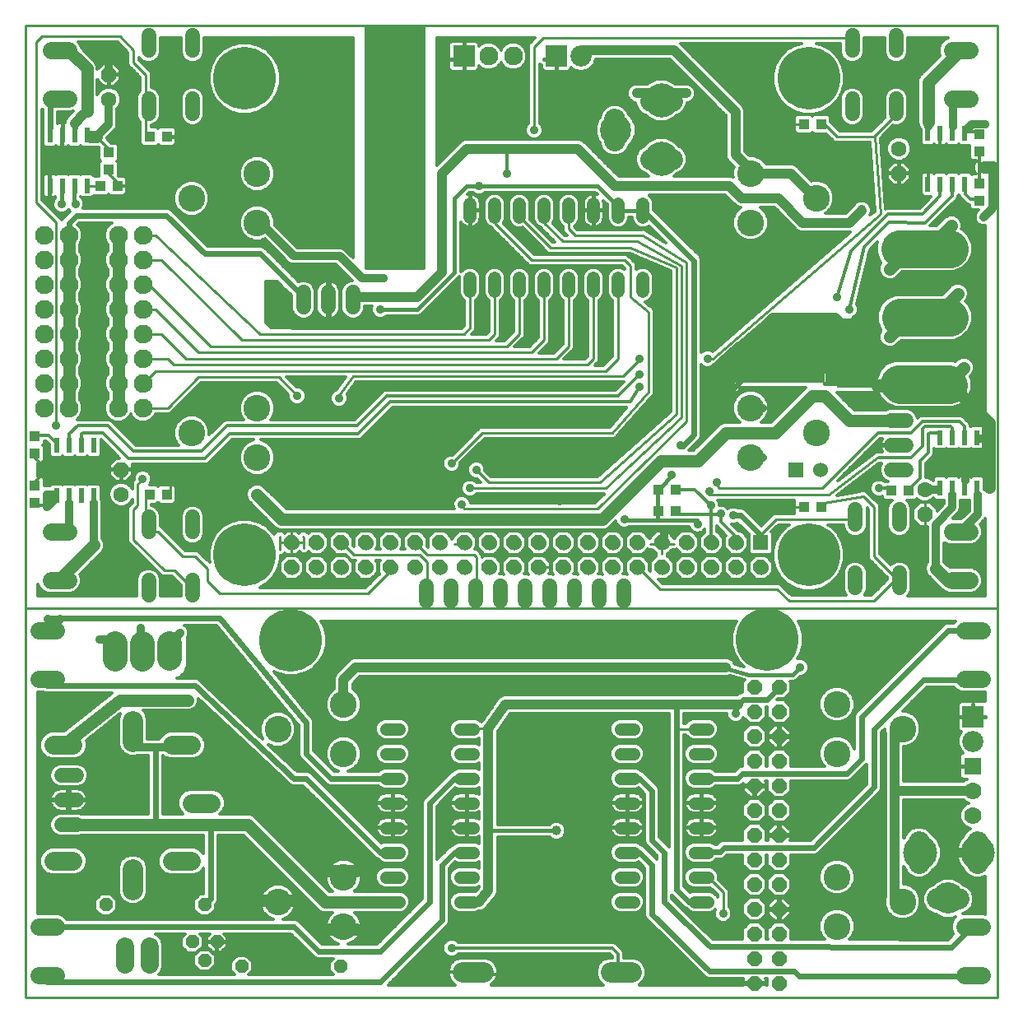
<source format=gtl>
G75*
%MOIN*%
%OFA0B0*%
%FSLAX25Y25*%
%IPPOS*%
%LPD*%
%AMOC8*
5,1,8,0,0,1.08239X$1,22.5*
%
%ADD10C,0.01000*%
%ADD11C,0.05000*%
%ADD12C,0.15000*%
%ADD13R,0.23622X0.98425*%
%ADD14R,0.14000X0.27000*%
%ADD15R,0.06250X0.10250*%
%ADD16R,0.02000X0.17500*%
%ADD17R,0.06750X0.05750*%
%ADD18R,0.04000X0.03500*%
%ADD19R,0.02250X0.01250*%
%ADD20R,0.04000X0.13750*%
%ADD21R,0.15000X0.25000*%
%ADD22R,0.45000X0.05000*%
%ADD23R,0.06750X0.02500*%
%ADD24C,0.10000*%
%ADD25R,0.22500X0.25000*%
%ADD26R,0.17500X0.05000*%
%ADD27C,0.03200*%
%ADD28C,0.00000*%
%ADD29R,0.06000X0.06000*%
%ADD30C,0.06000*%
%ADD31OC8,0.06000*%
%ADD32C,0.10800*%
%ADD33C,0.05937*%
%ADD34C,0.07050*%
%ADD35R,0.02362X0.06299*%
%ADD36R,0.04134X0.04252*%
%ADD37C,0.05200*%
%ADD38C,0.08600*%
%ADD39C,0.13843*%
%ADD40C,0.12661*%
%ADD41C,0.06000*%
%ADD42R,0.04252X0.04134*%
%ADD43OC8,0.06300*%
%ADD44C,0.06300*%
%ADD45C,0.05150*%
%ADD46C,0.07800*%
%ADD47C,0.08250*%
%ADD48C,0.07400*%
%ADD49OC8,0.05200*%
%ADD50C,0.25400*%
%ADD51R,0.07000X0.07000*%
%ADD52R,0.08600X0.08600*%
%ADD53C,0.04000*%
%ADD54C,0.01200*%
%ADD55C,0.03569*%
%ADD56OC8,0.07600*%
%ADD57C,0.02400*%
%ADD58C,0.01600*%
%ADD59C,0.07600*%
%ADD60C,0.08600*%
%ADD61C,0.07000*%
%ADD62C,0.03962*%
D10*
X0013061Y0050702D02*
X0013061Y0208182D01*
X0406762Y0208182D01*
X0406762Y0444402D01*
X0174478Y0444402D01*
X0150856Y0444402D01*
X0150856Y0345977D01*
X0174478Y0345977D01*
X0174478Y0444402D01*
X0150856Y0444402D02*
X0013061Y0444402D01*
X0013061Y0208182D01*
X0056762Y0236152D02*
X0069262Y0223652D01*
X0073262Y0223652D01*
X0080262Y0216652D01*
X0086762Y0219402D02*
X0086762Y0224402D01*
X0081762Y0229402D01*
X0076762Y0229402D01*
X0066762Y0239402D01*
X0061762Y0239402D01*
X0061762Y0244402D02*
X0061762Y0254402D01*
X0058512Y0250152D02*
X0056762Y0248402D01*
X0056762Y0236152D01*
X0058512Y0250152D02*
X0058512Y0258652D01*
X0060012Y0260152D01*
X0060012Y0260652D01*
X0071762Y0259402D02*
X0071762Y0254402D01*
X0086762Y0219402D02*
X0091762Y0214402D01*
X0151762Y0214402D01*
X0161762Y0224402D01*
X0170762Y0234652D02*
X0171012Y0234652D01*
X0175762Y0229902D01*
X0194762Y0229902D01*
X0195762Y0228902D01*
X0195762Y0218152D01*
X0191762Y0234402D02*
X0186762Y0234402D01*
X0175762Y0226902D02*
X0175762Y0219152D01*
X0175762Y0226902D02*
X0172762Y0229902D01*
X0146012Y0229902D01*
X0141262Y0234652D01*
X0140762Y0234652D01*
X0125762Y0232652D02*
X0125762Y0237152D01*
X0125512Y0237402D01*
X0125262Y0234902D02*
X0116262Y0234902D01*
X0116012Y0237402D02*
X0116012Y0231902D01*
X0120762Y0230402D02*
X0120762Y0234902D01*
X0120762Y0239152D01*
X0121012Y0239402D01*
X0123061Y0294402D02*
X0115561Y0301902D01*
X0083061Y0301902D01*
X0070561Y0289402D01*
X0060561Y0289402D01*
X0060561Y0299402D02*
X0065561Y0304402D01*
X0248061Y0304402D01*
X0253061Y0309402D01*
X0253061Y0339402D01*
X0258061Y0334402D02*
X0258061Y0346902D01*
X0255561Y0349402D01*
X0218061Y0349402D01*
X0203061Y0364402D01*
X0203061Y0369402D01*
X0213061Y0369402D02*
X0213061Y0366902D01*
X0225561Y0354402D01*
X0258061Y0354402D01*
X0276561Y0346402D01*
X0276561Y0286902D01*
X0245561Y0259402D01*
X0200561Y0259402D01*
X0195561Y0264402D01*
X0193061Y0256902D02*
X0248061Y0256902D01*
X0278811Y0285652D01*
X0278811Y0347152D01*
X0260561Y0356902D01*
X0230561Y0356902D01*
X0223061Y0364402D01*
X0223061Y0369402D01*
X0233061Y0366902D02*
X0233061Y0361902D01*
X0235561Y0359402D01*
X0263061Y0359402D01*
X0280811Y0348402D01*
X0280811Y0283902D01*
X0244561Y0248652D01*
X0190811Y0248652D01*
X0189561Y0250402D01*
X0185561Y0266902D02*
X0198061Y0279402D01*
X0250561Y0279402D01*
X0265311Y0295902D01*
X0265311Y0328402D01*
X0258061Y0334402D01*
X0243061Y0336902D02*
X0243061Y0309402D01*
X0240561Y0306902D01*
X0073061Y0306902D01*
X0070561Y0309402D01*
X0060561Y0309402D01*
X0060561Y0319402D02*
X0068061Y0319402D01*
X0078061Y0309402D01*
X0228061Y0309402D01*
X0233061Y0314402D01*
X0233061Y0336902D01*
X0223061Y0336902D02*
X0223061Y0316902D01*
X0218061Y0311902D01*
X0083061Y0311902D01*
X0065561Y0329402D01*
X0063061Y0329402D01*
X0063061Y0339402D02*
X0088061Y0314402D01*
X0208061Y0314402D01*
X0213061Y0319402D01*
X0213061Y0336902D01*
X0203061Y0336902D02*
X0203061Y0319402D01*
X0200561Y0316902D01*
X0100561Y0316902D01*
X0068061Y0349402D01*
X0060561Y0349402D01*
X0060561Y0359402D02*
X0065561Y0359402D01*
X0108061Y0319402D01*
X0190561Y0319402D01*
X0193061Y0321902D01*
X0193061Y0339402D01*
X0193061Y0366902D02*
X0193061Y0369402D01*
X0219012Y0401902D02*
X0219012Y0435652D01*
X0222762Y0439402D01*
X0346762Y0439402D01*
X0366762Y0409402D02*
X0356762Y0399402D01*
X0357012Y0399402D01*
X0359262Y0368152D01*
X0291262Y0309402D01*
X0289262Y0309402D01*
X0262012Y0309402D02*
X0255012Y0302402D01*
X0145762Y0302402D01*
X0140012Y0294652D01*
X0220762Y0224902D02*
X0225512Y0224902D01*
X0261762Y0224402D02*
X0270012Y0216152D01*
X0317512Y0216152D01*
X0322262Y0211402D01*
X0356762Y0211402D01*
X0364762Y0219402D01*
X0366762Y0219402D01*
X0356762Y0229402D01*
X0356762Y0249402D01*
X0352262Y0253652D01*
X0336512Y0250902D01*
X0336262Y0250652D01*
X0338311Y0254402D02*
X0289811Y0254402D01*
X0293262Y0257652D02*
X0294012Y0256902D01*
X0294061Y0256902D02*
X0335561Y0256902D01*
X0358061Y0279402D01*
X0358061Y0269402D02*
X0338311Y0254402D01*
X0346762Y0244402D02*
X0317012Y0244402D01*
X0310262Y0237652D01*
X0321762Y0249402D02*
X0326762Y0249402D01*
X0293262Y0257652D02*
X0293262Y0259152D01*
X0275561Y0234402D02*
X0270561Y0234402D01*
X0270561Y0230402D01*
X0270561Y0234402D02*
X0266061Y0234402D01*
X0276762Y0159402D02*
X0286762Y0159402D01*
X0288061Y0098202D02*
X0290561Y0098202D01*
X0295561Y0093202D01*
X0295561Y0084702D01*
X0200512Y0159652D02*
X0191762Y0159402D01*
X0033061Y0130702D02*
X0030561Y0130702D01*
X0013061Y0050702D02*
X0406762Y0050702D01*
X0406762Y0208182D01*
X0377262Y0239902D02*
X0377262Y0251402D01*
X0363061Y0269402D02*
X0358061Y0269402D01*
X0243061Y0371902D02*
X0243061Y0374402D01*
X0321762Y0404402D02*
X0326762Y0404402D01*
X0336762Y0404402D02*
X0341762Y0399402D01*
X0356762Y0399402D01*
X0061762Y0399402D02*
X0061762Y0409402D01*
X0061762Y0414402D02*
X0061762Y0424402D01*
X0056762Y0429402D01*
X0056762Y0434402D01*
X0051262Y0439902D01*
X0019762Y0439902D01*
X0017512Y0437652D01*
X0017512Y0372652D01*
X0025512Y0364652D01*
X0025512Y0282402D01*
X0037762Y0379402D02*
X0041762Y0379402D01*
D11*
X0050561Y0359402D02*
X0050561Y0289402D01*
X0030561Y0289402D02*
X0030561Y0359402D01*
X0039262Y0399402D02*
X0041762Y0399402D01*
X0037862Y0409752D02*
X0037862Y0426902D01*
X0030312Y0434452D01*
X0106762Y0254402D02*
X0116762Y0244402D01*
X0246762Y0244402D01*
X0270262Y0267902D01*
X0285262Y0267902D01*
X0296762Y0279402D01*
X0316762Y0279402D01*
X0331762Y0294402D01*
X0336762Y0294402D01*
X0346762Y0284402D01*
X0366762Y0284402D01*
X0363061Y0298202D02*
X0358061Y0298202D01*
X0355561Y0300702D02*
X0355561Y0325702D01*
X0350561Y0325702D01*
X0348061Y0323202D01*
X0343061Y0323202D01*
X0345561Y0320702D01*
X0348061Y0323202D01*
X0345561Y0320702D02*
X0343061Y0320702D01*
X0338061Y0325702D01*
X0340561Y0325702D01*
X0343061Y0323202D01*
X0363061Y0318202D02*
X0368061Y0323202D01*
X0367392Y0326292D02*
X0387077Y0326292D01*
X0385561Y0330702D02*
X0390561Y0335702D01*
X0387077Y0353851D02*
X0367392Y0353851D01*
X0365561Y0348202D02*
X0363061Y0345702D01*
X0383061Y0358202D02*
X0388061Y0363202D01*
X0385561Y0360702D01*
X0401262Y0386902D02*
X0404762Y0386902D01*
X0378762Y0405402D02*
X0378762Y0421402D01*
X0391762Y0434402D01*
X0315561Y0325702D02*
X0315561Y0310702D01*
X0313061Y0308202D01*
X0303061Y0308202D01*
X0300561Y0310702D02*
X0315561Y0325702D01*
X0300561Y0310702D02*
X0300561Y0305702D01*
X0295561Y0298202D02*
X0293061Y0298202D01*
X0290561Y0300702D01*
X0367392Y0298733D02*
X0387077Y0298733D01*
X0388262Y0298402D02*
X0402762Y0283902D01*
X0403262Y0283402D01*
X0403262Y0257402D01*
X0402762Y0263902D02*
X0379762Y0263902D01*
X0385262Y0269402D01*
X0384262Y0269402D01*
X0382762Y0267902D01*
X0382762Y0270902D01*
X0401262Y0270902D01*
X0401262Y0268902D01*
X0399762Y0267402D01*
X0386762Y0267402D01*
X0386262Y0266902D01*
X0402762Y0263902D02*
X0402762Y0283902D01*
X0390561Y0303202D02*
X0393061Y0305702D01*
X0381762Y0224402D02*
X0386762Y0219402D01*
X0164311Y0089452D02*
X0134311Y0089452D01*
X0103061Y0120702D01*
X0088061Y0120702D01*
X0030561Y0120702D01*
X0028262Y0152902D02*
X0051512Y0171152D01*
X0078762Y0171152D01*
X0071561Y0186452D02*
X0071561Y0194952D01*
X0060561Y0194702D02*
X0060561Y0186202D01*
X0049311Y0186452D02*
X0049311Y0194952D01*
X0026762Y0219902D02*
X0040762Y0233902D01*
X0135108Y0101883D02*
X0146919Y0101883D01*
X0146919Y0078261D02*
X0135108Y0078261D01*
X0123297Y0090072D02*
X0107549Y0090072D01*
D12*
X0366762Y0299402D02*
X0386762Y0299402D01*
X0386980Y0298802D02*
X0367295Y0298802D01*
X0367392Y0298733D02*
X0387077Y0298733D01*
X0387230Y0326052D02*
X0367545Y0326052D01*
X0367392Y0326292D02*
X0387077Y0326292D01*
X0387262Y0326152D02*
X0367262Y0326152D01*
X0367545Y0353802D02*
X0387230Y0353802D01*
X0387262Y0353902D02*
X0367012Y0353902D01*
X0367392Y0353851D02*
X0387077Y0353851D01*
D13*
X0162667Y0395190D03*
D14*
X0348762Y0310902D03*
D15*
X0115137Y0327277D03*
D16*
X0111762Y0331652D03*
D17*
X0114637Y0335027D03*
D18*
X0114262Y0338402D03*
D19*
X0116387Y0338027D03*
D20*
X0117762Y0329777D03*
D21*
X0344262Y0311902D03*
D22*
X0314262Y0301902D03*
D23*
X0297137Y0298652D03*
D24*
X0071211Y0194121D02*
X0071211Y0187936D01*
X0060211Y0187686D02*
X0060211Y0193871D01*
X0049211Y0193871D02*
X0049211Y0187686D01*
D25*
X0326811Y0315702D03*
D26*
X0309311Y0305702D03*
D27*
X0311762Y0289402D02*
X0306762Y0289402D01*
X0306762Y0269402D02*
X0311762Y0269402D01*
X0271762Y0239402D02*
X0271762Y0234402D01*
X0351762Y0299402D02*
X0361762Y0299402D01*
X0393762Y0264402D02*
X0393762Y0259902D01*
X0398762Y0254402D02*
X0398762Y0246402D01*
X0391762Y0239402D01*
X0381762Y0241902D02*
X0388262Y0249402D01*
X0388262Y0254402D01*
X0382762Y0256402D02*
X0378262Y0256402D01*
X0381762Y0241902D02*
X0381762Y0224402D01*
X0399262Y0276902D02*
X0400762Y0276902D01*
X0401012Y0366652D02*
X0404762Y0370402D01*
X0404762Y0386902D01*
X0394262Y0402402D02*
X0396262Y0404402D01*
X0396762Y0404402D01*
X0401762Y0404402D01*
X0388762Y0403402D02*
X0388762Y0412402D01*
X0378762Y0405402D02*
X0378762Y0403402D01*
X0157762Y0341902D02*
X0149262Y0341902D01*
X0140262Y0350902D01*
X0121762Y0350902D01*
X0107762Y0364902D01*
X0119512Y0334902D02*
X0119762Y0334652D01*
X0119762Y0328402D01*
X0120262Y0327902D01*
X0120262Y0325902D01*
X0121012Y0325152D01*
X0121012Y0323152D01*
X0097262Y0265402D02*
X0101262Y0261402D01*
X0098762Y0261402D01*
X0096762Y0263402D01*
X0068262Y0263402D01*
X0068012Y0263152D01*
X0061262Y0265402D02*
X0097262Y0265402D01*
X0040762Y0250902D02*
X0040762Y0233902D01*
X0030762Y0240402D02*
X0030762Y0250902D01*
X0024762Y0252402D02*
X0021762Y0249402D01*
X0021762Y0249902D01*
X0021762Y0254402D01*
X0024762Y0254402D01*
X0027061Y0203952D02*
X0025061Y0201952D01*
X0025061Y0200952D01*
X0022061Y0203952D01*
X0043061Y0195702D02*
X0046061Y0195702D01*
X0059811Y0196452D02*
X0059811Y0200452D01*
X0073311Y0195952D02*
X0075561Y0198202D01*
X0076762Y0151902D02*
X0056762Y0151902D01*
X0041762Y0399402D02*
X0046762Y0404402D01*
X0046762Y0414402D01*
X0046762Y0424402D02*
X0046762Y0429402D01*
D28*
X0096231Y0422749D02*
X0096233Y0422896D01*
X0096239Y0423042D01*
X0096249Y0423188D01*
X0096263Y0423334D01*
X0096281Y0423480D01*
X0096302Y0423625D01*
X0096328Y0423769D01*
X0096358Y0423913D01*
X0096391Y0424055D01*
X0096428Y0424197D01*
X0096469Y0424338D01*
X0096514Y0424477D01*
X0096563Y0424616D01*
X0096615Y0424753D01*
X0096672Y0424888D01*
X0096731Y0425022D01*
X0096795Y0425154D01*
X0096862Y0425284D01*
X0096932Y0425413D01*
X0097006Y0425540D01*
X0097083Y0425664D01*
X0097164Y0425787D01*
X0097248Y0425907D01*
X0097335Y0426025D01*
X0097425Y0426140D01*
X0097518Y0426253D01*
X0097615Y0426364D01*
X0097714Y0426472D01*
X0097816Y0426577D01*
X0097921Y0426679D01*
X0098029Y0426778D01*
X0098140Y0426875D01*
X0098253Y0426968D01*
X0098368Y0427058D01*
X0098486Y0427145D01*
X0098606Y0427229D01*
X0098729Y0427310D01*
X0098853Y0427387D01*
X0098980Y0427461D01*
X0099109Y0427531D01*
X0099239Y0427598D01*
X0099371Y0427662D01*
X0099505Y0427721D01*
X0099640Y0427778D01*
X0099777Y0427830D01*
X0099916Y0427879D01*
X0100055Y0427924D01*
X0100196Y0427965D01*
X0100338Y0428002D01*
X0100480Y0428035D01*
X0100624Y0428065D01*
X0100768Y0428091D01*
X0100913Y0428112D01*
X0101059Y0428130D01*
X0101205Y0428144D01*
X0101351Y0428154D01*
X0101497Y0428160D01*
X0101644Y0428162D01*
X0101791Y0428160D01*
X0101937Y0428154D01*
X0102083Y0428144D01*
X0102229Y0428130D01*
X0102375Y0428112D01*
X0102520Y0428091D01*
X0102664Y0428065D01*
X0102808Y0428035D01*
X0102950Y0428002D01*
X0103092Y0427965D01*
X0103233Y0427924D01*
X0103372Y0427879D01*
X0103511Y0427830D01*
X0103648Y0427778D01*
X0103783Y0427721D01*
X0103917Y0427662D01*
X0104049Y0427598D01*
X0104179Y0427531D01*
X0104308Y0427461D01*
X0104435Y0427387D01*
X0104559Y0427310D01*
X0104682Y0427229D01*
X0104802Y0427145D01*
X0104920Y0427058D01*
X0105035Y0426968D01*
X0105148Y0426875D01*
X0105259Y0426778D01*
X0105367Y0426679D01*
X0105472Y0426577D01*
X0105574Y0426472D01*
X0105673Y0426364D01*
X0105770Y0426253D01*
X0105863Y0426140D01*
X0105953Y0426025D01*
X0106040Y0425907D01*
X0106124Y0425787D01*
X0106205Y0425664D01*
X0106282Y0425540D01*
X0106356Y0425413D01*
X0106426Y0425284D01*
X0106493Y0425154D01*
X0106557Y0425022D01*
X0106616Y0424888D01*
X0106673Y0424753D01*
X0106725Y0424616D01*
X0106774Y0424477D01*
X0106819Y0424338D01*
X0106860Y0424197D01*
X0106897Y0424055D01*
X0106930Y0423913D01*
X0106960Y0423769D01*
X0106986Y0423625D01*
X0107007Y0423480D01*
X0107025Y0423334D01*
X0107039Y0423188D01*
X0107049Y0423042D01*
X0107055Y0422896D01*
X0107057Y0422749D01*
X0107055Y0422602D01*
X0107049Y0422456D01*
X0107039Y0422310D01*
X0107025Y0422164D01*
X0107007Y0422018D01*
X0106986Y0421873D01*
X0106960Y0421729D01*
X0106930Y0421585D01*
X0106897Y0421443D01*
X0106860Y0421301D01*
X0106819Y0421160D01*
X0106774Y0421021D01*
X0106725Y0420882D01*
X0106673Y0420745D01*
X0106616Y0420610D01*
X0106557Y0420476D01*
X0106493Y0420344D01*
X0106426Y0420214D01*
X0106356Y0420085D01*
X0106282Y0419958D01*
X0106205Y0419834D01*
X0106124Y0419711D01*
X0106040Y0419591D01*
X0105953Y0419473D01*
X0105863Y0419358D01*
X0105770Y0419245D01*
X0105673Y0419134D01*
X0105574Y0419026D01*
X0105472Y0418921D01*
X0105367Y0418819D01*
X0105259Y0418720D01*
X0105148Y0418623D01*
X0105035Y0418530D01*
X0104920Y0418440D01*
X0104802Y0418353D01*
X0104682Y0418269D01*
X0104559Y0418188D01*
X0104435Y0418111D01*
X0104308Y0418037D01*
X0104179Y0417967D01*
X0104049Y0417900D01*
X0103917Y0417836D01*
X0103783Y0417777D01*
X0103648Y0417720D01*
X0103511Y0417668D01*
X0103372Y0417619D01*
X0103233Y0417574D01*
X0103092Y0417533D01*
X0102950Y0417496D01*
X0102808Y0417463D01*
X0102664Y0417433D01*
X0102520Y0417407D01*
X0102375Y0417386D01*
X0102229Y0417368D01*
X0102083Y0417354D01*
X0101937Y0417344D01*
X0101791Y0417338D01*
X0101644Y0417336D01*
X0101497Y0417338D01*
X0101351Y0417344D01*
X0101205Y0417354D01*
X0101059Y0417368D01*
X0100913Y0417386D01*
X0100768Y0417407D01*
X0100624Y0417433D01*
X0100480Y0417463D01*
X0100338Y0417496D01*
X0100196Y0417533D01*
X0100055Y0417574D01*
X0099916Y0417619D01*
X0099777Y0417668D01*
X0099640Y0417720D01*
X0099505Y0417777D01*
X0099371Y0417836D01*
X0099239Y0417900D01*
X0099109Y0417967D01*
X0098980Y0418037D01*
X0098853Y0418111D01*
X0098729Y0418188D01*
X0098606Y0418269D01*
X0098486Y0418353D01*
X0098368Y0418440D01*
X0098253Y0418530D01*
X0098140Y0418623D01*
X0098029Y0418720D01*
X0097921Y0418819D01*
X0097816Y0418921D01*
X0097714Y0419026D01*
X0097615Y0419134D01*
X0097518Y0419245D01*
X0097425Y0419358D01*
X0097335Y0419473D01*
X0097248Y0419591D01*
X0097164Y0419711D01*
X0097083Y0419834D01*
X0097006Y0419958D01*
X0096932Y0420085D01*
X0096862Y0420214D01*
X0096795Y0420344D01*
X0096731Y0420476D01*
X0096672Y0420610D01*
X0096615Y0420745D01*
X0096563Y0420882D01*
X0096514Y0421021D01*
X0096469Y0421160D01*
X0096428Y0421301D01*
X0096391Y0421443D01*
X0096358Y0421585D01*
X0096328Y0421729D01*
X0096302Y0421873D01*
X0096281Y0422018D01*
X0096263Y0422164D01*
X0096249Y0422310D01*
X0096239Y0422456D01*
X0096233Y0422602D01*
X0096231Y0422749D01*
X0096231Y0229835D02*
X0096233Y0229982D01*
X0096239Y0230128D01*
X0096249Y0230274D01*
X0096263Y0230420D01*
X0096281Y0230566D01*
X0096302Y0230711D01*
X0096328Y0230855D01*
X0096358Y0230999D01*
X0096391Y0231141D01*
X0096428Y0231283D01*
X0096469Y0231424D01*
X0096514Y0231563D01*
X0096563Y0231702D01*
X0096615Y0231839D01*
X0096672Y0231974D01*
X0096731Y0232108D01*
X0096795Y0232240D01*
X0096862Y0232370D01*
X0096932Y0232499D01*
X0097006Y0232626D01*
X0097083Y0232750D01*
X0097164Y0232873D01*
X0097248Y0232993D01*
X0097335Y0233111D01*
X0097425Y0233226D01*
X0097518Y0233339D01*
X0097615Y0233450D01*
X0097714Y0233558D01*
X0097816Y0233663D01*
X0097921Y0233765D01*
X0098029Y0233864D01*
X0098140Y0233961D01*
X0098253Y0234054D01*
X0098368Y0234144D01*
X0098486Y0234231D01*
X0098606Y0234315D01*
X0098729Y0234396D01*
X0098853Y0234473D01*
X0098980Y0234547D01*
X0099109Y0234617D01*
X0099239Y0234684D01*
X0099371Y0234748D01*
X0099505Y0234807D01*
X0099640Y0234864D01*
X0099777Y0234916D01*
X0099916Y0234965D01*
X0100055Y0235010D01*
X0100196Y0235051D01*
X0100338Y0235088D01*
X0100480Y0235121D01*
X0100624Y0235151D01*
X0100768Y0235177D01*
X0100913Y0235198D01*
X0101059Y0235216D01*
X0101205Y0235230D01*
X0101351Y0235240D01*
X0101497Y0235246D01*
X0101644Y0235248D01*
X0101791Y0235246D01*
X0101937Y0235240D01*
X0102083Y0235230D01*
X0102229Y0235216D01*
X0102375Y0235198D01*
X0102520Y0235177D01*
X0102664Y0235151D01*
X0102808Y0235121D01*
X0102950Y0235088D01*
X0103092Y0235051D01*
X0103233Y0235010D01*
X0103372Y0234965D01*
X0103511Y0234916D01*
X0103648Y0234864D01*
X0103783Y0234807D01*
X0103917Y0234748D01*
X0104049Y0234684D01*
X0104179Y0234617D01*
X0104308Y0234547D01*
X0104435Y0234473D01*
X0104559Y0234396D01*
X0104682Y0234315D01*
X0104802Y0234231D01*
X0104920Y0234144D01*
X0105035Y0234054D01*
X0105148Y0233961D01*
X0105259Y0233864D01*
X0105367Y0233765D01*
X0105472Y0233663D01*
X0105574Y0233558D01*
X0105673Y0233450D01*
X0105770Y0233339D01*
X0105863Y0233226D01*
X0105953Y0233111D01*
X0106040Y0232993D01*
X0106124Y0232873D01*
X0106205Y0232750D01*
X0106282Y0232626D01*
X0106356Y0232499D01*
X0106426Y0232370D01*
X0106493Y0232240D01*
X0106557Y0232108D01*
X0106616Y0231974D01*
X0106673Y0231839D01*
X0106725Y0231702D01*
X0106774Y0231563D01*
X0106819Y0231424D01*
X0106860Y0231283D01*
X0106897Y0231141D01*
X0106930Y0230999D01*
X0106960Y0230855D01*
X0106986Y0230711D01*
X0107007Y0230566D01*
X0107025Y0230420D01*
X0107039Y0230274D01*
X0107049Y0230128D01*
X0107055Y0229982D01*
X0107057Y0229835D01*
X0107055Y0229688D01*
X0107049Y0229542D01*
X0107039Y0229396D01*
X0107025Y0229250D01*
X0107007Y0229104D01*
X0106986Y0228959D01*
X0106960Y0228815D01*
X0106930Y0228671D01*
X0106897Y0228529D01*
X0106860Y0228387D01*
X0106819Y0228246D01*
X0106774Y0228107D01*
X0106725Y0227968D01*
X0106673Y0227831D01*
X0106616Y0227696D01*
X0106557Y0227562D01*
X0106493Y0227430D01*
X0106426Y0227300D01*
X0106356Y0227171D01*
X0106282Y0227044D01*
X0106205Y0226920D01*
X0106124Y0226797D01*
X0106040Y0226677D01*
X0105953Y0226559D01*
X0105863Y0226444D01*
X0105770Y0226331D01*
X0105673Y0226220D01*
X0105574Y0226112D01*
X0105472Y0226007D01*
X0105367Y0225905D01*
X0105259Y0225806D01*
X0105148Y0225709D01*
X0105035Y0225616D01*
X0104920Y0225526D01*
X0104802Y0225439D01*
X0104682Y0225355D01*
X0104559Y0225274D01*
X0104435Y0225197D01*
X0104308Y0225123D01*
X0104179Y0225053D01*
X0104049Y0224986D01*
X0103917Y0224922D01*
X0103783Y0224863D01*
X0103648Y0224806D01*
X0103511Y0224754D01*
X0103372Y0224705D01*
X0103233Y0224660D01*
X0103092Y0224619D01*
X0102950Y0224582D01*
X0102808Y0224549D01*
X0102664Y0224519D01*
X0102520Y0224493D01*
X0102375Y0224472D01*
X0102229Y0224454D01*
X0102083Y0224440D01*
X0101937Y0224430D01*
X0101791Y0224424D01*
X0101644Y0224422D01*
X0101497Y0224424D01*
X0101351Y0224430D01*
X0101205Y0224440D01*
X0101059Y0224454D01*
X0100913Y0224472D01*
X0100768Y0224493D01*
X0100624Y0224519D01*
X0100480Y0224549D01*
X0100338Y0224582D01*
X0100196Y0224619D01*
X0100055Y0224660D01*
X0099916Y0224705D01*
X0099777Y0224754D01*
X0099640Y0224806D01*
X0099505Y0224863D01*
X0099371Y0224922D01*
X0099239Y0224986D01*
X0099109Y0225053D01*
X0098980Y0225123D01*
X0098853Y0225197D01*
X0098729Y0225274D01*
X0098606Y0225355D01*
X0098486Y0225439D01*
X0098368Y0225526D01*
X0098253Y0225616D01*
X0098140Y0225709D01*
X0098029Y0225806D01*
X0097921Y0225905D01*
X0097816Y0226007D01*
X0097714Y0226112D01*
X0097615Y0226220D01*
X0097518Y0226331D01*
X0097425Y0226444D01*
X0097335Y0226559D01*
X0097248Y0226677D01*
X0097164Y0226797D01*
X0097083Y0226920D01*
X0097006Y0227044D01*
X0096932Y0227171D01*
X0096862Y0227300D01*
X0096795Y0227430D01*
X0096731Y0227562D01*
X0096672Y0227696D01*
X0096615Y0227831D01*
X0096563Y0227968D01*
X0096514Y0228107D01*
X0096469Y0228246D01*
X0096428Y0228387D01*
X0096391Y0228529D01*
X0096358Y0228671D01*
X0096328Y0228815D01*
X0096302Y0228959D01*
X0096281Y0229104D01*
X0096263Y0229250D01*
X0096249Y0229396D01*
X0096239Y0229542D01*
X0096233Y0229688D01*
X0096231Y0229835D01*
X0324577Y0229835D02*
X0324579Y0229982D01*
X0324585Y0230128D01*
X0324595Y0230274D01*
X0324609Y0230420D01*
X0324627Y0230566D01*
X0324648Y0230711D01*
X0324674Y0230855D01*
X0324704Y0230999D01*
X0324737Y0231141D01*
X0324774Y0231283D01*
X0324815Y0231424D01*
X0324860Y0231563D01*
X0324909Y0231702D01*
X0324961Y0231839D01*
X0325018Y0231974D01*
X0325077Y0232108D01*
X0325141Y0232240D01*
X0325208Y0232370D01*
X0325278Y0232499D01*
X0325352Y0232626D01*
X0325429Y0232750D01*
X0325510Y0232873D01*
X0325594Y0232993D01*
X0325681Y0233111D01*
X0325771Y0233226D01*
X0325864Y0233339D01*
X0325961Y0233450D01*
X0326060Y0233558D01*
X0326162Y0233663D01*
X0326267Y0233765D01*
X0326375Y0233864D01*
X0326486Y0233961D01*
X0326599Y0234054D01*
X0326714Y0234144D01*
X0326832Y0234231D01*
X0326952Y0234315D01*
X0327075Y0234396D01*
X0327199Y0234473D01*
X0327326Y0234547D01*
X0327455Y0234617D01*
X0327585Y0234684D01*
X0327717Y0234748D01*
X0327851Y0234807D01*
X0327986Y0234864D01*
X0328123Y0234916D01*
X0328262Y0234965D01*
X0328401Y0235010D01*
X0328542Y0235051D01*
X0328684Y0235088D01*
X0328826Y0235121D01*
X0328970Y0235151D01*
X0329114Y0235177D01*
X0329259Y0235198D01*
X0329405Y0235216D01*
X0329551Y0235230D01*
X0329697Y0235240D01*
X0329843Y0235246D01*
X0329990Y0235248D01*
X0330137Y0235246D01*
X0330283Y0235240D01*
X0330429Y0235230D01*
X0330575Y0235216D01*
X0330721Y0235198D01*
X0330866Y0235177D01*
X0331010Y0235151D01*
X0331154Y0235121D01*
X0331296Y0235088D01*
X0331438Y0235051D01*
X0331579Y0235010D01*
X0331718Y0234965D01*
X0331857Y0234916D01*
X0331994Y0234864D01*
X0332129Y0234807D01*
X0332263Y0234748D01*
X0332395Y0234684D01*
X0332525Y0234617D01*
X0332654Y0234547D01*
X0332781Y0234473D01*
X0332905Y0234396D01*
X0333028Y0234315D01*
X0333148Y0234231D01*
X0333266Y0234144D01*
X0333381Y0234054D01*
X0333494Y0233961D01*
X0333605Y0233864D01*
X0333713Y0233765D01*
X0333818Y0233663D01*
X0333920Y0233558D01*
X0334019Y0233450D01*
X0334116Y0233339D01*
X0334209Y0233226D01*
X0334299Y0233111D01*
X0334386Y0232993D01*
X0334470Y0232873D01*
X0334551Y0232750D01*
X0334628Y0232626D01*
X0334702Y0232499D01*
X0334772Y0232370D01*
X0334839Y0232240D01*
X0334903Y0232108D01*
X0334962Y0231974D01*
X0335019Y0231839D01*
X0335071Y0231702D01*
X0335120Y0231563D01*
X0335165Y0231424D01*
X0335206Y0231283D01*
X0335243Y0231141D01*
X0335276Y0230999D01*
X0335306Y0230855D01*
X0335332Y0230711D01*
X0335353Y0230566D01*
X0335371Y0230420D01*
X0335385Y0230274D01*
X0335395Y0230128D01*
X0335401Y0229982D01*
X0335403Y0229835D01*
X0335401Y0229688D01*
X0335395Y0229542D01*
X0335385Y0229396D01*
X0335371Y0229250D01*
X0335353Y0229104D01*
X0335332Y0228959D01*
X0335306Y0228815D01*
X0335276Y0228671D01*
X0335243Y0228529D01*
X0335206Y0228387D01*
X0335165Y0228246D01*
X0335120Y0228107D01*
X0335071Y0227968D01*
X0335019Y0227831D01*
X0334962Y0227696D01*
X0334903Y0227562D01*
X0334839Y0227430D01*
X0334772Y0227300D01*
X0334702Y0227171D01*
X0334628Y0227044D01*
X0334551Y0226920D01*
X0334470Y0226797D01*
X0334386Y0226677D01*
X0334299Y0226559D01*
X0334209Y0226444D01*
X0334116Y0226331D01*
X0334019Y0226220D01*
X0333920Y0226112D01*
X0333818Y0226007D01*
X0333713Y0225905D01*
X0333605Y0225806D01*
X0333494Y0225709D01*
X0333381Y0225616D01*
X0333266Y0225526D01*
X0333148Y0225439D01*
X0333028Y0225355D01*
X0332905Y0225274D01*
X0332781Y0225197D01*
X0332654Y0225123D01*
X0332525Y0225053D01*
X0332395Y0224986D01*
X0332263Y0224922D01*
X0332129Y0224863D01*
X0331994Y0224806D01*
X0331857Y0224754D01*
X0331718Y0224705D01*
X0331579Y0224660D01*
X0331438Y0224619D01*
X0331296Y0224582D01*
X0331154Y0224549D01*
X0331010Y0224519D01*
X0330866Y0224493D01*
X0330721Y0224472D01*
X0330575Y0224454D01*
X0330429Y0224440D01*
X0330283Y0224430D01*
X0330137Y0224424D01*
X0329990Y0224422D01*
X0329843Y0224424D01*
X0329697Y0224430D01*
X0329551Y0224440D01*
X0329405Y0224454D01*
X0329259Y0224472D01*
X0329114Y0224493D01*
X0328970Y0224519D01*
X0328826Y0224549D01*
X0328684Y0224582D01*
X0328542Y0224619D01*
X0328401Y0224660D01*
X0328262Y0224705D01*
X0328123Y0224754D01*
X0327986Y0224806D01*
X0327851Y0224863D01*
X0327717Y0224922D01*
X0327585Y0224986D01*
X0327455Y0225053D01*
X0327326Y0225123D01*
X0327199Y0225197D01*
X0327075Y0225274D01*
X0326952Y0225355D01*
X0326832Y0225439D01*
X0326714Y0225526D01*
X0326599Y0225616D01*
X0326486Y0225709D01*
X0326375Y0225806D01*
X0326267Y0225905D01*
X0326162Y0226007D01*
X0326060Y0226112D01*
X0325961Y0226220D01*
X0325864Y0226331D01*
X0325771Y0226444D01*
X0325681Y0226559D01*
X0325594Y0226677D01*
X0325510Y0226797D01*
X0325429Y0226920D01*
X0325352Y0227044D01*
X0325278Y0227171D01*
X0325208Y0227300D01*
X0325141Y0227430D01*
X0325077Y0227562D01*
X0325018Y0227696D01*
X0324961Y0227831D01*
X0324909Y0227968D01*
X0324860Y0228107D01*
X0324815Y0228246D01*
X0324774Y0228387D01*
X0324737Y0228529D01*
X0324704Y0228671D01*
X0324674Y0228815D01*
X0324648Y0228959D01*
X0324627Y0229104D01*
X0324609Y0229250D01*
X0324595Y0229396D01*
X0324585Y0229542D01*
X0324579Y0229688D01*
X0324577Y0229835D01*
X0324577Y0422749D02*
X0324579Y0422896D01*
X0324585Y0423042D01*
X0324595Y0423188D01*
X0324609Y0423334D01*
X0324627Y0423480D01*
X0324648Y0423625D01*
X0324674Y0423769D01*
X0324704Y0423913D01*
X0324737Y0424055D01*
X0324774Y0424197D01*
X0324815Y0424338D01*
X0324860Y0424477D01*
X0324909Y0424616D01*
X0324961Y0424753D01*
X0325018Y0424888D01*
X0325077Y0425022D01*
X0325141Y0425154D01*
X0325208Y0425284D01*
X0325278Y0425413D01*
X0325352Y0425540D01*
X0325429Y0425664D01*
X0325510Y0425787D01*
X0325594Y0425907D01*
X0325681Y0426025D01*
X0325771Y0426140D01*
X0325864Y0426253D01*
X0325961Y0426364D01*
X0326060Y0426472D01*
X0326162Y0426577D01*
X0326267Y0426679D01*
X0326375Y0426778D01*
X0326486Y0426875D01*
X0326599Y0426968D01*
X0326714Y0427058D01*
X0326832Y0427145D01*
X0326952Y0427229D01*
X0327075Y0427310D01*
X0327199Y0427387D01*
X0327326Y0427461D01*
X0327455Y0427531D01*
X0327585Y0427598D01*
X0327717Y0427662D01*
X0327851Y0427721D01*
X0327986Y0427778D01*
X0328123Y0427830D01*
X0328262Y0427879D01*
X0328401Y0427924D01*
X0328542Y0427965D01*
X0328684Y0428002D01*
X0328826Y0428035D01*
X0328970Y0428065D01*
X0329114Y0428091D01*
X0329259Y0428112D01*
X0329405Y0428130D01*
X0329551Y0428144D01*
X0329697Y0428154D01*
X0329843Y0428160D01*
X0329990Y0428162D01*
X0330137Y0428160D01*
X0330283Y0428154D01*
X0330429Y0428144D01*
X0330575Y0428130D01*
X0330721Y0428112D01*
X0330866Y0428091D01*
X0331010Y0428065D01*
X0331154Y0428035D01*
X0331296Y0428002D01*
X0331438Y0427965D01*
X0331579Y0427924D01*
X0331718Y0427879D01*
X0331857Y0427830D01*
X0331994Y0427778D01*
X0332129Y0427721D01*
X0332263Y0427662D01*
X0332395Y0427598D01*
X0332525Y0427531D01*
X0332654Y0427461D01*
X0332781Y0427387D01*
X0332905Y0427310D01*
X0333028Y0427229D01*
X0333148Y0427145D01*
X0333266Y0427058D01*
X0333381Y0426968D01*
X0333494Y0426875D01*
X0333605Y0426778D01*
X0333713Y0426679D01*
X0333818Y0426577D01*
X0333920Y0426472D01*
X0334019Y0426364D01*
X0334116Y0426253D01*
X0334209Y0426140D01*
X0334299Y0426025D01*
X0334386Y0425907D01*
X0334470Y0425787D01*
X0334551Y0425664D01*
X0334628Y0425540D01*
X0334702Y0425413D01*
X0334772Y0425284D01*
X0334839Y0425154D01*
X0334903Y0425022D01*
X0334962Y0424888D01*
X0335019Y0424753D01*
X0335071Y0424616D01*
X0335120Y0424477D01*
X0335165Y0424338D01*
X0335206Y0424197D01*
X0335243Y0424055D01*
X0335276Y0423913D01*
X0335306Y0423769D01*
X0335332Y0423625D01*
X0335353Y0423480D01*
X0335371Y0423334D01*
X0335385Y0423188D01*
X0335395Y0423042D01*
X0335401Y0422896D01*
X0335403Y0422749D01*
X0335401Y0422602D01*
X0335395Y0422456D01*
X0335385Y0422310D01*
X0335371Y0422164D01*
X0335353Y0422018D01*
X0335332Y0421873D01*
X0335306Y0421729D01*
X0335276Y0421585D01*
X0335243Y0421443D01*
X0335206Y0421301D01*
X0335165Y0421160D01*
X0335120Y0421021D01*
X0335071Y0420882D01*
X0335019Y0420745D01*
X0334962Y0420610D01*
X0334903Y0420476D01*
X0334839Y0420344D01*
X0334772Y0420214D01*
X0334702Y0420085D01*
X0334628Y0419958D01*
X0334551Y0419834D01*
X0334470Y0419711D01*
X0334386Y0419591D01*
X0334299Y0419473D01*
X0334209Y0419358D01*
X0334116Y0419245D01*
X0334019Y0419134D01*
X0333920Y0419026D01*
X0333818Y0418921D01*
X0333713Y0418819D01*
X0333605Y0418720D01*
X0333494Y0418623D01*
X0333381Y0418530D01*
X0333266Y0418440D01*
X0333148Y0418353D01*
X0333028Y0418269D01*
X0332905Y0418188D01*
X0332781Y0418111D01*
X0332654Y0418037D01*
X0332525Y0417967D01*
X0332395Y0417900D01*
X0332263Y0417836D01*
X0332129Y0417777D01*
X0331994Y0417720D01*
X0331857Y0417668D01*
X0331718Y0417619D01*
X0331579Y0417574D01*
X0331438Y0417533D01*
X0331296Y0417496D01*
X0331154Y0417463D01*
X0331010Y0417433D01*
X0330866Y0417407D01*
X0330721Y0417386D01*
X0330575Y0417368D01*
X0330429Y0417354D01*
X0330283Y0417344D01*
X0330137Y0417338D01*
X0329990Y0417336D01*
X0329843Y0417338D01*
X0329697Y0417344D01*
X0329551Y0417354D01*
X0329405Y0417368D01*
X0329259Y0417386D01*
X0329114Y0417407D01*
X0328970Y0417433D01*
X0328826Y0417463D01*
X0328684Y0417496D01*
X0328542Y0417533D01*
X0328401Y0417574D01*
X0328262Y0417619D01*
X0328123Y0417668D01*
X0327986Y0417720D01*
X0327851Y0417777D01*
X0327717Y0417836D01*
X0327585Y0417900D01*
X0327455Y0417967D01*
X0327326Y0418037D01*
X0327199Y0418111D01*
X0327075Y0418188D01*
X0326952Y0418269D01*
X0326832Y0418353D01*
X0326714Y0418440D01*
X0326599Y0418530D01*
X0326486Y0418623D01*
X0326375Y0418720D01*
X0326267Y0418819D01*
X0326162Y0418921D01*
X0326060Y0419026D01*
X0325961Y0419134D01*
X0325864Y0419245D01*
X0325771Y0419358D01*
X0325681Y0419473D01*
X0325594Y0419591D01*
X0325510Y0419711D01*
X0325429Y0419834D01*
X0325352Y0419958D01*
X0325278Y0420085D01*
X0325208Y0420214D01*
X0325141Y0420344D01*
X0325077Y0420476D01*
X0325018Y0420610D01*
X0324961Y0420745D01*
X0324909Y0420882D01*
X0324860Y0421021D01*
X0324815Y0421160D01*
X0324774Y0421301D01*
X0324737Y0421443D01*
X0324704Y0421585D01*
X0324674Y0421729D01*
X0324648Y0421873D01*
X0324627Y0422018D01*
X0324609Y0422164D01*
X0324595Y0422310D01*
X0324585Y0422456D01*
X0324579Y0422602D01*
X0324577Y0422749D01*
D29*
X0324872Y0264324D03*
X0310817Y0234835D03*
D30*
X0310870Y0224828D03*
X0300870Y0224828D03*
X0290870Y0224828D03*
X0280870Y0224828D03*
X0280870Y0234828D03*
X0290870Y0234828D03*
X0300870Y0234828D03*
X0270870Y0234828D03*
X0270870Y0224828D03*
X0260870Y0224828D03*
X0250870Y0224828D03*
X0250870Y0234828D03*
X0260870Y0234828D03*
X0240870Y0234828D03*
X0240870Y0224828D03*
X0230870Y0224828D03*
X0220870Y0224828D03*
X0210870Y0224828D03*
X0210870Y0234828D03*
X0220870Y0234828D03*
X0230870Y0234828D03*
X0200870Y0234828D03*
X0200870Y0224828D03*
X0190870Y0224828D03*
X0180870Y0224828D03*
X0180870Y0234828D03*
X0190870Y0234828D03*
X0170870Y0234828D03*
X0170870Y0224828D03*
X0160870Y0224828D03*
X0150870Y0224828D03*
X0150870Y0234828D03*
X0160870Y0234828D03*
X0140870Y0234828D03*
X0140870Y0224828D03*
X0130870Y0224828D03*
X0120870Y0224828D03*
X0120870Y0234828D03*
X0130870Y0234828D03*
X0334872Y0264324D03*
D31*
X0310762Y0234902D03*
X0310762Y0234902D03*
X0310762Y0224902D03*
X0310762Y0224902D03*
X0300762Y0224902D03*
X0300762Y0224902D03*
X0290762Y0224902D03*
X0290762Y0224902D03*
X0280762Y0224902D03*
X0280762Y0224902D03*
X0280762Y0234902D03*
X0280762Y0234902D03*
X0290762Y0234902D03*
X0290762Y0234902D03*
X0300762Y0234902D03*
X0300762Y0234902D03*
X0270762Y0234902D03*
X0270762Y0234902D03*
X0270762Y0224902D03*
X0270762Y0224902D03*
X0260762Y0224902D03*
X0260762Y0224902D03*
X0250762Y0224902D03*
X0250762Y0224902D03*
X0250762Y0234902D03*
X0250762Y0234902D03*
X0260762Y0234902D03*
X0260762Y0234902D03*
X0240762Y0234902D03*
X0240762Y0234902D03*
X0240762Y0224902D03*
X0240762Y0224902D03*
X0230762Y0224902D03*
X0230762Y0224902D03*
X0220762Y0224902D03*
X0220762Y0224902D03*
X0220762Y0234902D03*
X0220762Y0234902D03*
X0230762Y0234902D03*
X0230762Y0234902D03*
X0210762Y0234902D03*
X0210762Y0234902D03*
X0210762Y0224902D03*
X0210762Y0224902D03*
X0200762Y0224902D03*
X0200762Y0224902D03*
X0190762Y0224902D03*
X0190762Y0224902D03*
X0180762Y0224902D03*
X0180762Y0224902D03*
X0180762Y0234902D03*
X0180762Y0234902D03*
X0190762Y0234902D03*
X0190762Y0234902D03*
X0200762Y0234902D03*
X0200762Y0234902D03*
X0170762Y0234902D03*
X0170762Y0234902D03*
X0170762Y0224902D03*
X0170762Y0224902D03*
X0160762Y0224902D03*
X0160762Y0224902D03*
X0150762Y0224902D03*
X0150762Y0224902D03*
X0150762Y0234902D03*
X0150762Y0234902D03*
X0160762Y0234902D03*
X0160762Y0234902D03*
X0140762Y0234902D03*
X0140762Y0234902D03*
X0140762Y0224902D03*
X0140762Y0224902D03*
X0130762Y0224902D03*
X0130762Y0224902D03*
X0120762Y0224902D03*
X0120762Y0224902D03*
X0120762Y0234902D03*
X0120762Y0234902D03*
X0130762Y0234902D03*
X0130762Y0234902D03*
X0308262Y0176402D03*
X0308262Y0166402D03*
X0318262Y0166402D03*
X0318262Y0176402D03*
X0318262Y0156402D03*
X0318262Y0146402D03*
X0318262Y0136402D03*
X0318262Y0126402D03*
X0318262Y0116402D03*
X0308262Y0116402D03*
X0308262Y0126402D03*
X0308262Y0136402D03*
X0308262Y0146402D03*
X0308262Y0156402D03*
X0308262Y0106402D03*
X0308262Y0096402D03*
X0308262Y0086402D03*
X0308262Y0076402D03*
X0318262Y0076402D03*
X0318262Y0086402D03*
X0318262Y0096402D03*
X0318262Y0106402D03*
X0318262Y0066402D03*
X0318262Y0056402D03*
X0308262Y0056402D03*
X0308262Y0066402D03*
D32*
X0341683Y0079442D03*
X0341683Y0099442D03*
X0368250Y0089442D03*
X0341683Y0149442D03*
X0341683Y0169442D03*
X0368250Y0159442D03*
X0306683Y0269442D03*
X0306683Y0289442D03*
X0333250Y0279442D03*
X0306683Y0364442D03*
X0306683Y0384442D03*
X0333250Y0374442D03*
X0141841Y0169363D03*
X0141841Y0149363D03*
X0115274Y0159363D03*
X0141841Y0099363D03*
X0141841Y0079363D03*
X0115274Y0089363D03*
X0106841Y0269363D03*
X0106841Y0289363D03*
X0080274Y0279363D03*
X0106841Y0364363D03*
X0106841Y0384363D03*
X0080274Y0374363D03*
D33*
X0125561Y0336170D02*
X0125561Y0330233D01*
X0135561Y0330233D02*
X0135561Y0336170D01*
X0145561Y0336170D02*
X0145561Y0330233D01*
X0033530Y0140702D02*
X0027593Y0140702D01*
X0027593Y0130702D02*
X0033530Y0130702D01*
X0033530Y0120702D02*
X0027593Y0120702D01*
X0363793Y0264402D02*
X0369730Y0264402D01*
X0369730Y0274402D02*
X0363793Y0274402D01*
X0363793Y0284402D02*
X0369730Y0284402D01*
D34*
X0388237Y0239245D02*
X0395287Y0239245D01*
X0395287Y0219560D02*
X0388237Y0219560D01*
X0393237Y0199245D02*
X0400287Y0199245D01*
X0400287Y0179560D02*
X0393237Y0179560D01*
X0393237Y0079245D02*
X0400287Y0079245D01*
X0400287Y0059560D02*
X0393237Y0059560D01*
X0395287Y0414560D02*
X0388237Y0414560D01*
X0388237Y0434245D02*
X0395287Y0434245D01*
X0030287Y0434245D02*
X0023237Y0434245D01*
X0023237Y0414560D02*
X0030287Y0414560D01*
X0030287Y0239245D02*
X0023237Y0239245D01*
X0023237Y0219560D02*
X0030287Y0219560D01*
X0025287Y0199245D02*
X0018237Y0199245D01*
X0018237Y0179560D02*
X0025287Y0179560D01*
X0025287Y0079245D02*
X0018237Y0079245D01*
X0018237Y0059560D02*
X0025287Y0059560D01*
D35*
X0025640Y0253851D03*
X0030640Y0253851D03*
X0035640Y0253851D03*
X0040640Y0253851D03*
X0040640Y0274324D03*
X0035640Y0274324D03*
X0030640Y0274324D03*
X0025640Y0274324D03*
X0027884Y0379481D03*
X0032884Y0379481D03*
X0037884Y0379481D03*
X0022884Y0379481D03*
X0022884Y0399954D03*
X0027884Y0399954D03*
X0032884Y0399954D03*
X0037884Y0399954D03*
X0378514Y0400583D03*
X0383514Y0400583D03*
X0388514Y0400583D03*
X0393514Y0400583D03*
X0393514Y0380111D03*
X0388514Y0380111D03*
X0383514Y0380111D03*
X0378514Y0380111D03*
X0383514Y0277473D03*
X0388514Y0277473D03*
X0393514Y0277473D03*
X0398514Y0277473D03*
X0398514Y0257001D03*
X0393514Y0257001D03*
X0388514Y0257001D03*
X0383514Y0257001D03*
D36*
X0370707Y0255902D03*
X0363817Y0255902D03*
X0335207Y0249402D03*
X0328317Y0249402D03*
X0276348Y0247552D03*
X0269459Y0247552D03*
X0269459Y0256363D03*
X0276348Y0256363D03*
X0328317Y0404402D03*
X0335207Y0404402D03*
X0070207Y0399402D03*
X0063317Y0399402D03*
X0050207Y0379402D03*
X0043317Y0379402D03*
X0063317Y0254402D03*
X0070207Y0254402D03*
D37*
X0193061Y0336802D02*
X0193061Y0342002D01*
X0203061Y0342002D02*
X0203061Y0336802D01*
X0213061Y0336802D02*
X0213061Y0342002D01*
X0223061Y0342002D02*
X0223061Y0336802D01*
X0233061Y0336802D02*
X0233061Y0342002D01*
X0243061Y0342002D02*
X0243061Y0336802D01*
X0253061Y0336802D02*
X0253061Y0342002D01*
X0263061Y0342002D02*
X0263061Y0336802D01*
X0263061Y0366802D02*
X0263061Y0372002D01*
X0253061Y0372002D02*
X0253061Y0366802D01*
X0243061Y0366802D02*
X0243061Y0372002D01*
X0233061Y0372002D02*
X0233061Y0366802D01*
X0223061Y0366802D02*
X0223061Y0372002D01*
X0213061Y0372002D02*
X0213061Y0366802D01*
X0203061Y0366802D02*
X0203061Y0372002D01*
X0193061Y0372002D02*
X0193061Y0366802D01*
D38*
X0251663Y0397602D02*
X0251663Y0406202D01*
X0266261Y0413713D02*
X0274861Y0413713D01*
X0274861Y0390091D02*
X0266261Y0390091D01*
X0374951Y0113702D02*
X0374951Y0105102D01*
X0382462Y0090505D02*
X0391062Y0090505D01*
X0398573Y0105102D02*
X0398573Y0113702D01*
D39*
X0398762Y0109402D03*
X0375262Y0109402D03*
X0270561Y0390402D03*
X0270561Y0413902D03*
D40*
X0252061Y0401902D03*
X0386762Y0090902D03*
D41*
X0366912Y0216602D02*
X0366912Y0222602D01*
X0349112Y0222602D02*
X0349112Y0216602D01*
X0349112Y0242202D02*
X0349112Y0248202D01*
X0366912Y0248202D02*
X0366912Y0242202D01*
X0255512Y0217402D02*
X0255512Y0211402D01*
X0245512Y0211402D02*
X0245512Y0217402D01*
X0235512Y0217402D02*
X0235512Y0211402D01*
X0225512Y0211402D02*
X0225512Y0217402D01*
X0215512Y0217402D02*
X0215512Y0211402D01*
X0205512Y0211402D02*
X0205512Y0217402D01*
X0195512Y0217402D02*
X0195512Y0211402D01*
X0185512Y0211402D02*
X0185512Y0217402D01*
X0175512Y0217402D02*
X0175512Y0211402D01*
X0080662Y0213602D02*
X0080662Y0219602D01*
X0062862Y0219602D02*
X0062862Y0213602D01*
X0062862Y0239202D02*
X0062862Y0245202D01*
X0080662Y0245202D02*
X0080662Y0239202D01*
X0080662Y0408602D02*
X0080662Y0414602D01*
X0062862Y0414602D02*
X0062862Y0408602D01*
X0062862Y0434202D02*
X0062862Y0440202D01*
X0080662Y0440202D02*
X0080662Y0434202D01*
X0347862Y0434202D02*
X0347862Y0440202D01*
X0365662Y0440202D02*
X0365662Y0434202D01*
X0365662Y0414602D02*
X0365662Y0408602D01*
X0347862Y0408602D02*
X0347862Y0414602D01*
D42*
X0399262Y0400347D03*
X0399262Y0393457D03*
X0399262Y0380347D03*
X0399262Y0373457D03*
X0046762Y0385957D03*
X0046762Y0392847D03*
X0016762Y0277847D03*
X0016762Y0270957D03*
X0016762Y0257847D03*
X0016762Y0250957D03*
D43*
X0051762Y0264402D03*
X0046762Y0424402D03*
X0366762Y0384402D03*
X0377262Y0246402D03*
D44*
X0377262Y0256402D03*
X0366762Y0394402D03*
X0051762Y0254402D03*
X0046762Y0414402D03*
D45*
X0159187Y0159402D02*
X0164337Y0159402D01*
X0164337Y0149402D02*
X0159187Y0149402D01*
X0159187Y0139402D02*
X0164337Y0139402D01*
X0164337Y0129402D02*
X0159187Y0129402D01*
X0159187Y0119402D02*
X0164337Y0119402D01*
X0164337Y0109402D02*
X0159187Y0109402D01*
X0159187Y0099402D02*
X0164337Y0099402D01*
X0164337Y0089402D02*
X0159187Y0089402D01*
X0189187Y0089402D02*
X0194337Y0089402D01*
X0194337Y0099402D02*
X0189187Y0099402D01*
X0189187Y0109402D02*
X0194337Y0109402D01*
X0194337Y0119402D02*
X0189187Y0119402D01*
X0189187Y0129402D02*
X0194337Y0129402D01*
X0194337Y0139402D02*
X0189187Y0139402D01*
X0189187Y0149402D02*
X0194337Y0149402D01*
X0194337Y0159402D02*
X0189187Y0159402D01*
X0254187Y0159402D02*
X0259337Y0159402D01*
X0259337Y0149402D02*
X0254187Y0149402D01*
X0254187Y0139402D02*
X0259337Y0139402D01*
X0259337Y0129402D02*
X0254187Y0129402D01*
X0254187Y0119402D02*
X0259337Y0119402D01*
X0259337Y0109402D02*
X0254187Y0109402D01*
X0254187Y0099402D02*
X0259337Y0099402D01*
X0259337Y0089402D02*
X0254187Y0089402D01*
X0284187Y0089402D02*
X0289337Y0089402D01*
X0289337Y0099402D02*
X0284187Y0099402D01*
X0284187Y0109402D02*
X0289337Y0109402D01*
X0289337Y0119402D02*
X0284187Y0119402D01*
X0284187Y0129402D02*
X0289337Y0129402D01*
X0289337Y0139402D02*
X0284187Y0139402D01*
X0284187Y0149402D02*
X0289337Y0149402D01*
X0289337Y0159402D02*
X0284187Y0159402D01*
D46*
X0088162Y0129402D02*
X0080362Y0129402D01*
X0080162Y0105902D02*
X0072362Y0105902D01*
X0032162Y0105902D02*
X0024362Y0105902D01*
X0024362Y0152902D02*
X0032162Y0152902D01*
X0072362Y0152902D02*
X0080162Y0152902D01*
D47*
X0056512Y0154277D02*
X0056512Y0162527D01*
X0056512Y0102527D02*
X0056512Y0094277D01*
X0190137Y0060902D02*
X0198387Y0060902D01*
X0250137Y0060902D02*
X0258387Y0060902D01*
D48*
X0063311Y0064002D02*
X0063311Y0071402D01*
X0053311Y0071402D02*
X0053311Y0064002D01*
D49*
X0045561Y0088202D03*
X0080561Y0073202D03*
X0085561Y0065702D03*
X0090561Y0073202D03*
X0100561Y0063202D03*
X0085561Y0088202D03*
X0140561Y0063202D03*
D50*
X0120512Y0195402D03*
X0101762Y0229902D03*
X0101762Y0422902D03*
X0313512Y0195652D03*
X0330262Y0229902D03*
X0330262Y0422902D03*
D51*
X0396762Y0144402D03*
D52*
X0396762Y0164402D03*
X0228061Y0431902D03*
X0190561Y0431902D03*
D53*
X0191762Y0394402D02*
X0181762Y0384402D01*
X0181762Y0344402D01*
X0171762Y0334402D01*
X0146762Y0334402D01*
X0191762Y0394402D02*
X0236762Y0394402D01*
X0251762Y0379402D01*
X0298061Y0379402D01*
X0303061Y0374402D01*
X0318061Y0374402D01*
X0327811Y0364402D01*
X0346762Y0364402D01*
X0351762Y0369402D01*
X0333061Y0374402D02*
X0323061Y0384402D01*
X0308061Y0384402D01*
X0300561Y0391902D01*
X0300561Y0409402D01*
X0275561Y0434402D01*
X0238061Y0434402D01*
X0260561Y0416902D02*
X0280561Y0416902D01*
X0302012Y0314402D02*
X0291512Y0304652D01*
X0293512Y0302152D02*
X0303512Y0312152D01*
X0296762Y0184402D02*
X0295512Y0184402D01*
X0146762Y0184402D01*
X0141762Y0179402D01*
X0141762Y0169402D01*
X0200512Y0159652D02*
X0200512Y0093902D01*
X0196762Y0089402D01*
X0191762Y0089402D01*
X0200762Y0159902D02*
X0207512Y0169402D01*
X0276762Y0169402D01*
X0301762Y0169402D01*
X0365012Y0159652D02*
X0365012Y0134402D01*
X0396762Y0134402D01*
X0401762Y0109402D02*
X0386762Y0109402D01*
X0365012Y0088902D02*
X0365012Y0134402D01*
X0119262Y0259152D02*
X0117512Y0257402D01*
X0113262Y0257402D01*
X0112512Y0256652D01*
X0108762Y0260402D01*
X0105012Y0260402D01*
X0100512Y0255902D01*
X0100512Y0256152D01*
X0098762Y0257902D01*
X0079762Y0257902D01*
X0079012Y0257152D01*
X0067512Y0260402D02*
X0105012Y0260402D01*
X0108762Y0260402D02*
X0119262Y0260402D01*
X0119262Y0259152D01*
X0067512Y0260402D02*
X0064262Y0263652D01*
X0064262Y0264902D01*
X0032912Y0404752D02*
X0036512Y0408352D01*
D54*
X0032497Y0409712D02*
X0029690Y0406905D01*
X0029112Y0405508D01*
X0029112Y0404903D01*
X0025957Y0404903D01*
X0025862Y0404808D01*
X0025862Y0409235D01*
X0031346Y0409235D01*
X0032497Y0409712D01*
X0031842Y0409056D02*
X0025862Y0409056D01*
X0025862Y0407858D02*
X0030643Y0407858D01*
X0029589Y0406659D02*
X0025862Y0406659D01*
X0025862Y0405461D02*
X0029112Y0405461D01*
X0019862Y0405461D02*
X0019812Y0405461D01*
X0019812Y0406659D02*
X0019862Y0406659D01*
X0019862Y0407858D02*
X0019812Y0407858D01*
X0019812Y0409056D02*
X0019862Y0409056D01*
X0019862Y0410255D02*
X0019812Y0410255D01*
X0019862Y0410404D02*
X0019862Y0402456D01*
X0019903Y0402357D01*
X0019903Y0396058D01*
X0020957Y0395004D01*
X0024811Y0395004D01*
X0025384Y0395577D01*
X0025957Y0395004D01*
X0029811Y0395004D01*
X0030384Y0395577D01*
X0030957Y0395004D01*
X0034811Y0395004D01*
X0035384Y0395577D01*
X0035957Y0395004D01*
X0039811Y0395004D01*
X0039909Y0395102D01*
X0042617Y0395102D01*
X0042653Y0395117D01*
X0042836Y0394934D01*
X0042836Y0390035D01*
X0043468Y0389402D01*
X0042836Y0388770D01*
X0042836Y0383328D01*
X0040865Y0383328D01*
X0040865Y0383376D01*
X0039811Y0384431D01*
X0035957Y0384431D01*
X0035384Y0383857D01*
X0034811Y0384431D01*
X0030957Y0384431D01*
X0030384Y0383857D01*
X0029811Y0384431D01*
X0025957Y0384431D01*
X0025384Y0383857D01*
X0024811Y0384431D01*
X0020957Y0384431D01*
X0019903Y0383376D01*
X0019903Y0375586D01*
X0020957Y0374531D01*
X0024811Y0374531D01*
X0025162Y0374883D01*
X0025162Y0374371D01*
X0024723Y0373933D01*
X0024178Y0372615D01*
X0024178Y0371189D01*
X0024723Y0369872D01*
X0025731Y0368864D01*
X0027049Y0368318D01*
X0028475Y0368318D01*
X0029792Y0368864D01*
X0030512Y0369583D01*
X0031006Y0369090D01*
X0028018Y0366102D01*
X0027812Y0365605D01*
X0019812Y0373605D01*
X0019812Y0410454D01*
X0019862Y0410404D01*
X0019812Y0404262D02*
X0019862Y0404262D01*
X0019862Y0403064D02*
X0019812Y0403064D01*
X0019812Y0401865D02*
X0019903Y0401865D01*
X0019903Y0400667D02*
X0019812Y0400667D01*
X0019812Y0399468D02*
X0019903Y0399468D01*
X0019903Y0398270D02*
X0019812Y0398270D01*
X0019812Y0397071D02*
X0019903Y0397071D01*
X0019812Y0395873D02*
X0020088Y0395873D01*
X0019812Y0394674D02*
X0042836Y0394674D01*
X0042836Y0393476D02*
X0019812Y0393476D01*
X0019812Y0392277D02*
X0042836Y0392277D01*
X0042836Y0391079D02*
X0019812Y0391079D01*
X0019812Y0389880D02*
X0042990Y0389880D01*
X0042836Y0388682D02*
X0019812Y0388682D01*
X0019812Y0387483D02*
X0042836Y0387483D01*
X0042836Y0386285D02*
X0019812Y0386285D01*
X0019812Y0385086D02*
X0042836Y0385086D01*
X0042836Y0383888D02*
X0040354Y0383888D01*
X0035414Y0383888D02*
X0035354Y0383888D01*
X0030414Y0383888D02*
X0030354Y0383888D01*
X0025414Y0383888D02*
X0025354Y0383888D01*
X0020414Y0383888D02*
X0019812Y0383888D01*
X0019812Y0382689D02*
X0019903Y0382689D01*
X0019903Y0381491D02*
X0019812Y0381491D01*
X0019812Y0380292D02*
X0019903Y0380292D01*
X0019903Y0379094D02*
X0019812Y0379094D01*
X0019812Y0377895D02*
X0019903Y0377895D01*
X0019903Y0376697D02*
X0019812Y0376697D01*
X0019812Y0375498D02*
X0019991Y0375498D01*
X0019812Y0374300D02*
X0025090Y0374300D01*
X0024379Y0373101D02*
X0020316Y0373101D01*
X0021514Y0371903D02*
X0024178Y0371903D01*
X0024379Y0370704D02*
X0022713Y0370704D01*
X0023911Y0369506D02*
X0025090Y0369506D01*
X0025110Y0368307D02*
X0030223Y0368307D01*
X0030434Y0369506D02*
X0030590Y0369506D01*
X0029025Y0367109D02*
X0026308Y0367109D01*
X0027507Y0365910D02*
X0027938Y0365910D01*
X0027812Y0365605D02*
X0027812Y0365605D01*
X0034142Y0363741D02*
X0034804Y0364402D01*
X0047999Y0364402D01*
X0047389Y0364150D01*
X0045814Y0362574D01*
X0044961Y0360516D01*
X0044961Y0358288D01*
X0045814Y0356230D01*
X0046261Y0355783D01*
X0046261Y0353022D01*
X0045814Y0352574D01*
X0044961Y0350516D01*
X0044961Y0348288D01*
X0045814Y0346230D01*
X0046261Y0345783D01*
X0046261Y0343022D01*
X0045814Y0342574D01*
X0044961Y0340516D01*
X0044961Y0338288D01*
X0045814Y0336230D01*
X0046261Y0335783D01*
X0046261Y0333022D01*
X0045814Y0332574D01*
X0044961Y0330516D01*
X0044961Y0328288D01*
X0045814Y0326230D01*
X0046261Y0325783D01*
X0046261Y0323022D01*
X0045814Y0322574D01*
X0044961Y0320516D01*
X0044961Y0318288D01*
X0045814Y0316230D01*
X0046261Y0315783D01*
X0046261Y0313022D01*
X0045814Y0312574D01*
X0044961Y0310516D01*
X0044961Y0308288D01*
X0045814Y0306230D01*
X0046261Y0305783D01*
X0046261Y0303022D01*
X0045814Y0302574D01*
X0044961Y0300516D01*
X0044961Y0298288D01*
X0045814Y0296230D01*
X0046261Y0295783D01*
X0046261Y0293022D01*
X0045814Y0292574D01*
X0044961Y0290516D01*
X0044961Y0288288D01*
X0045814Y0286230D01*
X0047389Y0284655D01*
X0049447Y0283802D01*
X0051675Y0283802D01*
X0053733Y0284655D01*
X0055308Y0286230D01*
X0055561Y0286840D01*
X0055814Y0286230D01*
X0057389Y0284655D01*
X0059447Y0283802D01*
X0061675Y0283802D01*
X0063733Y0284655D01*
X0065308Y0286230D01*
X0065670Y0287102D01*
X0071514Y0287102D01*
X0084014Y0299602D01*
X0114608Y0299602D01*
X0119477Y0294734D01*
X0119477Y0293689D01*
X0120022Y0292372D01*
X0121031Y0291364D01*
X0122348Y0290818D01*
X0123774Y0290818D01*
X0125091Y0291364D01*
X0126100Y0292372D01*
X0126645Y0293689D01*
X0126645Y0295115D01*
X0126100Y0296433D01*
X0125091Y0297441D01*
X0123774Y0297987D01*
X0122729Y0297987D01*
X0118614Y0302102D01*
X0142675Y0302102D01*
X0138694Y0296736D01*
X0137981Y0296441D01*
X0136973Y0295433D01*
X0136428Y0294115D01*
X0136428Y0292689D01*
X0136973Y0291372D01*
X0137981Y0290364D01*
X0139299Y0289818D01*
X0140725Y0289818D01*
X0142042Y0290364D01*
X0143050Y0291372D01*
X0143596Y0292689D01*
X0143596Y0294115D01*
X0143195Y0295083D01*
X0146919Y0300102D01*
X0255367Y0300102D01*
X0252067Y0296802D01*
X0158784Y0296802D01*
X0157902Y0296437D01*
X0146268Y0284802D01*
X0112462Y0284802D01*
X0112944Y0285285D01*
X0114041Y0287931D01*
X0114041Y0290795D01*
X0112944Y0293441D01*
X0110919Y0295467D01*
X0108273Y0296563D01*
X0105408Y0296563D01*
X0102762Y0295467D01*
X0100737Y0293441D01*
X0099641Y0290795D01*
X0099641Y0287931D01*
X0100737Y0285285D01*
X0101219Y0284802D01*
X0094284Y0284802D01*
X0093402Y0284437D01*
X0087474Y0278508D01*
X0087474Y0280795D01*
X0086377Y0283441D01*
X0084352Y0285467D01*
X0081706Y0286563D01*
X0078841Y0286563D01*
X0076195Y0285467D01*
X0074170Y0283441D01*
X0073074Y0280795D01*
X0073074Y0277931D01*
X0074170Y0275285D01*
X0075152Y0274302D01*
X0057756Y0274302D01*
X0048296Y0283762D01*
X0047621Y0284437D01*
X0046739Y0284802D01*
X0033881Y0284802D01*
X0035308Y0286230D01*
X0036161Y0288288D01*
X0036161Y0290516D01*
X0035308Y0292574D01*
X0034861Y0293022D01*
X0034861Y0295783D01*
X0035308Y0296230D01*
X0036161Y0298288D01*
X0036161Y0300516D01*
X0035308Y0302574D01*
X0034861Y0303022D01*
X0034861Y0305783D01*
X0035308Y0306230D01*
X0036161Y0308288D01*
X0036161Y0310516D01*
X0035308Y0312574D01*
X0034861Y0313022D01*
X0034861Y0315783D01*
X0035308Y0316230D01*
X0036161Y0318288D01*
X0036161Y0320516D01*
X0035308Y0322574D01*
X0034861Y0323022D01*
X0034861Y0325783D01*
X0035308Y0326230D01*
X0036161Y0328288D01*
X0036161Y0330516D01*
X0035308Y0332574D01*
X0034861Y0333022D01*
X0034861Y0335783D01*
X0035308Y0336230D01*
X0036161Y0338288D01*
X0036161Y0340516D01*
X0035308Y0342574D01*
X0034861Y0343022D01*
X0034861Y0345783D01*
X0035308Y0346230D01*
X0036161Y0348288D01*
X0036161Y0350516D01*
X0035308Y0352574D01*
X0034861Y0353022D01*
X0034861Y0355783D01*
X0035308Y0356230D01*
X0036161Y0358288D01*
X0036161Y0360516D01*
X0035308Y0362574D01*
X0034142Y0363741D01*
X0034370Y0363513D02*
X0046752Y0363513D01*
X0045706Y0362315D02*
X0035416Y0362315D01*
X0035913Y0361116D02*
X0045209Y0361116D01*
X0044961Y0359917D02*
X0036161Y0359917D01*
X0036161Y0358719D02*
X0044961Y0358719D01*
X0045279Y0357520D02*
X0035843Y0357520D01*
X0035346Y0356322D02*
X0045776Y0356322D01*
X0046261Y0355123D02*
X0034861Y0355123D01*
X0034861Y0353925D02*
X0046261Y0353925D01*
X0045966Y0352726D02*
X0035157Y0352726D01*
X0035742Y0351528D02*
X0045380Y0351528D01*
X0044961Y0350329D02*
X0036161Y0350329D01*
X0036161Y0349131D02*
X0044961Y0349131D01*
X0045109Y0347932D02*
X0036014Y0347932D01*
X0035517Y0346734D02*
X0045605Y0346734D01*
X0046261Y0345535D02*
X0034861Y0345535D01*
X0034861Y0344337D02*
X0046261Y0344337D01*
X0046261Y0343138D02*
X0034861Y0343138D01*
X0035571Y0341940D02*
X0045551Y0341940D01*
X0045054Y0340741D02*
X0036068Y0340741D01*
X0036161Y0339543D02*
X0044961Y0339543D01*
X0044961Y0338344D02*
X0036161Y0338344D01*
X0035688Y0337146D02*
X0045434Y0337146D01*
X0046097Y0335947D02*
X0035026Y0335947D01*
X0034861Y0334749D02*
X0046261Y0334749D01*
X0046261Y0333550D02*
X0034861Y0333550D01*
X0035401Y0332352D02*
X0045721Y0332352D01*
X0045225Y0331153D02*
X0035897Y0331153D01*
X0036161Y0329955D02*
X0044961Y0329955D01*
X0044961Y0328756D02*
X0036161Y0328756D01*
X0035858Y0327558D02*
X0045264Y0327558D01*
X0045760Y0326359D02*
X0035362Y0326359D01*
X0034861Y0325161D02*
X0046261Y0325161D01*
X0046261Y0323962D02*
X0034861Y0323962D01*
X0035119Y0322764D02*
X0046003Y0322764D01*
X0045395Y0321565D02*
X0035727Y0321565D01*
X0036161Y0320367D02*
X0044961Y0320367D01*
X0044961Y0319168D02*
X0036161Y0319168D01*
X0036029Y0317970D02*
X0045093Y0317970D01*
X0045590Y0316771D02*
X0035532Y0316771D01*
X0034861Y0315573D02*
X0046261Y0315573D01*
X0046261Y0314374D02*
X0034861Y0314374D01*
X0034861Y0313176D02*
X0046261Y0313176D01*
X0045566Y0311977D02*
X0035556Y0311977D01*
X0036052Y0310779D02*
X0045070Y0310779D01*
X0044961Y0309580D02*
X0036161Y0309580D01*
X0036161Y0308382D02*
X0044961Y0308382D01*
X0045419Y0307183D02*
X0035703Y0307183D01*
X0035063Y0305984D02*
X0046059Y0305984D01*
X0046261Y0304786D02*
X0034861Y0304786D01*
X0034861Y0303587D02*
X0046261Y0303587D01*
X0045737Y0302389D02*
X0035385Y0302389D01*
X0035882Y0301190D02*
X0045240Y0301190D01*
X0044961Y0299992D02*
X0036161Y0299992D01*
X0036161Y0298793D02*
X0044961Y0298793D01*
X0045248Y0297595D02*
X0035874Y0297595D01*
X0035377Y0296396D02*
X0045745Y0296396D01*
X0046261Y0295198D02*
X0034861Y0295198D01*
X0034861Y0293999D02*
X0046261Y0293999D01*
X0046040Y0292801D02*
X0035082Y0292801D01*
X0035711Y0291602D02*
X0045411Y0291602D01*
X0044961Y0290404D02*
X0036161Y0290404D01*
X0036161Y0289205D02*
X0044961Y0289205D01*
X0045078Y0288007D02*
X0036044Y0288007D01*
X0035548Y0286808D02*
X0045574Y0286808D01*
X0046434Y0285610D02*
X0034688Y0285610D01*
X0034262Y0282402D02*
X0030762Y0278902D01*
X0030762Y0275902D01*
X0035762Y0276902D02*
X0035762Y0278902D01*
X0036262Y0279402D01*
X0044262Y0279402D01*
X0054762Y0268902D01*
X0085762Y0268902D01*
X0095762Y0278902D01*
X0147762Y0278902D01*
X0160762Y0291902D01*
X0258061Y0291902D01*
X0261811Y0297902D01*
X0261561Y0302902D02*
X0253061Y0294402D01*
X0159262Y0294402D01*
X0147262Y0282402D01*
X0094762Y0282402D01*
X0084262Y0271902D01*
X0056762Y0271902D01*
X0046262Y0282402D01*
X0034262Y0282402D01*
X0025262Y0275402D02*
X0022262Y0278402D01*
X0017262Y0278402D01*
X0020688Y0276002D02*
X0021268Y0276002D01*
X0022659Y0274611D01*
X0022659Y0270428D01*
X0023713Y0269374D01*
X0027566Y0269374D01*
X0028140Y0269947D01*
X0028713Y0269374D01*
X0032566Y0269374D01*
X0033140Y0269947D01*
X0033713Y0269374D01*
X0037566Y0269374D01*
X0038140Y0269947D01*
X0038713Y0269374D01*
X0042566Y0269374D01*
X0043621Y0270428D01*
X0043621Y0276649D01*
X0051118Y0269152D01*
X0049794Y0269152D01*
X0047012Y0266370D01*
X0047012Y0264602D01*
X0051562Y0264602D01*
X0051562Y0264202D01*
X0051962Y0264202D01*
X0051962Y0259652D01*
X0053729Y0259652D01*
X0056512Y0262435D01*
X0056512Y0264202D01*
X0051962Y0264202D01*
X0051962Y0264602D01*
X0056512Y0264602D01*
X0056512Y0266370D01*
X0056379Y0266502D01*
X0086239Y0266502D01*
X0087121Y0266868D01*
X0096756Y0276502D01*
X0105262Y0276502D01*
X0102762Y0275467D01*
X0100737Y0273441D01*
X0099641Y0270795D01*
X0099641Y0267931D01*
X0100737Y0265285D01*
X0102762Y0263259D01*
X0105408Y0262163D01*
X0108273Y0262163D01*
X0110919Y0263259D01*
X0112944Y0265285D01*
X0114041Y0267931D01*
X0114041Y0270795D01*
X0112944Y0273441D01*
X0110919Y0275467D01*
X0108419Y0276502D01*
X0148239Y0276502D01*
X0149121Y0276868D01*
X0161756Y0289502D01*
X0256505Y0289502D01*
X0249532Y0281702D01*
X0197108Y0281702D01*
X0195761Y0280355D01*
X0185893Y0270487D01*
X0184848Y0270487D01*
X0183531Y0269941D01*
X0182522Y0268933D01*
X0181977Y0267615D01*
X0181977Y0266189D01*
X0182522Y0264872D01*
X0183531Y0263864D01*
X0184848Y0263318D01*
X0186274Y0263318D01*
X0187591Y0263864D01*
X0188600Y0264872D01*
X0189145Y0266189D01*
X0189145Y0267234D01*
X0199014Y0277102D01*
X0249683Y0277102D01*
X0249738Y0277053D01*
X0250625Y0277102D01*
X0251514Y0277102D01*
X0251566Y0277155D01*
X0251641Y0277159D01*
X0252233Y0277822D01*
X0252861Y0278450D01*
X0252861Y0278524D01*
X0266983Y0294322D01*
X0267611Y0294950D01*
X0267611Y0295024D01*
X0267661Y0295080D01*
X0267611Y0295967D01*
X0267611Y0327574D01*
X0267690Y0327670D01*
X0267611Y0328511D01*
X0267611Y0329355D01*
X0267523Y0329443D01*
X0267511Y0329567D01*
X0266861Y0330105D01*
X0266264Y0330702D01*
X0266139Y0330702D01*
X0264035Y0332443D01*
X0265553Y0333072D01*
X0266791Y0334310D01*
X0267461Y0335927D01*
X0267461Y0342878D01*
X0266791Y0344495D01*
X0265553Y0345732D01*
X0263936Y0346402D01*
X0262186Y0346402D01*
X0260569Y0345732D01*
X0260361Y0345525D01*
X0260361Y0347855D01*
X0257861Y0350355D01*
X0256514Y0351702D01*
X0219014Y0351702D01*
X0206599Y0364117D01*
X0206791Y0364310D01*
X0207461Y0365927D01*
X0207461Y0372878D01*
X0206791Y0374495D01*
X0205553Y0375732D01*
X0203936Y0376402D01*
X0202186Y0376402D01*
X0200569Y0375732D01*
X0199331Y0374495D01*
X0198661Y0372878D01*
X0198661Y0365927D01*
X0199331Y0364310D01*
X0200569Y0363072D01*
X0201541Y0362669D01*
X0202108Y0362102D01*
X0217108Y0347102D01*
X0254608Y0347102D01*
X0255761Y0345950D01*
X0255761Y0345525D01*
X0255553Y0345732D01*
X0253936Y0346402D01*
X0252186Y0346402D01*
X0250569Y0345732D01*
X0249331Y0344495D01*
X0248661Y0342878D01*
X0248661Y0335927D01*
X0249331Y0334310D01*
X0250569Y0333072D01*
X0250761Y0332993D01*
X0250761Y0310355D01*
X0247108Y0306702D01*
X0243614Y0306702D01*
X0245361Y0308450D01*
X0245361Y0332993D01*
X0245553Y0333072D01*
X0246791Y0334310D01*
X0247461Y0335927D01*
X0247461Y0342878D01*
X0246791Y0344495D01*
X0245553Y0345732D01*
X0243936Y0346402D01*
X0242186Y0346402D01*
X0240569Y0345732D01*
X0239331Y0344495D01*
X0238661Y0342878D01*
X0238661Y0335927D01*
X0239331Y0334310D01*
X0240569Y0333072D01*
X0240761Y0332993D01*
X0240761Y0310355D01*
X0239608Y0309202D01*
X0231114Y0309202D01*
X0235361Y0313450D01*
X0235361Y0332993D01*
X0235553Y0333072D01*
X0236791Y0334310D01*
X0237461Y0335927D01*
X0237461Y0342878D01*
X0236791Y0344495D01*
X0235553Y0345732D01*
X0233936Y0346402D01*
X0232186Y0346402D01*
X0230569Y0345732D01*
X0229331Y0344495D01*
X0228661Y0342878D01*
X0228661Y0335927D01*
X0229331Y0334310D01*
X0230569Y0333072D01*
X0230761Y0332993D01*
X0230761Y0315355D01*
X0227108Y0311702D01*
X0221114Y0311702D01*
X0225361Y0315950D01*
X0225361Y0332993D01*
X0225553Y0333072D01*
X0226791Y0334310D01*
X0227461Y0335927D01*
X0227461Y0342878D01*
X0226791Y0344495D01*
X0225553Y0345732D01*
X0223936Y0346402D01*
X0222186Y0346402D01*
X0220569Y0345732D01*
X0219331Y0344495D01*
X0218661Y0342878D01*
X0218661Y0335927D01*
X0219331Y0334310D01*
X0220569Y0333072D01*
X0220761Y0332993D01*
X0220761Y0317855D01*
X0217108Y0314202D01*
X0211114Y0314202D01*
X0215361Y0318450D01*
X0215361Y0332993D01*
X0215553Y0333072D01*
X0216791Y0334310D01*
X0217461Y0335927D01*
X0217461Y0342878D01*
X0216791Y0344495D01*
X0215553Y0345732D01*
X0213936Y0346402D01*
X0212186Y0346402D01*
X0210569Y0345732D01*
X0209331Y0344495D01*
X0208661Y0342878D01*
X0208661Y0335927D01*
X0209331Y0334310D01*
X0210569Y0333072D01*
X0210761Y0332993D01*
X0210761Y0320355D01*
X0207108Y0316702D01*
X0203614Y0316702D01*
X0205361Y0318450D01*
X0205361Y0332993D01*
X0205553Y0333072D01*
X0206791Y0334310D01*
X0207461Y0335927D01*
X0207461Y0342878D01*
X0206791Y0344495D01*
X0205553Y0345732D01*
X0203936Y0346402D01*
X0202186Y0346402D01*
X0200569Y0345732D01*
X0199331Y0344495D01*
X0198661Y0342878D01*
X0198661Y0335927D01*
X0199331Y0334310D01*
X0200569Y0333072D01*
X0200761Y0332993D01*
X0200761Y0320355D01*
X0199608Y0319202D01*
X0193614Y0319202D01*
X0194014Y0319602D01*
X0195361Y0320950D01*
X0195361Y0332993D01*
X0195553Y0333072D01*
X0196791Y0334310D01*
X0197461Y0335927D01*
X0197461Y0342878D01*
X0196791Y0344495D01*
X0195553Y0345732D01*
X0193936Y0346402D01*
X0192186Y0346402D01*
X0190569Y0345732D01*
X0189362Y0344526D01*
X0189362Y0364811D01*
X0189469Y0364601D01*
X0189857Y0364066D01*
X0190325Y0363599D01*
X0190860Y0363210D01*
X0191449Y0362910D01*
X0192078Y0362706D01*
X0192730Y0362602D01*
X0192861Y0362602D01*
X0192861Y0369202D01*
X0193261Y0369202D01*
X0193261Y0362602D01*
X0193392Y0362602D01*
X0194045Y0362706D01*
X0194673Y0362910D01*
X0195262Y0363210D01*
X0195797Y0363599D01*
X0196265Y0364066D01*
X0196653Y0364601D01*
X0196953Y0365190D01*
X0197158Y0365819D01*
X0197261Y0366472D01*
X0197261Y0369202D01*
X0193261Y0369202D01*
X0193261Y0369602D01*
X0197261Y0369602D01*
X0197261Y0372333D01*
X0197158Y0372986D01*
X0196953Y0373615D01*
X0196653Y0374204D01*
X0196265Y0374738D01*
X0195797Y0375206D01*
X0195262Y0375595D01*
X0194673Y0375895D01*
X0194045Y0376099D01*
X0193392Y0376202D01*
X0193261Y0376202D01*
X0193261Y0369602D01*
X0192861Y0369602D01*
X0192861Y0376202D01*
X0192730Y0376202D01*
X0192146Y0376110D01*
X0192839Y0376802D01*
X0194293Y0376802D01*
X0194731Y0376364D01*
X0196049Y0375818D01*
X0197475Y0375818D01*
X0198792Y0376364D01*
X0199231Y0376802D01*
X0243685Y0376802D01*
X0244554Y0375933D01*
X0244045Y0376099D01*
X0243392Y0376202D01*
X0243261Y0376202D01*
X0243261Y0369602D01*
X0247261Y0369602D01*
X0247261Y0372333D01*
X0247158Y0372986D01*
X0246992Y0373495D01*
X0248661Y0371826D01*
X0248661Y0365927D01*
X0249331Y0364310D01*
X0250569Y0363072D01*
X0252186Y0362402D01*
X0253936Y0362402D01*
X0255553Y0363072D01*
X0256791Y0364310D01*
X0257461Y0365927D01*
X0257461Y0366802D01*
X0258661Y0366802D01*
X0258661Y0365927D01*
X0259331Y0364310D01*
X0260569Y0363072D01*
X0262186Y0362402D01*
X0263936Y0362402D01*
X0265553Y0363072D01*
X0265576Y0363095D01*
X0272271Y0356401D01*
X0264499Y0361217D01*
X0264014Y0361702D01*
X0263716Y0361702D01*
X0263463Y0361859D01*
X0262795Y0361702D01*
X0236514Y0361702D01*
X0235361Y0362855D01*
X0235361Y0362993D01*
X0235553Y0363072D01*
X0236791Y0364310D01*
X0237461Y0365927D01*
X0237461Y0372878D01*
X0236791Y0374495D01*
X0235553Y0375732D01*
X0233936Y0376402D01*
X0232186Y0376402D01*
X0230569Y0375732D01*
X0229331Y0374495D01*
X0228661Y0372878D01*
X0228661Y0365927D01*
X0229331Y0364310D01*
X0230569Y0363072D01*
X0230761Y0362993D01*
X0230761Y0360950D01*
X0232508Y0359202D01*
X0231514Y0359202D01*
X0226599Y0364117D01*
X0226791Y0364310D01*
X0227461Y0365927D01*
X0227461Y0372878D01*
X0226791Y0374495D01*
X0225553Y0375732D01*
X0223936Y0376402D01*
X0222186Y0376402D01*
X0220569Y0375732D01*
X0219331Y0374495D01*
X0218661Y0372878D01*
X0218661Y0365927D01*
X0219331Y0364310D01*
X0220569Y0363072D01*
X0221541Y0362669D01*
X0222108Y0362102D01*
X0227508Y0356702D01*
X0226514Y0356702D01*
X0217411Y0365805D01*
X0217461Y0365927D01*
X0217461Y0372878D01*
X0216791Y0374495D01*
X0215553Y0375732D01*
X0213936Y0376402D01*
X0212186Y0376402D01*
X0210569Y0375732D01*
X0209331Y0374495D01*
X0208661Y0372878D01*
X0208661Y0365927D01*
X0209331Y0364310D01*
X0210569Y0363072D01*
X0212186Y0362402D01*
X0213936Y0362402D01*
X0214199Y0362511D01*
X0224608Y0352102D01*
X0257585Y0352102D01*
X0274261Y0344891D01*
X0274261Y0287937D01*
X0244688Y0261702D01*
X0201514Y0261702D01*
X0199145Y0264071D01*
X0199145Y0265115D01*
X0198600Y0266433D01*
X0197591Y0267441D01*
X0196274Y0267987D01*
X0194848Y0267987D01*
X0193531Y0267441D01*
X0192522Y0266433D01*
X0191977Y0265115D01*
X0191977Y0263689D01*
X0192522Y0262372D01*
X0193531Y0261364D01*
X0194848Y0260818D01*
X0195893Y0260818D01*
X0197508Y0259202D01*
X0195830Y0259202D01*
X0195091Y0259941D01*
X0193774Y0260487D01*
X0192348Y0260487D01*
X0191031Y0259941D01*
X0190022Y0258933D01*
X0189477Y0257615D01*
X0189477Y0256189D01*
X0190022Y0254872D01*
X0191031Y0253864D01*
X0192348Y0253318D01*
X0193774Y0253318D01*
X0195091Y0253864D01*
X0195830Y0254602D01*
X0247381Y0254602D01*
X0243627Y0250952D01*
X0193346Y0250952D01*
X0193346Y0251115D01*
X0192800Y0252433D01*
X0191792Y0253441D01*
X0190475Y0253987D01*
X0189049Y0253987D01*
X0187731Y0253441D01*
X0186723Y0252433D01*
X0186178Y0251115D01*
X0186178Y0249689D01*
X0186586Y0248702D01*
X0118543Y0248702D01*
X0109198Y0258048D01*
X0107617Y0258702D01*
X0105906Y0258702D01*
X0104326Y0258048D01*
X0103116Y0256838D01*
X0102462Y0255258D01*
X0102462Y0253547D01*
X0103116Y0251967D01*
X0114326Y0240757D01*
X0115906Y0240102D01*
X0247617Y0240102D01*
X0249198Y0240757D01*
X0250407Y0241967D01*
X0252022Y0243581D01*
X0252522Y0242372D01*
X0253531Y0241364D01*
X0254848Y0240818D01*
X0256274Y0240818D01*
X0257443Y0241302D01*
X0281822Y0241302D01*
X0282207Y0240372D01*
X0283216Y0239364D01*
X0284533Y0238818D01*
X0285959Y0238818D01*
X0287276Y0239364D01*
X0288161Y0240248D01*
X0288161Y0239090D01*
X0285962Y0236891D01*
X0285962Y0232914D01*
X0288774Y0230102D01*
X0289736Y0230102D01*
X0289915Y0230028D01*
X0291824Y0230028D01*
X0292003Y0230102D01*
X0292750Y0230102D01*
X0293278Y0230630D01*
X0293589Y0230759D01*
X0294939Y0232109D01*
X0295068Y0232420D01*
X0295562Y0232914D01*
X0295562Y0233613D01*
X0295670Y0233874D01*
X0295670Y0235783D01*
X0295562Y0236044D01*
X0295562Y0236891D01*
X0294963Y0237490D01*
X0294939Y0237547D01*
X0293589Y0238898D01*
X0293531Y0238922D01*
X0292961Y0239491D01*
X0292961Y0241608D01*
X0296820Y0237749D01*
X0295962Y0236891D01*
X0295962Y0232914D01*
X0298774Y0230102D01*
X0299736Y0230102D01*
X0299915Y0230028D01*
X0301824Y0230028D01*
X0302003Y0230102D01*
X0302750Y0230102D01*
X0303278Y0230630D01*
X0303589Y0230759D01*
X0304939Y0232109D01*
X0305068Y0232420D01*
X0305562Y0232914D01*
X0305562Y0233613D01*
X0305670Y0233874D01*
X0305670Y0235783D01*
X0305562Y0236044D01*
X0305562Y0236891D01*
X0304963Y0237490D01*
X0304939Y0237547D01*
X0303589Y0238898D01*
X0303531Y0238922D01*
X0302750Y0239702D01*
X0301655Y0239702D01*
X0299039Y0242318D01*
X0300274Y0242318D01*
X0301426Y0242795D01*
X0306017Y0238204D01*
X0306017Y0236946D01*
X0305962Y0236891D01*
X0305962Y0232914D01*
X0306017Y0232859D01*
X0306017Y0231090D01*
X0307071Y0230035D01*
X0314563Y0230035D01*
X0315617Y0231090D01*
X0315617Y0238581D01*
X0315030Y0239168D01*
X0317964Y0242102D01*
X0322393Y0242102D01*
X0321359Y0241505D01*
X0318659Y0238806D01*
X0316750Y0235499D01*
X0315762Y0231811D01*
X0315762Y0227993D01*
X0316750Y0224306D01*
X0318659Y0220999D01*
X0321359Y0218299D01*
X0324665Y0216391D01*
X0328353Y0215402D01*
X0332171Y0215402D01*
X0335859Y0216391D01*
X0339165Y0218299D01*
X0341865Y0220999D01*
X0343774Y0224306D01*
X0344762Y0227993D01*
X0344762Y0231811D01*
X0343774Y0235499D01*
X0341865Y0238806D01*
X0339165Y0241505D01*
X0338131Y0242102D01*
X0344312Y0242102D01*
X0344312Y0241248D01*
X0345043Y0239483D01*
X0346393Y0238133D01*
X0348157Y0237402D01*
X0350067Y0237402D01*
X0351831Y0238133D01*
X0353181Y0239483D01*
X0353912Y0241248D01*
X0353912Y0248930D01*
X0354462Y0248411D01*
X0354462Y0228450D01*
X0355809Y0227102D01*
X0362112Y0220800D01*
X0362112Y0220005D01*
X0355809Y0213702D01*
X0353000Y0213702D01*
X0353181Y0213883D01*
X0353912Y0215648D01*
X0353912Y0223557D01*
X0353181Y0225321D01*
X0351831Y0226672D01*
X0350067Y0227402D01*
X0348157Y0227402D01*
X0346393Y0226672D01*
X0345043Y0225321D01*
X0344312Y0223557D01*
X0344312Y0215648D01*
X0345043Y0213883D01*
X0345224Y0213702D01*
X0323214Y0213702D01*
X0319812Y0217105D01*
X0318464Y0218452D01*
X0270964Y0218452D01*
X0269314Y0220102D01*
X0269736Y0220102D01*
X0269915Y0220028D01*
X0271824Y0220028D01*
X0272003Y0220102D01*
X0272750Y0220102D01*
X0273278Y0220630D01*
X0273589Y0220759D01*
X0274939Y0222109D01*
X0275068Y0222420D01*
X0275562Y0222914D01*
X0275562Y0223613D01*
X0275670Y0223874D01*
X0275670Y0225783D01*
X0275562Y0226044D01*
X0275562Y0226891D01*
X0274963Y0227490D01*
X0274939Y0227547D01*
X0273589Y0228898D01*
X0273531Y0228922D01*
X0272861Y0229591D01*
X0272861Y0230213D01*
X0273278Y0230630D01*
X0273589Y0230759D01*
X0274932Y0232102D01*
X0276514Y0232102D01*
X0276644Y0232232D01*
X0278774Y0230102D01*
X0279736Y0230102D01*
X0279915Y0230028D01*
X0281824Y0230028D01*
X0282003Y0230102D01*
X0282750Y0230102D01*
X0283278Y0230630D01*
X0283589Y0230759D01*
X0284939Y0232109D01*
X0285068Y0232420D01*
X0285562Y0232914D01*
X0285562Y0233613D01*
X0285670Y0233874D01*
X0285670Y0235783D01*
X0285562Y0236044D01*
X0285562Y0236891D01*
X0284963Y0237490D01*
X0284939Y0237547D01*
X0283589Y0238898D01*
X0283531Y0238922D01*
X0282750Y0239702D01*
X0278774Y0239702D01*
X0275962Y0236891D01*
X0275962Y0236702D01*
X0275562Y0236702D01*
X0275562Y0236891D01*
X0274963Y0237490D01*
X0274939Y0237547D01*
X0273589Y0238898D01*
X0273531Y0238922D01*
X0272750Y0239702D01*
X0268774Y0239702D01*
X0265962Y0236891D01*
X0265962Y0236702D01*
X0265562Y0236702D01*
X0265562Y0236891D01*
X0264963Y0237490D01*
X0264939Y0237547D01*
X0263589Y0238898D01*
X0263531Y0238922D01*
X0262750Y0239702D01*
X0258774Y0239702D01*
X0255962Y0236891D01*
X0255962Y0232914D01*
X0258774Y0230102D01*
X0259736Y0230102D01*
X0259915Y0230028D01*
X0261824Y0230028D01*
X0262003Y0230102D01*
X0262750Y0230102D01*
X0263278Y0230630D01*
X0263589Y0230759D01*
X0264939Y0232109D01*
X0264986Y0232224D01*
X0265108Y0232102D01*
X0266774Y0232102D01*
X0268261Y0230615D01*
X0268261Y0229450D01*
X0268391Y0229320D01*
X0265962Y0226891D01*
X0265962Y0223455D01*
X0265633Y0223784D01*
X0265670Y0223874D01*
X0265670Y0225783D01*
X0265562Y0226044D01*
X0265562Y0226891D01*
X0264963Y0227490D01*
X0264939Y0227547D01*
X0263589Y0228898D01*
X0263531Y0228922D01*
X0262750Y0229702D01*
X0258774Y0229702D01*
X0255962Y0226891D01*
X0255962Y0222914D01*
X0256820Y0222056D01*
X0256467Y0222202D01*
X0254977Y0222202D01*
X0255068Y0222420D01*
X0255562Y0222914D01*
X0255562Y0223613D01*
X0255670Y0223874D01*
X0255670Y0225783D01*
X0255562Y0226044D01*
X0255562Y0226891D01*
X0254963Y0227490D01*
X0254939Y0227547D01*
X0253589Y0228898D01*
X0253531Y0228922D01*
X0252750Y0229702D01*
X0248774Y0229702D01*
X0245962Y0226891D01*
X0245962Y0222914D01*
X0246820Y0222056D01*
X0246467Y0222202D01*
X0244977Y0222202D01*
X0245068Y0222420D01*
X0245562Y0222914D01*
X0245562Y0223613D01*
X0245670Y0223874D01*
X0245670Y0225783D01*
X0245562Y0226044D01*
X0245562Y0226891D01*
X0244963Y0227490D01*
X0244939Y0227547D01*
X0243589Y0228898D01*
X0243531Y0228922D01*
X0242750Y0229702D01*
X0238774Y0229702D01*
X0235962Y0226891D01*
X0235962Y0222914D01*
X0236820Y0222056D01*
X0236467Y0222202D01*
X0234977Y0222202D01*
X0235068Y0222420D01*
X0235562Y0222914D01*
X0235562Y0223613D01*
X0235670Y0223874D01*
X0235670Y0225783D01*
X0235562Y0226044D01*
X0235562Y0226891D01*
X0234963Y0227490D01*
X0234939Y0227547D01*
X0233589Y0228898D01*
X0233531Y0228922D01*
X0232750Y0229702D01*
X0228774Y0229702D01*
X0225962Y0226891D01*
X0225962Y0222914D01*
X0226820Y0222056D01*
X0226467Y0222202D01*
X0224977Y0222202D01*
X0225068Y0222420D01*
X0225562Y0222914D01*
X0225562Y0223613D01*
X0225670Y0223874D01*
X0225670Y0225783D01*
X0225562Y0226044D01*
X0225562Y0226891D01*
X0224963Y0227490D01*
X0224939Y0227547D01*
X0223589Y0228898D01*
X0223531Y0228922D01*
X0222750Y0229702D01*
X0218774Y0229702D01*
X0215962Y0226891D01*
X0215962Y0222914D01*
X0216820Y0222056D01*
X0216467Y0222202D01*
X0214977Y0222202D01*
X0215068Y0222420D01*
X0215562Y0222914D01*
X0215562Y0223613D01*
X0215670Y0223874D01*
X0215670Y0225783D01*
X0215562Y0226044D01*
X0215562Y0226891D01*
X0214963Y0227490D01*
X0214939Y0227547D01*
X0213589Y0228898D01*
X0213531Y0228922D01*
X0212750Y0229702D01*
X0208774Y0229702D01*
X0205962Y0226891D01*
X0205962Y0222914D01*
X0206820Y0222056D01*
X0206467Y0222202D01*
X0204977Y0222202D01*
X0205068Y0222420D01*
X0205562Y0222914D01*
X0205562Y0223613D01*
X0205670Y0223874D01*
X0205670Y0225783D01*
X0205562Y0226044D01*
X0205562Y0226891D01*
X0204963Y0227490D01*
X0204939Y0227547D01*
X0203589Y0228898D01*
X0203531Y0228922D01*
X0202750Y0229702D01*
X0198774Y0229702D01*
X0198062Y0228991D01*
X0198062Y0229855D01*
X0196714Y0231202D01*
X0195714Y0232202D01*
X0194977Y0232202D01*
X0195068Y0232420D01*
X0195562Y0232914D01*
X0195562Y0233613D01*
X0195670Y0233874D01*
X0195670Y0235783D01*
X0195562Y0236044D01*
X0195562Y0236891D01*
X0194963Y0237490D01*
X0194939Y0237547D01*
X0193589Y0238898D01*
X0193531Y0238922D01*
X0192750Y0239702D01*
X0188774Y0239702D01*
X0185962Y0236891D01*
X0185962Y0236702D01*
X0185809Y0236702D01*
X0185562Y0236455D01*
X0185562Y0236891D01*
X0184963Y0237490D01*
X0184939Y0237547D01*
X0183589Y0238898D01*
X0183531Y0238922D01*
X0182750Y0239702D01*
X0178774Y0239702D01*
X0175962Y0236891D01*
X0175962Y0232955D01*
X0175562Y0233355D01*
X0175562Y0233613D01*
X0175670Y0233874D01*
X0175670Y0235783D01*
X0175562Y0236044D01*
X0175562Y0236891D01*
X0174963Y0237490D01*
X0174939Y0237547D01*
X0173589Y0238898D01*
X0173531Y0238922D01*
X0172750Y0239702D01*
X0168774Y0239702D01*
X0165962Y0236891D01*
X0165962Y0232914D01*
X0166674Y0232202D01*
X0164977Y0232202D01*
X0165068Y0232420D01*
X0165562Y0232914D01*
X0165562Y0233613D01*
X0165670Y0233874D01*
X0165670Y0235783D01*
X0165562Y0236044D01*
X0165562Y0236891D01*
X0164963Y0237490D01*
X0164939Y0237547D01*
X0163589Y0238898D01*
X0163531Y0238922D01*
X0162750Y0239702D01*
X0158774Y0239702D01*
X0155962Y0236891D01*
X0155962Y0232914D01*
X0156674Y0232202D01*
X0154977Y0232202D01*
X0155068Y0232420D01*
X0155562Y0232914D01*
X0155562Y0233613D01*
X0155670Y0233874D01*
X0155670Y0235783D01*
X0155562Y0236044D01*
X0155562Y0236891D01*
X0154963Y0237490D01*
X0154939Y0237547D01*
X0153589Y0238898D01*
X0153531Y0238922D01*
X0152750Y0239702D01*
X0148774Y0239702D01*
X0145962Y0236891D01*
X0145962Y0233205D01*
X0145562Y0233605D01*
X0145562Y0233613D01*
X0145670Y0233874D01*
X0145670Y0235783D01*
X0145562Y0236044D01*
X0145562Y0236891D01*
X0144963Y0237490D01*
X0144939Y0237547D01*
X0143589Y0238898D01*
X0143531Y0238922D01*
X0142750Y0239702D01*
X0138774Y0239702D01*
X0135962Y0236891D01*
X0135962Y0232914D01*
X0138774Y0230102D01*
X0139736Y0230102D01*
X0139915Y0230028D01*
X0141824Y0230028D01*
X0142003Y0230102D01*
X0142559Y0230102D01*
X0143712Y0228950D01*
X0145059Y0227602D01*
X0146674Y0227602D01*
X0145962Y0226891D01*
X0145962Y0222914D01*
X0148774Y0220102D01*
X0149736Y0220102D01*
X0149915Y0220028D01*
X0151824Y0220028D01*
X0152003Y0220102D01*
X0152750Y0220102D01*
X0153278Y0220630D01*
X0153589Y0220759D01*
X0154939Y0222109D01*
X0155068Y0222420D01*
X0155562Y0222914D01*
X0155562Y0223613D01*
X0155670Y0223874D01*
X0155670Y0225783D01*
X0155562Y0226044D01*
X0155562Y0226891D01*
X0154963Y0227490D01*
X0154939Y0227547D01*
X0154884Y0227602D01*
X0156674Y0227602D01*
X0155962Y0226891D01*
X0155962Y0222914D01*
X0156491Y0222385D01*
X0150809Y0216702D01*
X0107899Y0216702D01*
X0110665Y0218299D01*
X0113365Y0220999D01*
X0115274Y0224306D01*
X0115962Y0226874D01*
X0115962Y0222914D01*
X0118774Y0220102D01*
X0119736Y0220102D01*
X0119915Y0220028D01*
X0121824Y0220028D01*
X0122003Y0220102D01*
X0122750Y0220102D01*
X0123278Y0220630D01*
X0123589Y0220759D01*
X0124939Y0222109D01*
X0125068Y0222420D01*
X0125562Y0222914D01*
X0125562Y0223613D01*
X0125670Y0223874D01*
X0125670Y0225783D01*
X0125562Y0226044D01*
X0125562Y0226891D01*
X0124963Y0227490D01*
X0124939Y0227547D01*
X0123589Y0228898D01*
X0123531Y0228922D01*
X0122750Y0229702D01*
X0118774Y0229702D01*
X0115968Y0226897D01*
X0116262Y0227993D01*
X0116262Y0229602D01*
X0116964Y0229602D01*
X0118119Y0230757D01*
X0118774Y0230102D01*
X0119736Y0230102D01*
X0119915Y0230028D01*
X0121824Y0230028D01*
X0122003Y0230102D01*
X0122750Y0230102D01*
X0123278Y0230630D01*
X0123589Y0230759D01*
X0123996Y0231166D01*
X0124809Y0230352D01*
X0126714Y0230352D01*
X0127619Y0231257D01*
X0128774Y0230102D01*
X0129736Y0230102D01*
X0129915Y0230028D01*
X0131824Y0230028D01*
X0132003Y0230102D01*
X0132750Y0230102D01*
X0133278Y0230630D01*
X0133589Y0230759D01*
X0134939Y0232109D01*
X0135068Y0232420D01*
X0135562Y0232914D01*
X0135562Y0233613D01*
X0135670Y0233874D01*
X0135670Y0235783D01*
X0135562Y0236044D01*
X0135562Y0236891D01*
X0134963Y0237490D01*
X0134939Y0237547D01*
X0133589Y0238898D01*
X0133531Y0238922D01*
X0132750Y0239702D01*
X0128774Y0239702D01*
X0127619Y0238548D01*
X0126464Y0239702D01*
X0124559Y0239702D01*
X0123671Y0238815D01*
X0123589Y0238898D01*
X0123531Y0238922D01*
X0122750Y0239702D01*
X0118774Y0239702D01*
X0117869Y0238798D01*
X0116964Y0239702D01*
X0115059Y0239702D01*
X0113712Y0238355D01*
X0113712Y0238204D01*
X0113365Y0238806D01*
X0110665Y0241505D01*
X0107359Y0243414D01*
X0103671Y0244402D01*
X0099853Y0244402D01*
X0096165Y0243414D01*
X0092859Y0241505D01*
X0090159Y0238806D01*
X0088250Y0235499D01*
X0087262Y0231811D01*
X0087262Y0227993D01*
X0087569Y0226848D01*
X0082714Y0231702D01*
X0077714Y0231702D01*
X0067714Y0241702D01*
X0067662Y0241702D01*
X0067662Y0246157D01*
X0066931Y0247921D01*
X0065581Y0249272D01*
X0064062Y0249901D01*
X0064062Y0250476D01*
X0066129Y0250476D01*
X0066762Y0251109D01*
X0067394Y0250476D01*
X0073019Y0250476D01*
X0074074Y0251531D01*
X0074074Y0257274D01*
X0073019Y0258328D01*
X0067394Y0258328D01*
X0066762Y0257696D01*
X0066129Y0258328D01*
X0063257Y0258328D01*
X0063550Y0258622D01*
X0064096Y0259939D01*
X0064096Y0261365D01*
X0063550Y0262683D01*
X0062542Y0263691D01*
X0061225Y0264237D01*
X0059799Y0264237D01*
X0058481Y0263691D01*
X0057473Y0262683D01*
X0056928Y0261365D01*
X0056928Y0260321D01*
X0056212Y0259605D01*
X0056212Y0256594D01*
X0055958Y0257206D01*
X0054566Y0258599D01*
X0052746Y0259352D01*
X0050777Y0259352D01*
X0048958Y0258599D01*
X0047565Y0257206D01*
X0046812Y0255387D01*
X0046812Y0253418D01*
X0047565Y0251598D01*
X0048958Y0250206D01*
X0050777Y0249452D01*
X0052746Y0249452D01*
X0054566Y0250206D01*
X0055958Y0251598D01*
X0056212Y0252211D01*
X0056212Y0251105D01*
X0054462Y0249355D01*
X0054462Y0235200D01*
X0066962Y0222700D01*
X0068309Y0221352D01*
X0072309Y0221352D01*
X0075862Y0217800D01*
X0075862Y0213282D01*
X0067662Y0213282D01*
X0067662Y0220557D01*
X0066931Y0222321D01*
X0065581Y0223672D01*
X0063817Y0224402D01*
X0061907Y0224402D01*
X0060143Y0223672D01*
X0058793Y0222321D01*
X0058062Y0220557D01*
X0058062Y0213282D01*
X0018161Y0213282D01*
X0018161Y0217899D01*
X0018722Y0216543D01*
X0020220Y0215046D01*
X0022178Y0214235D01*
X0031346Y0214235D01*
X0033303Y0215046D01*
X0034801Y0216543D01*
X0035612Y0218501D01*
X0035612Y0220619D01*
X0035011Y0222070D01*
X0044407Y0231467D01*
X0045062Y0233047D01*
X0045062Y0234758D01*
X0044407Y0236338D01*
X0044162Y0236583D01*
X0044162Y0251579D01*
X0043644Y0252828D01*
X0043621Y0252852D01*
X0043621Y0257746D01*
X0042566Y0258801D01*
X0038713Y0258801D01*
X0038140Y0258227D01*
X0037566Y0258801D01*
X0033713Y0258801D01*
X0033140Y0258227D01*
X0032566Y0258801D01*
X0028713Y0258801D01*
X0028140Y0258227D01*
X0027566Y0258801D01*
X0023713Y0258801D01*
X0022775Y0257862D01*
X0022475Y0257987D01*
X0021049Y0257987D01*
X0020688Y0257837D01*
X0020688Y0260660D01*
X0019633Y0261714D01*
X0018161Y0261714D01*
X0018161Y0267091D01*
X0019633Y0267091D01*
X0020688Y0268145D01*
X0020688Y0273770D01*
X0020055Y0274402D01*
X0020688Y0275035D01*
X0020688Y0276002D01*
X0020476Y0274823D02*
X0022447Y0274823D01*
X0022659Y0273625D02*
X0020688Y0273625D01*
X0020688Y0272426D02*
X0022659Y0272426D01*
X0022659Y0271228D02*
X0020688Y0271228D01*
X0020688Y0270029D02*
X0023058Y0270029D01*
X0020688Y0268831D02*
X0049473Y0268831D01*
X0050241Y0270029D02*
X0043222Y0270029D01*
X0043621Y0271228D02*
X0049042Y0271228D01*
X0047844Y0272426D02*
X0043621Y0272426D01*
X0043621Y0273625D02*
X0046645Y0273625D01*
X0045447Y0274823D02*
X0043621Y0274823D01*
X0043621Y0276022D02*
X0044248Y0276022D01*
X0051243Y0280816D02*
X0073082Y0280816D01*
X0073074Y0279617D02*
X0052441Y0279617D01*
X0053640Y0278419D02*
X0073074Y0278419D01*
X0073368Y0277220D02*
X0054838Y0277220D01*
X0056037Y0276022D02*
X0073864Y0276022D01*
X0074631Y0274823D02*
X0057235Y0274823D01*
X0056448Y0266434D02*
X0100261Y0266434D01*
X0099764Y0267632D02*
X0087886Y0267632D01*
X0089084Y0268831D02*
X0099641Y0268831D01*
X0099641Y0270029D02*
X0090283Y0270029D01*
X0091481Y0271228D02*
X0099820Y0271228D01*
X0100316Y0272426D02*
X0092680Y0272426D01*
X0093878Y0273625D02*
X0100920Y0273625D01*
X0102118Y0274823D02*
X0095077Y0274823D01*
X0096275Y0276022D02*
X0104102Y0276022D01*
X0109579Y0276022D02*
X0191428Y0276022D01*
X0192626Y0277220D02*
X0149474Y0277220D01*
X0150672Y0278419D02*
X0193825Y0278419D01*
X0195023Y0279617D02*
X0151871Y0279617D01*
X0153069Y0280816D02*
X0196222Y0280816D01*
X0197933Y0276022D02*
X0260830Y0276022D01*
X0262181Y0277220D02*
X0251695Y0277220D01*
X0252830Y0278419D02*
X0263532Y0278419D01*
X0264883Y0279617D02*
X0253838Y0279617D01*
X0254910Y0280816D02*
X0266234Y0280816D01*
X0267585Y0282014D02*
X0255981Y0282014D01*
X0257052Y0283213D02*
X0268936Y0283213D01*
X0270287Y0284411D02*
X0258124Y0284411D01*
X0259195Y0285610D02*
X0271638Y0285610D01*
X0272989Y0286808D02*
X0260266Y0286808D01*
X0261338Y0288007D02*
X0274261Y0288007D01*
X0274261Y0289205D02*
X0262409Y0289205D01*
X0263481Y0290404D02*
X0274261Y0290404D01*
X0274261Y0291602D02*
X0264552Y0291602D01*
X0265623Y0292801D02*
X0274261Y0292801D01*
X0274261Y0293999D02*
X0266695Y0293999D01*
X0267654Y0295198D02*
X0274261Y0295198D01*
X0274261Y0296396D02*
X0267611Y0296396D01*
X0267611Y0297595D02*
X0274261Y0297595D01*
X0274261Y0298793D02*
X0267611Y0298793D01*
X0267611Y0299992D02*
X0274261Y0299992D01*
X0274261Y0301190D02*
X0267611Y0301190D01*
X0267611Y0302389D02*
X0274261Y0302389D01*
X0274261Y0303587D02*
X0267611Y0303587D01*
X0267611Y0304786D02*
X0274261Y0304786D01*
X0274261Y0305984D02*
X0267611Y0305984D01*
X0267611Y0307183D02*
X0274261Y0307183D01*
X0274261Y0308382D02*
X0267611Y0308382D01*
X0267611Y0309580D02*
X0274261Y0309580D01*
X0274261Y0310779D02*
X0267611Y0310779D01*
X0267611Y0311977D02*
X0274261Y0311977D01*
X0274261Y0313176D02*
X0267611Y0313176D01*
X0267611Y0314374D02*
X0274261Y0314374D01*
X0274261Y0315573D02*
X0267611Y0315573D01*
X0267611Y0316771D02*
X0274261Y0316771D01*
X0274261Y0317970D02*
X0267611Y0317970D01*
X0267611Y0319168D02*
X0274261Y0319168D01*
X0274261Y0320367D02*
X0267611Y0320367D01*
X0267611Y0321565D02*
X0274261Y0321565D01*
X0274261Y0322764D02*
X0267611Y0322764D01*
X0267611Y0323962D02*
X0274261Y0323962D01*
X0274261Y0325161D02*
X0267611Y0325161D01*
X0267611Y0326359D02*
X0274261Y0326359D01*
X0274261Y0327558D02*
X0267611Y0327558D01*
X0267611Y0328756D02*
X0274261Y0328756D01*
X0274261Y0329955D02*
X0267043Y0329955D01*
X0265595Y0331153D02*
X0274261Y0331153D01*
X0274261Y0332352D02*
X0264146Y0332352D01*
X0266031Y0333550D02*
X0274261Y0333550D01*
X0274261Y0334749D02*
X0266973Y0334749D01*
X0267461Y0335947D02*
X0274261Y0335947D01*
X0274261Y0337146D02*
X0267461Y0337146D01*
X0267461Y0338344D02*
X0274261Y0338344D01*
X0274261Y0339543D02*
X0267461Y0339543D01*
X0267461Y0340741D02*
X0274261Y0340741D01*
X0274261Y0341940D02*
X0267461Y0341940D01*
X0267353Y0343138D02*
X0274261Y0343138D01*
X0274261Y0344337D02*
X0266857Y0344337D01*
X0265751Y0345535D02*
X0272771Y0345535D01*
X0270000Y0346734D02*
X0260361Y0346734D01*
X0260361Y0345535D02*
X0260371Y0345535D01*
X0260284Y0347932D02*
X0267228Y0347932D01*
X0264457Y0349131D02*
X0259085Y0349131D01*
X0257887Y0350329D02*
X0261685Y0350329D01*
X0258913Y0351528D02*
X0256688Y0351528D01*
X0254977Y0346734D02*
X0189362Y0346734D01*
X0189362Y0347932D02*
X0216278Y0347932D01*
X0215080Y0349131D02*
X0189362Y0349131D01*
X0189362Y0350329D02*
X0213881Y0350329D01*
X0212683Y0351528D02*
X0189362Y0351528D01*
X0189362Y0352726D02*
X0211484Y0352726D01*
X0210286Y0353925D02*
X0189362Y0353925D01*
X0189362Y0355123D02*
X0209087Y0355123D01*
X0207889Y0356322D02*
X0189362Y0356322D01*
X0189362Y0357520D02*
X0206690Y0357520D01*
X0205492Y0358719D02*
X0189362Y0358719D01*
X0189362Y0359917D02*
X0204293Y0359917D01*
X0203095Y0361116D02*
X0189362Y0361116D01*
X0189362Y0362315D02*
X0201896Y0362315D01*
X0200128Y0363513D02*
X0195679Y0363513D01*
X0196709Y0364712D02*
X0199165Y0364712D01*
X0198668Y0365910D02*
X0197172Y0365910D01*
X0197261Y0367109D02*
X0198661Y0367109D01*
X0198661Y0368307D02*
X0197261Y0368307D01*
X0198661Y0369506D02*
X0193261Y0369506D01*
X0193261Y0370704D02*
X0192861Y0370704D01*
X0192861Y0371903D02*
X0193261Y0371903D01*
X0193261Y0373101D02*
X0192861Y0373101D01*
X0192861Y0374300D02*
X0193261Y0374300D01*
X0193261Y0375498D02*
X0192861Y0375498D01*
X0192733Y0376697D02*
X0194399Y0376697D01*
X0195395Y0375498D02*
X0200334Y0375498D01*
X0199250Y0374300D02*
X0196583Y0374300D01*
X0197120Y0373101D02*
X0198754Y0373101D01*
X0198661Y0371903D02*
X0197261Y0371903D01*
X0197261Y0370704D02*
X0198661Y0370704D01*
X0205788Y0375498D02*
X0210334Y0375498D01*
X0209250Y0374300D02*
X0206872Y0374300D01*
X0207368Y0373101D02*
X0208754Y0373101D01*
X0208661Y0371903D02*
X0207461Y0371903D01*
X0207461Y0370704D02*
X0208661Y0370704D01*
X0208661Y0369506D02*
X0207461Y0369506D01*
X0207461Y0368307D02*
X0208661Y0368307D01*
X0208661Y0367109D02*
X0207461Y0367109D01*
X0207454Y0365910D02*
X0208668Y0365910D01*
X0209165Y0364712D02*
X0206957Y0364712D01*
X0207203Y0363513D02*
X0210128Y0363513D01*
X0208402Y0362315D02*
X0214396Y0362315D01*
X0215595Y0361116D02*
X0209600Y0361116D01*
X0210799Y0359917D02*
X0216793Y0359917D01*
X0217992Y0358719D02*
X0211997Y0358719D01*
X0213196Y0357520D02*
X0219190Y0357520D01*
X0220389Y0356322D02*
X0214394Y0356322D01*
X0215593Y0355123D02*
X0221587Y0355123D01*
X0222786Y0353925D02*
X0216791Y0353925D01*
X0217990Y0352726D02*
X0223984Y0352726D01*
X0225696Y0357520D02*
X0226690Y0357520D01*
X0225492Y0358719D02*
X0224497Y0358719D01*
X0224293Y0359917D02*
X0223299Y0359917D01*
X0223095Y0361116D02*
X0222100Y0361116D01*
X0221896Y0362315D02*
X0220902Y0362315D01*
X0220128Y0363513D02*
X0219703Y0363513D01*
X0219165Y0364712D02*
X0218505Y0364712D01*
X0218668Y0365910D02*
X0217454Y0365910D01*
X0217461Y0367109D02*
X0218661Y0367109D01*
X0218661Y0368307D02*
X0217461Y0368307D01*
X0217461Y0369506D02*
X0218661Y0369506D01*
X0218661Y0370704D02*
X0217461Y0370704D01*
X0217461Y0371903D02*
X0218661Y0371903D01*
X0218754Y0373101D02*
X0217368Y0373101D01*
X0216872Y0374300D02*
X0219250Y0374300D01*
X0220334Y0375498D02*
X0215788Y0375498D01*
X0225788Y0375498D02*
X0230334Y0375498D01*
X0229250Y0374300D02*
X0226872Y0374300D01*
X0227368Y0373101D02*
X0228754Y0373101D01*
X0228661Y0371903D02*
X0227461Y0371903D01*
X0227461Y0370704D02*
X0228661Y0370704D01*
X0228661Y0369506D02*
X0227461Y0369506D01*
X0227461Y0368307D02*
X0228661Y0368307D01*
X0228661Y0367109D02*
X0227461Y0367109D01*
X0227454Y0365910D02*
X0228668Y0365910D01*
X0229165Y0364712D02*
X0226957Y0364712D01*
X0227203Y0363513D02*
X0230128Y0363513D01*
X0230761Y0362315D02*
X0228402Y0362315D01*
X0229600Y0361116D02*
X0230761Y0361116D01*
X0230799Y0359917D02*
X0231793Y0359917D01*
X0235902Y0362315D02*
X0266357Y0362315D01*
X0267556Y0361116D02*
X0264662Y0361116D01*
X0266596Y0359917D02*
X0268754Y0359917D01*
X0268530Y0358719D02*
X0269953Y0358719D01*
X0270464Y0357520D02*
X0271151Y0357520D01*
X0274842Y0362315D02*
X0299771Y0362315D01*
X0299483Y0363010D02*
X0300579Y0360363D01*
X0302605Y0358338D01*
X0305251Y0357242D01*
X0308115Y0357242D01*
X0310762Y0358338D01*
X0312787Y0360363D01*
X0313883Y0363010D01*
X0313883Y0365874D01*
X0312787Y0368520D01*
X0310762Y0370546D01*
X0310624Y0370602D01*
X0316459Y0370602D01*
X0324580Y0362273D01*
X0324590Y0362250D01*
X0325107Y0361732D01*
X0325618Y0361208D01*
X0325641Y0361199D01*
X0325658Y0361181D01*
X0326334Y0360901D01*
X0327007Y0360612D01*
X0327032Y0360612D01*
X0327055Y0360602D01*
X0327787Y0360602D01*
X0328519Y0360593D01*
X0328542Y0360602D01*
X0347005Y0360602D01*
X0291271Y0312450D01*
X0289975Y0312987D01*
X0288549Y0312987D01*
X0287231Y0312441D01*
X0286762Y0311971D01*
X0286762Y0349749D01*
X0286305Y0350852D01*
X0267461Y0369696D01*
X0267461Y0372878D01*
X0266791Y0374495D01*
X0265684Y0375602D01*
X0296487Y0375602D01*
X0299840Y0372250D01*
X0300908Y0371181D01*
X0302305Y0370602D01*
X0302742Y0370602D01*
X0302605Y0370546D01*
X0300579Y0368520D01*
X0299483Y0365874D01*
X0299483Y0363010D01*
X0299483Y0363513D02*
X0273644Y0363513D01*
X0272445Y0364712D02*
X0299483Y0364712D01*
X0299498Y0365910D02*
X0271247Y0365910D01*
X0270048Y0367109D02*
X0299994Y0367109D01*
X0300491Y0368307D02*
X0268850Y0368307D01*
X0267651Y0369506D02*
X0301565Y0369506D01*
X0302060Y0370704D02*
X0267461Y0370704D01*
X0267461Y0371903D02*
X0300187Y0371903D01*
X0298988Y0373101D02*
X0267368Y0373101D01*
X0266872Y0374300D02*
X0297790Y0374300D01*
X0296591Y0375498D02*
X0265788Y0375498D01*
X0265427Y0383202D02*
X0253336Y0383202D01*
X0239983Y0396555D01*
X0238914Y0397624D01*
X0237518Y0398202D01*
X0191006Y0398202D01*
X0189609Y0397624D01*
X0179609Y0387624D01*
X0179578Y0387593D01*
X0179578Y0439302D01*
X0219409Y0439302D01*
X0216712Y0436605D01*
X0216712Y0404671D01*
X0215973Y0403933D01*
X0215428Y0402615D01*
X0215428Y0401189D01*
X0215973Y0399872D01*
X0216981Y0398864D01*
X0218299Y0398318D01*
X0219725Y0398318D01*
X0221042Y0398864D01*
X0222050Y0399872D01*
X0222596Y0401189D01*
X0222596Y0402615D01*
X0222050Y0403933D01*
X0221312Y0404671D01*
X0221312Y0428774D01*
X0221588Y0428497D01*
X0221961Y0428343D01*
X0221961Y0426857D01*
X0223015Y0425802D01*
X0233107Y0425802D01*
X0234161Y0426857D01*
X0234161Y0427176D01*
X0234606Y0426731D01*
X0236848Y0425802D01*
X0239274Y0425802D01*
X0241516Y0426731D01*
X0243232Y0428447D01*
X0244125Y0430602D01*
X0273987Y0430602D01*
X0296761Y0407828D01*
X0296761Y0391146D01*
X0297340Y0389750D01*
X0299990Y0387099D01*
X0299483Y0385874D01*
X0299483Y0383010D01*
X0299525Y0382909D01*
X0298817Y0383202D01*
X0275695Y0383202D01*
X0276773Y0384281D01*
X0278316Y0384920D01*
X0280032Y0386636D01*
X0280961Y0388878D01*
X0280961Y0391305D01*
X0280032Y0393547D01*
X0278316Y0395263D01*
X0277835Y0395462D01*
X0275501Y0397796D01*
X0272296Y0399124D01*
X0268826Y0399124D01*
X0265621Y0397796D01*
X0263287Y0395462D01*
X0262806Y0395263D01*
X0261090Y0393547D01*
X0260161Y0391305D01*
X0260161Y0388878D01*
X0261090Y0386636D01*
X0262806Y0384920D01*
X0264349Y0384281D01*
X0265427Y0383202D01*
X0264742Y0383888D02*
X0252650Y0383888D01*
X0251452Y0385086D02*
X0262639Y0385086D01*
X0261441Y0386285D02*
X0250253Y0386285D01*
X0249055Y0387483D02*
X0260739Y0387483D01*
X0260242Y0388682D02*
X0247856Y0388682D01*
X0246658Y0389880D02*
X0260161Y0389880D01*
X0260161Y0391079D02*
X0245459Y0391079D01*
X0244261Y0392277D02*
X0248579Y0392277D01*
X0248208Y0392431D02*
X0250450Y0391502D01*
X0252877Y0391502D01*
X0255119Y0392431D01*
X0256835Y0394147D01*
X0257563Y0395906D01*
X0258954Y0397297D01*
X0260192Y0400285D01*
X0260192Y0403520D01*
X0258954Y0406508D01*
X0257563Y0407899D01*
X0256835Y0409658D01*
X0255119Y0411374D01*
X0252877Y0412302D01*
X0250450Y0412302D01*
X0248208Y0411374D01*
X0246492Y0409658D01*
X0245563Y0407416D01*
X0245563Y0406903D01*
X0245168Y0406508D01*
X0243930Y0403520D01*
X0243930Y0400285D01*
X0245168Y0397297D01*
X0245563Y0396901D01*
X0245563Y0396389D01*
X0246492Y0394147D01*
X0248208Y0392431D01*
X0247163Y0393476D02*
X0243062Y0393476D01*
X0241864Y0394674D02*
X0246274Y0394674D01*
X0245777Y0395873D02*
X0240665Y0395873D01*
X0239467Y0397071D02*
X0245393Y0397071D01*
X0244765Y0398270D02*
X0179578Y0398270D01*
X0179578Y0399468D02*
X0216377Y0399468D01*
X0215644Y0400667D02*
X0179578Y0400667D01*
X0179578Y0401865D02*
X0215428Y0401865D01*
X0215613Y0403064D02*
X0179578Y0403064D01*
X0179578Y0404262D02*
X0216303Y0404262D01*
X0216712Y0405461D02*
X0179578Y0405461D01*
X0179578Y0406659D02*
X0216712Y0406659D01*
X0216712Y0407858D02*
X0179578Y0407858D01*
X0179578Y0409056D02*
X0216712Y0409056D01*
X0216712Y0410255D02*
X0179578Y0410255D01*
X0179578Y0411453D02*
X0216712Y0411453D01*
X0216712Y0412652D02*
X0179578Y0412652D01*
X0179578Y0413851D02*
X0216712Y0413851D01*
X0216712Y0415049D02*
X0179578Y0415049D01*
X0179578Y0416248D02*
X0216712Y0416248D01*
X0216712Y0417446D02*
X0179578Y0417446D01*
X0179578Y0418645D02*
X0216712Y0418645D01*
X0216712Y0419843D02*
X0179578Y0419843D01*
X0179578Y0421042D02*
X0216712Y0421042D01*
X0216712Y0422240D02*
X0179578Y0422240D01*
X0179578Y0423439D02*
X0216712Y0423439D01*
X0216712Y0424637D02*
X0179578Y0424637D01*
X0179578Y0425836D02*
X0185482Y0425836D01*
X0185515Y0425802D02*
X0195607Y0425802D01*
X0196661Y0426857D01*
X0196661Y0427883D01*
X0197389Y0427155D01*
X0199447Y0426302D01*
X0201675Y0426302D01*
X0203733Y0427155D01*
X0205308Y0428730D01*
X0205561Y0429340D01*
X0205814Y0428730D01*
X0207389Y0427155D01*
X0209447Y0426302D01*
X0211675Y0426302D01*
X0213733Y0427155D01*
X0215308Y0428730D01*
X0216161Y0430788D01*
X0216161Y0433016D01*
X0215308Y0435074D01*
X0213733Y0436650D01*
X0211675Y0437502D01*
X0209447Y0437502D01*
X0207389Y0436650D01*
X0205814Y0435074D01*
X0205561Y0434465D01*
X0205308Y0435074D01*
X0203733Y0436650D01*
X0201675Y0437502D01*
X0199447Y0437502D01*
X0197389Y0436650D01*
X0196661Y0435922D01*
X0196661Y0436948D01*
X0195607Y0438002D01*
X0185515Y0438002D01*
X0184461Y0436948D01*
X0184461Y0426857D01*
X0185515Y0425802D01*
X0184461Y0427034D02*
X0179578Y0427034D01*
X0179578Y0428233D02*
X0184461Y0428233D01*
X0184461Y0429431D02*
X0179578Y0429431D01*
X0179578Y0430630D02*
X0184461Y0430630D01*
X0184461Y0431828D02*
X0179578Y0431828D01*
X0179578Y0433027D02*
X0184461Y0433027D01*
X0184461Y0434225D02*
X0179578Y0434225D01*
X0179578Y0435424D02*
X0184461Y0435424D01*
X0184461Y0436622D02*
X0179578Y0436622D01*
X0179578Y0437821D02*
X0185334Y0437821D01*
X0179578Y0439019D02*
X0219126Y0439019D01*
X0217928Y0437821D02*
X0195788Y0437821D01*
X0196661Y0436622D02*
X0197361Y0436622D01*
X0203761Y0436622D02*
X0207361Y0436622D01*
X0206163Y0435424D02*
X0204959Y0435424D01*
X0204811Y0428233D02*
X0206311Y0428233D01*
X0207680Y0427034D02*
X0203442Y0427034D01*
X0197680Y0427034D02*
X0196661Y0427034D01*
X0195640Y0425836D02*
X0216712Y0425836D01*
X0216712Y0427034D02*
X0213442Y0427034D01*
X0214811Y0428233D02*
X0216712Y0428233D01*
X0216712Y0429431D02*
X0215599Y0429431D01*
X0216095Y0430630D02*
X0216712Y0430630D01*
X0216712Y0431828D02*
X0216161Y0431828D01*
X0216157Y0433027D02*
X0216712Y0433027D01*
X0216712Y0434225D02*
X0215660Y0434225D01*
X0214959Y0435424D02*
X0216712Y0435424D01*
X0216729Y0436622D02*
X0213761Y0436622D01*
X0221312Y0428233D02*
X0221961Y0428233D01*
X0221961Y0427034D02*
X0221312Y0427034D01*
X0221312Y0425836D02*
X0222982Y0425836D01*
X0221312Y0424637D02*
X0279952Y0424637D01*
X0278754Y0425836D02*
X0239355Y0425836D01*
X0236767Y0425836D02*
X0233140Y0425836D01*
X0234161Y0427034D02*
X0234303Y0427034D01*
X0241819Y0427034D02*
X0277555Y0427034D01*
X0276357Y0428233D02*
X0243018Y0428233D01*
X0243640Y0429431D02*
X0275158Y0429431D01*
X0272296Y0422624D02*
X0268826Y0422624D01*
X0265621Y0421296D01*
X0265027Y0420702D01*
X0259805Y0420702D01*
X0258408Y0420124D01*
X0257340Y0419055D01*
X0256761Y0417658D01*
X0256761Y0416146D01*
X0257340Y0414750D01*
X0258408Y0413681D01*
X0259805Y0413102D01*
X0260161Y0413102D01*
X0260161Y0412500D01*
X0261090Y0410258D01*
X0262806Y0408542D01*
X0264141Y0407989D01*
X0265621Y0406509D01*
X0268826Y0405181D01*
X0272296Y0405181D01*
X0275501Y0406509D01*
X0276982Y0407989D01*
X0278316Y0408542D01*
X0280032Y0410258D01*
X0280961Y0412500D01*
X0280961Y0413102D01*
X0281317Y0413102D01*
X0282714Y0413681D01*
X0283782Y0414750D01*
X0284361Y0416146D01*
X0284361Y0417658D01*
X0283782Y0419055D01*
X0282714Y0420124D01*
X0281317Y0420702D01*
X0276095Y0420702D01*
X0275501Y0421296D01*
X0272296Y0422624D01*
X0273222Y0422240D02*
X0282349Y0422240D01*
X0281151Y0423439D02*
X0221312Y0423439D01*
X0221312Y0422240D02*
X0267900Y0422240D01*
X0265367Y0421042D02*
X0221312Y0421042D01*
X0221312Y0419843D02*
X0258128Y0419843D01*
X0257170Y0418645D02*
X0221312Y0418645D01*
X0221312Y0417446D02*
X0256761Y0417446D01*
X0256761Y0416248D02*
X0221312Y0416248D01*
X0221312Y0415049D02*
X0257216Y0415049D01*
X0258239Y0413851D02*
X0221312Y0413851D01*
X0221312Y0412652D02*
X0260161Y0412652D01*
X0260595Y0411453D02*
X0254926Y0411453D01*
X0256237Y0410255D02*
X0261093Y0410255D01*
X0262291Y0409056D02*
X0257084Y0409056D01*
X0257604Y0407858D02*
X0264272Y0407858D01*
X0265470Y0406659D02*
X0258802Y0406659D01*
X0259388Y0405461D02*
X0268151Y0405461D01*
X0272971Y0405461D02*
X0296761Y0405461D01*
X0296761Y0406659D02*
X0275652Y0406659D01*
X0276850Y0407858D02*
X0296731Y0407858D01*
X0295533Y0409056D02*
X0278831Y0409056D01*
X0280029Y0410255D02*
X0294334Y0410255D01*
X0293136Y0411453D02*
X0280528Y0411453D01*
X0280961Y0412652D02*
X0291937Y0412652D01*
X0290739Y0413851D02*
X0282883Y0413851D01*
X0283906Y0415049D02*
X0289540Y0415049D01*
X0288342Y0416248D02*
X0284361Y0416248D01*
X0284361Y0417446D02*
X0287143Y0417446D01*
X0285945Y0418645D02*
X0283952Y0418645D01*
X0284746Y0419843D02*
X0282994Y0419843D01*
X0283548Y0421042D02*
X0275756Y0421042D01*
X0284708Y0430630D02*
X0317980Y0430630D01*
X0318659Y0431806D02*
X0316750Y0428499D01*
X0315762Y0424811D01*
X0315762Y0420993D01*
X0316750Y0417306D01*
X0318659Y0413999D01*
X0321359Y0411299D01*
X0324665Y0409391D01*
X0328353Y0408402D01*
X0332171Y0408402D01*
X0335859Y0409391D01*
X0339165Y0411299D01*
X0341865Y0413999D01*
X0343774Y0417306D01*
X0344762Y0420993D01*
X0344762Y0424811D01*
X0343774Y0428499D01*
X0341865Y0431806D01*
X0339165Y0434505D01*
X0335859Y0436414D01*
X0333290Y0437102D01*
X0343062Y0437102D01*
X0343062Y0433248D01*
X0343793Y0431483D01*
X0345143Y0430133D01*
X0346907Y0429402D01*
X0348817Y0429402D01*
X0350581Y0430133D01*
X0351931Y0431483D01*
X0352662Y0433248D01*
X0352662Y0439302D01*
X0360862Y0439302D01*
X0360862Y0433248D01*
X0361593Y0431483D01*
X0362943Y0430133D01*
X0364707Y0429402D01*
X0366617Y0429402D01*
X0368381Y0430133D01*
X0369731Y0431483D01*
X0370462Y0433248D01*
X0370462Y0439302D01*
X0386532Y0439302D01*
X0385220Y0438759D01*
X0383722Y0437261D01*
X0382912Y0435304D01*
X0382912Y0433186D01*
X0383366Y0432088D01*
X0375116Y0423838D01*
X0374462Y0422258D01*
X0374462Y0404547D01*
X0375116Y0402967D01*
X0375365Y0402718D01*
X0375533Y0402314D01*
X0375533Y0396688D01*
X0376587Y0395634D01*
X0380440Y0395634D01*
X0381014Y0396207D01*
X0381587Y0395634D01*
X0385440Y0395634D01*
X0386014Y0396207D01*
X0386587Y0395634D01*
X0390440Y0395634D01*
X0391014Y0396207D01*
X0391587Y0395634D01*
X0395336Y0395634D01*
X0395336Y0390645D01*
X0396390Y0389591D01*
X0397869Y0389591D01*
X0397616Y0389338D01*
X0396962Y0387758D01*
X0396962Y0386047D01*
X0397616Y0384467D01*
X0397869Y0384214D01*
X0396390Y0384214D01*
X0396339Y0384162D01*
X0395440Y0385061D01*
X0391587Y0385061D01*
X0391014Y0384487D01*
X0390440Y0385061D01*
X0386587Y0385061D01*
X0386014Y0384487D01*
X0385440Y0385061D01*
X0381587Y0385061D01*
X0381014Y0384487D01*
X0380440Y0385061D01*
X0376587Y0385061D01*
X0375533Y0384006D01*
X0375533Y0376216D01*
X0376587Y0375161D01*
X0379754Y0375161D01*
X0375219Y0370302D01*
X0361784Y0370302D01*
X0361424Y0370153D01*
X0359365Y0398752D01*
X0364500Y0403888D01*
X0364707Y0403802D01*
X0366617Y0403802D01*
X0368381Y0404533D01*
X0369731Y0405883D01*
X0370462Y0407648D01*
X0370462Y0415557D01*
X0369731Y0417321D01*
X0368381Y0418672D01*
X0366617Y0419402D01*
X0364707Y0419402D01*
X0362943Y0418672D01*
X0361593Y0417321D01*
X0360862Y0415557D01*
X0360862Y0407648D01*
X0361123Y0407016D01*
X0355809Y0401702D01*
X0342714Y0401702D01*
X0339074Y0405343D01*
X0339074Y0407274D01*
X0338019Y0408328D01*
X0332394Y0408328D01*
X0331762Y0407696D01*
X0331129Y0408328D01*
X0325504Y0408328D01*
X0324450Y0407274D01*
X0324450Y0401531D01*
X0325504Y0400476D01*
X0331129Y0400476D01*
X0331762Y0401109D01*
X0332394Y0400476D01*
X0337435Y0400476D01*
X0339462Y0398450D01*
X0340809Y0397102D01*
X0354871Y0397102D01*
X0356885Y0369138D01*
X0355142Y0367632D01*
X0355562Y0368646D01*
X0355562Y0370158D01*
X0354983Y0371555D01*
X0354938Y0371600D01*
X0354800Y0371933D01*
X0353792Y0372941D01*
X0352475Y0373487D01*
X0351049Y0373487D01*
X0349731Y0372941D01*
X0348723Y0371933D01*
X0348585Y0371600D01*
X0345188Y0368202D01*
X0337001Y0368202D01*
X0337328Y0368338D01*
X0339354Y0370363D01*
X0340450Y0373010D01*
X0340450Y0375874D01*
X0339354Y0378520D01*
X0337328Y0380546D01*
X0334682Y0381642D01*
X0331818Y0381642D01*
X0331378Y0381459D01*
X0325214Y0387624D01*
X0323817Y0388202D01*
X0312919Y0388202D01*
X0312787Y0388520D01*
X0310762Y0390546D01*
X0308115Y0391642D01*
X0306196Y0391642D01*
X0304361Y0393476D01*
X0304361Y0410158D01*
X0303782Y0411555D01*
X0302714Y0412624D01*
X0278235Y0437102D01*
X0327233Y0437102D01*
X0324665Y0436414D01*
X0321359Y0434505D01*
X0318659Y0431806D01*
X0318682Y0431828D02*
X0283509Y0431828D01*
X0282311Y0433027D02*
X0319880Y0433027D01*
X0321079Y0434225D02*
X0281112Y0434225D01*
X0279914Y0435424D02*
X0322949Y0435424D01*
X0325441Y0436622D02*
X0278715Y0436622D01*
X0285906Y0429431D02*
X0317288Y0429431D01*
X0316679Y0428233D02*
X0287105Y0428233D01*
X0288303Y0427034D02*
X0316357Y0427034D01*
X0316036Y0425836D02*
X0289502Y0425836D01*
X0290700Y0424637D02*
X0315762Y0424637D01*
X0315762Y0423439D02*
X0291899Y0423439D01*
X0293097Y0422240D02*
X0315762Y0422240D01*
X0315762Y0421042D02*
X0294296Y0421042D01*
X0295494Y0419843D02*
X0316070Y0419843D01*
X0316391Y0418645D02*
X0296693Y0418645D01*
X0297891Y0417446D02*
X0316712Y0417446D01*
X0317361Y0416248D02*
X0299090Y0416248D01*
X0300288Y0415049D02*
X0318053Y0415049D01*
X0318808Y0413851D02*
X0301487Y0413851D01*
X0302685Y0412652D02*
X0320006Y0412652D01*
X0321205Y0411453D02*
X0303824Y0411453D01*
X0304321Y0410255D02*
X0323168Y0410255D01*
X0325912Y0409056D02*
X0304361Y0409056D01*
X0304361Y0407858D02*
X0325034Y0407858D01*
X0324450Y0406659D02*
X0304361Y0406659D01*
X0304361Y0405461D02*
X0324450Y0405461D01*
X0324450Y0404262D02*
X0304361Y0404262D01*
X0304361Y0403064D02*
X0324450Y0403064D01*
X0324450Y0401865D02*
X0304361Y0401865D01*
X0304361Y0400667D02*
X0325314Y0400667D01*
X0331320Y0400667D02*
X0332204Y0400667D01*
X0338443Y0399468D02*
X0304361Y0399468D01*
X0304361Y0398270D02*
X0339642Y0398270D01*
X0342551Y0401865D02*
X0355972Y0401865D01*
X0357171Y0403064D02*
X0341353Y0403064D01*
X0340154Y0404262D02*
X0345796Y0404262D01*
X0345143Y0404533D02*
X0346907Y0403802D01*
X0348817Y0403802D01*
X0350581Y0404533D01*
X0351931Y0405883D01*
X0352662Y0407648D01*
X0352662Y0415557D01*
X0351931Y0417321D01*
X0350581Y0418672D01*
X0348817Y0419402D01*
X0346907Y0419402D01*
X0345143Y0418672D01*
X0343793Y0417321D01*
X0343062Y0415557D01*
X0343062Y0407648D01*
X0343793Y0405883D01*
X0345143Y0404533D01*
X0344215Y0405461D02*
X0339074Y0405461D01*
X0339074Y0406659D02*
X0343471Y0406659D01*
X0343062Y0407858D02*
X0338490Y0407858D01*
X0337356Y0410255D02*
X0343062Y0410255D01*
X0343062Y0411453D02*
X0339319Y0411453D01*
X0340518Y0412652D02*
X0343062Y0412652D01*
X0343062Y0413851D02*
X0341716Y0413851D01*
X0342471Y0415049D02*
X0343062Y0415049D01*
X0343163Y0416248D02*
X0343348Y0416248D01*
X0343811Y0417446D02*
X0343917Y0417446D01*
X0344132Y0418645D02*
X0345116Y0418645D01*
X0344454Y0419843D02*
X0374462Y0419843D01*
X0374462Y0418645D02*
X0368408Y0418645D01*
X0369606Y0417446D02*
X0374462Y0417446D01*
X0374462Y0416248D02*
X0370176Y0416248D01*
X0370462Y0415049D02*
X0374462Y0415049D01*
X0374462Y0413851D02*
X0370462Y0413851D01*
X0370462Y0412652D02*
X0374462Y0412652D01*
X0374462Y0411453D02*
X0370462Y0411453D01*
X0370462Y0410255D02*
X0374462Y0410255D01*
X0374462Y0409056D02*
X0370462Y0409056D01*
X0370462Y0407858D02*
X0374462Y0407858D01*
X0374462Y0406659D02*
X0370052Y0406659D01*
X0369309Y0405461D02*
X0374462Y0405461D01*
X0374580Y0404262D02*
X0367727Y0404262D01*
X0363676Y0403064D02*
X0375076Y0403064D01*
X0375533Y0401865D02*
X0362478Y0401865D01*
X0361279Y0400667D02*
X0375533Y0400667D01*
X0375533Y0399468D02*
X0360080Y0399468D01*
X0359399Y0398270D02*
X0363629Y0398270D01*
X0363958Y0398599D02*
X0362565Y0397206D01*
X0361812Y0395387D01*
X0361812Y0393418D01*
X0362565Y0391598D01*
X0363958Y0390206D01*
X0365777Y0389452D01*
X0367746Y0389452D01*
X0369566Y0390206D01*
X0370958Y0391598D01*
X0371712Y0393418D01*
X0371712Y0395387D01*
X0370958Y0397206D01*
X0369566Y0398599D01*
X0367746Y0399352D01*
X0365777Y0399352D01*
X0363958Y0398599D01*
X0362510Y0397071D02*
X0359486Y0397071D01*
X0359572Y0395873D02*
X0362013Y0395873D01*
X0361812Y0394674D02*
X0359658Y0394674D01*
X0359744Y0393476D02*
X0361812Y0393476D01*
X0362284Y0392277D02*
X0359831Y0392277D01*
X0359917Y0391079D02*
X0363085Y0391079D01*
X0364744Y0389880D02*
X0360003Y0389880D01*
X0360090Y0388682D02*
X0364324Y0388682D01*
X0364794Y0389152D02*
X0362012Y0386370D01*
X0362012Y0384602D01*
X0366562Y0384602D01*
X0366562Y0384202D01*
X0366962Y0384202D01*
X0366962Y0379652D01*
X0368729Y0379652D01*
X0371512Y0382435D01*
X0371512Y0384202D01*
X0366962Y0384202D01*
X0366962Y0384602D01*
X0371512Y0384602D01*
X0371512Y0386370D01*
X0368729Y0389152D01*
X0366962Y0389152D01*
X0366962Y0384602D01*
X0366562Y0384602D01*
X0366562Y0389152D01*
X0364794Y0389152D01*
X0366562Y0388682D02*
X0366962Y0388682D01*
X0366962Y0387483D02*
X0366562Y0387483D01*
X0366562Y0386285D02*
X0366962Y0386285D01*
X0366962Y0385086D02*
X0366562Y0385086D01*
X0366562Y0384202D02*
X0362012Y0384202D01*
X0362012Y0382435D01*
X0364794Y0379652D01*
X0366562Y0379652D01*
X0366562Y0384202D01*
X0366562Y0383888D02*
X0366962Y0383888D01*
X0366962Y0382689D02*
X0366562Y0382689D01*
X0366562Y0381491D02*
X0366962Y0381491D01*
X0366962Y0380292D02*
X0366562Y0380292D01*
X0364154Y0380292D02*
X0360694Y0380292D01*
X0360780Y0379094D02*
X0375533Y0379094D01*
X0375533Y0380292D02*
X0369369Y0380292D01*
X0370568Y0381491D02*
X0375533Y0381491D01*
X0375533Y0382689D02*
X0371512Y0382689D01*
X0371512Y0383888D02*
X0375533Y0383888D01*
X0378762Y0384902D02*
X0378762Y0378402D01*
X0375533Y0377895D02*
X0360866Y0377895D01*
X0360953Y0376697D02*
X0375533Y0376697D01*
X0376250Y0375498D02*
X0361039Y0375498D01*
X0361125Y0374300D02*
X0378950Y0374300D01*
X0377831Y0373101D02*
X0361211Y0373101D01*
X0361298Y0371903D02*
X0376712Y0371903D01*
X0375594Y0370704D02*
X0361384Y0370704D01*
X0362262Y0367902D02*
X0376262Y0367902D01*
X0383262Y0375402D01*
X0383262Y0378902D01*
X0383762Y0379402D01*
X0388262Y0379902D02*
X0388262Y0375402D01*
X0377262Y0364402D01*
X0362762Y0364652D01*
X0352762Y0354652D01*
X0346762Y0329402D01*
X0348402Y0326202D02*
X0348792Y0326364D01*
X0349800Y0327372D01*
X0350346Y0328689D01*
X0350346Y0330115D01*
X0349800Y0331433D01*
X0349728Y0331505D01*
X0354940Y0353436D01*
X0358034Y0356531D01*
X0357712Y0355752D01*
X0357712Y0352052D01*
X0359128Y0348634D01*
X0359520Y0348242D01*
X0359416Y0348137D01*
X0358761Y0346557D01*
X0358761Y0344846D01*
X0359416Y0343266D01*
X0360625Y0342056D01*
X0362206Y0341402D01*
X0363916Y0341402D01*
X0365497Y0342056D01*
X0367943Y0344502D01*
X0389080Y0344502D01*
X0392498Y0345918D01*
X0395114Y0348534D01*
X0396530Y0351952D01*
X0396530Y0351976D01*
X0396562Y0352052D01*
X0396562Y0355752D01*
X0395146Y0359170D01*
X0392530Y0361787D01*
X0392188Y0361928D01*
X0392361Y0362346D01*
X0392361Y0364057D01*
X0391706Y0365637D01*
X0390497Y0366847D01*
X0388916Y0367502D01*
X0387206Y0367502D01*
X0385625Y0366847D01*
X0381981Y0363202D01*
X0379456Y0363202D01*
X0389621Y0373368D01*
X0390296Y0374043D01*
X0390662Y0374925D01*
X0390662Y0375383D01*
X0391014Y0375735D01*
X0391389Y0375360D01*
X0391727Y0374543D01*
X0393727Y0372543D01*
X0394402Y0371868D01*
X0395284Y0371502D01*
X0395336Y0371502D01*
X0395336Y0370645D01*
X0396390Y0369591D01*
X0399142Y0369591D01*
X0398129Y0368578D01*
X0397612Y0367329D01*
X0397612Y0365976D01*
X0398129Y0364726D01*
X0399086Y0363770D01*
X0400335Y0363252D01*
X0401662Y0363252D01*
X0401662Y0256286D01*
X0401644Y0256328D01*
X0401495Y0256478D01*
X0401495Y0260896D01*
X0400440Y0261950D01*
X0396587Y0261950D01*
X0396014Y0261377D01*
X0395440Y0261950D01*
X0391587Y0261950D01*
X0391014Y0261377D01*
X0390440Y0261950D01*
X0386587Y0261950D01*
X0386014Y0261377D01*
X0385440Y0261950D01*
X0381587Y0261950D01*
X0380533Y0260896D01*
X0380533Y0260132D01*
X0380066Y0260599D01*
X0378246Y0261352D01*
X0377662Y0261352D01*
X0377662Y0266908D01*
X0380796Y0270043D01*
X0381162Y0270925D01*
X0381162Y0272949D01*
X0381587Y0272524D01*
X0385440Y0272524D01*
X0386014Y0273097D01*
X0386587Y0272524D01*
X0390440Y0272524D01*
X0391014Y0273097D01*
X0391587Y0272524D01*
X0395440Y0272524D01*
X0396014Y0273097D01*
X0396587Y0272524D01*
X0400440Y0272524D01*
X0401495Y0273578D01*
X0401495Y0281368D01*
X0400440Y0282423D01*
X0396587Y0282423D01*
X0396014Y0281850D01*
X0395662Y0282201D01*
X0395662Y0282380D01*
X0395296Y0283262D01*
X0392621Y0285937D01*
X0391739Y0286302D01*
X0375784Y0286302D01*
X0374902Y0285937D01*
X0374445Y0285480D01*
X0373773Y0287103D01*
X0372431Y0288445D01*
X0370679Y0289171D01*
X0362845Y0289171D01*
X0361714Y0288702D01*
X0348543Y0288702D01*
X0341643Y0295602D01*
X0356507Y0295602D01*
X0357562Y0296657D01*
X0357562Y0297311D01*
X0358878Y0294134D01*
X0359364Y0293648D01*
X0359411Y0293534D01*
X0362027Y0290918D01*
X0365445Y0289502D01*
X0388830Y0289502D01*
X0392248Y0290918D01*
X0394864Y0293534D01*
X0396280Y0296952D01*
X0396280Y0300652D01*
X0396062Y0301179D01*
X0396062Y0301252D01*
X0395661Y0302220D01*
X0396706Y0303266D01*
X0397361Y0304846D01*
X0397361Y0306557D01*
X0396706Y0308137D01*
X0395497Y0309347D01*
X0393916Y0310002D01*
X0392206Y0310002D01*
X0390625Y0309347D01*
X0389580Y0308301D01*
X0388612Y0308702D01*
X0364912Y0308702D01*
X0361494Y0307287D01*
X0358878Y0304670D01*
X0357562Y0301494D01*
X0357562Y0325148D01*
X0356507Y0326202D01*
X0348402Y0326202D01*
X0348781Y0326359D02*
X0357962Y0326359D01*
X0357962Y0325161D02*
X0357549Y0325161D01*
X0357962Y0324302D02*
X0359378Y0320884D01*
X0359520Y0320742D01*
X0359416Y0320637D01*
X0358761Y0319057D01*
X0358761Y0317346D01*
X0359416Y0315766D01*
X0360625Y0314556D01*
X0362206Y0313902D01*
X0363916Y0313902D01*
X0365497Y0314556D01*
X0367693Y0316752D01*
X0389080Y0316752D01*
X0392498Y0318168D01*
X0395114Y0320784D01*
X0396530Y0324202D01*
X0396530Y0324226D01*
X0396562Y0324302D01*
X0396562Y0328002D01*
X0395146Y0331420D01*
X0393753Y0332813D01*
X0394206Y0333266D01*
X0394861Y0334846D01*
X0394861Y0336557D01*
X0394206Y0338137D01*
X0392997Y0339347D01*
X0391416Y0340002D01*
X0389706Y0340002D01*
X0388125Y0339347D01*
X0384231Y0335452D01*
X0365412Y0335452D01*
X0361994Y0334037D01*
X0359378Y0331420D01*
X0357962Y0328002D01*
X0357962Y0324302D01*
X0358103Y0323962D02*
X0357562Y0323962D01*
X0357562Y0322764D02*
X0358599Y0322764D01*
X0359096Y0321565D02*
X0357562Y0321565D01*
X0357562Y0320367D02*
X0359304Y0320367D01*
X0358807Y0319168D02*
X0357562Y0319168D01*
X0357562Y0317970D02*
X0358761Y0317970D01*
X0358999Y0316771D02*
X0357562Y0316771D01*
X0357562Y0315573D02*
X0359609Y0315573D01*
X0361065Y0314374D02*
X0357562Y0314374D01*
X0357562Y0313176D02*
X0401662Y0313176D01*
X0401662Y0314374D02*
X0365057Y0314374D01*
X0366513Y0315573D02*
X0401662Y0315573D01*
X0401662Y0316771D02*
X0389126Y0316771D01*
X0392020Y0317970D02*
X0401662Y0317970D01*
X0401662Y0319168D02*
X0393499Y0319168D01*
X0394697Y0320367D02*
X0401662Y0320367D01*
X0401662Y0321565D02*
X0395438Y0321565D01*
X0395934Y0322764D02*
X0401662Y0322764D01*
X0401662Y0323962D02*
X0396431Y0323962D01*
X0396562Y0325161D02*
X0401662Y0325161D01*
X0401662Y0326359D02*
X0396562Y0326359D01*
X0396562Y0327558D02*
X0401662Y0327558D01*
X0401662Y0328756D02*
X0396250Y0328756D01*
X0395753Y0329955D02*
X0401662Y0329955D01*
X0401662Y0331153D02*
X0395257Y0331153D01*
X0394215Y0332352D02*
X0401662Y0332352D01*
X0401662Y0333550D02*
X0394324Y0333550D01*
X0394821Y0334749D02*
X0401662Y0334749D01*
X0401662Y0335947D02*
X0394861Y0335947D01*
X0394617Y0337146D02*
X0401662Y0337146D01*
X0401662Y0338344D02*
X0393999Y0338344D01*
X0392524Y0339543D02*
X0401662Y0339543D01*
X0401662Y0340741D02*
X0351923Y0340741D01*
X0351638Y0339543D02*
X0388598Y0339543D01*
X0387123Y0338344D02*
X0351353Y0338344D01*
X0351069Y0337146D02*
X0385924Y0337146D01*
X0384726Y0335947D02*
X0350784Y0335947D01*
X0350499Y0334749D02*
X0363713Y0334749D01*
X0361508Y0333550D02*
X0350214Y0333550D01*
X0349929Y0332352D02*
X0360309Y0332352D01*
X0359267Y0331153D02*
X0349916Y0331153D01*
X0350346Y0329955D02*
X0358771Y0329955D01*
X0358274Y0328756D02*
X0350346Y0328756D01*
X0349877Y0327558D02*
X0357962Y0327558D01*
X0360906Y0341940D02*
X0352208Y0341940D01*
X0352493Y0343138D02*
X0359543Y0343138D01*
X0358972Y0344337D02*
X0352777Y0344337D01*
X0353062Y0345535D02*
X0358761Y0345535D01*
X0358834Y0346734D02*
X0353347Y0346734D01*
X0353632Y0347932D02*
X0359331Y0347932D01*
X0358922Y0349131D02*
X0353917Y0349131D01*
X0354201Y0350329D02*
X0358426Y0350329D01*
X0357929Y0351528D02*
X0354486Y0351528D01*
X0354771Y0352726D02*
X0357712Y0352726D01*
X0357712Y0353925D02*
X0355428Y0353925D01*
X0356627Y0355123D02*
X0357712Y0355123D01*
X0357826Y0356322D02*
X0357948Y0356322D01*
X0347262Y0352902D02*
X0362262Y0367902D01*
X0356858Y0369506D02*
X0355562Y0369506D01*
X0355421Y0368307D02*
X0355923Y0368307D01*
X0355336Y0370704D02*
X0356772Y0370704D01*
X0356686Y0371903D02*
X0354813Y0371903D01*
X0353405Y0373101D02*
X0356600Y0373101D01*
X0356513Y0374300D02*
X0340450Y0374300D01*
X0340450Y0375498D02*
X0356427Y0375498D01*
X0356341Y0376697D02*
X0340109Y0376697D01*
X0339613Y0377895D02*
X0356254Y0377895D01*
X0356168Y0379094D02*
X0338780Y0379094D01*
X0337582Y0380292D02*
X0356082Y0380292D01*
X0355995Y0381491D02*
X0335047Y0381491D01*
X0331453Y0381491D02*
X0331347Y0381491D01*
X0330148Y0382689D02*
X0355909Y0382689D01*
X0355823Y0383888D02*
X0328950Y0383888D01*
X0327751Y0385086D02*
X0355737Y0385086D01*
X0355650Y0386285D02*
X0326553Y0386285D01*
X0325354Y0387483D02*
X0355564Y0387483D01*
X0355478Y0388682D02*
X0312625Y0388682D01*
X0311427Y0389880D02*
X0355391Y0389880D01*
X0355305Y0391079D02*
X0309474Y0391079D01*
X0305560Y0392277D02*
X0355219Y0392277D01*
X0355133Y0393476D02*
X0304362Y0393476D01*
X0304361Y0394674D02*
X0355046Y0394674D01*
X0354960Y0395873D02*
X0304361Y0395873D01*
X0304361Y0397071D02*
X0354874Y0397071D01*
X0358369Y0404262D02*
X0349927Y0404262D01*
X0351509Y0405461D02*
X0359568Y0405461D01*
X0360766Y0406659D02*
X0352252Y0406659D01*
X0352662Y0407858D02*
X0360862Y0407858D01*
X0360862Y0409056D02*
X0352662Y0409056D01*
X0352662Y0410255D02*
X0360862Y0410255D01*
X0360862Y0411453D02*
X0352662Y0411453D01*
X0352662Y0412652D02*
X0360862Y0412652D01*
X0360862Y0413851D02*
X0352662Y0413851D01*
X0352662Y0415049D02*
X0360862Y0415049D01*
X0361148Y0416248D02*
X0352376Y0416248D01*
X0351806Y0417446D02*
X0361717Y0417446D01*
X0362916Y0418645D02*
X0350608Y0418645D01*
X0344762Y0421042D02*
X0374462Y0421042D01*
X0374462Y0422240D02*
X0344762Y0422240D01*
X0344762Y0423439D02*
X0374951Y0423439D01*
X0375915Y0424637D02*
X0344762Y0424637D01*
X0344487Y0425836D02*
X0377114Y0425836D01*
X0378312Y0427034D02*
X0344166Y0427034D01*
X0343845Y0428233D02*
X0379511Y0428233D01*
X0380709Y0429431D02*
X0366686Y0429431D01*
X0364638Y0429431D02*
X0348886Y0429431D01*
X0346838Y0429431D02*
X0343236Y0429431D01*
X0342544Y0430630D02*
X0344646Y0430630D01*
X0343650Y0431828D02*
X0341842Y0431828D01*
X0340644Y0433027D02*
X0343153Y0433027D01*
X0343062Y0434225D02*
X0339445Y0434225D01*
X0337574Y0435424D02*
X0343062Y0435424D01*
X0343062Y0436622D02*
X0335082Y0436622D01*
X0351077Y0430630D02*
X0362446Y0430630D01*
X0361450Y0431828D02*
X0352074Y0431828D01*
X0352570Y0433027D02*
X0360953Y0433027D01*
X0360862Y0434225D02*
X0352662Y0434225D01*
X0352662Y0435424D02*
X0360862Y0435424D01*
X0360862Y0436622D02*
X0352662Y0436622D01*
X0352662Y0437821D02*
X0360862Y0437821D01*
X0360862Y0439019D02*
X0352662Y0439019D01*
X0368877Y0430630D02*
X0381908Y0430630D01*
X0383107Y0431828D02*
X0369874Y0431828D01*
X0370370Y0433027D02*
X0382978Y0433027D01*
X0382912Y0434225D02*
X0370462Y0434225D01*
X0370462Y0435424D02*
X0382961Y0435424D01*
X0383458Y0436622D02*
X0370462Y0436622D01*
X0370462Y0437821D02*
X0384282Y0437821D01*
X0385848Y0439019D02*
X0370462Y0439019D01*
X0343062Y0409056D02*
X0334612Y0409056D01*
X0331924Y0407858D02*
X0331600Y0407858D01*
X0360176Y0387483D02*
X0363125Y0387483D01*
X0362012Y0386285D02*
X0360262Y0386285D01*
X0360349Y0385086D02*
X0362012Y0385086D01*
X0362012Y0383888D02*
X0360435Y0383888D01*
X0360521Y0382689D02*
X0362012Y0382689D01*
X0362956Y0381491D02*
X0360607Y0381491D01*
X0369200Y0388682D02*
X0397345Y0388682D01*
X0396962Y0387483D02*
X0370398Y0387483D01*
X0371512Y0386285D02*
X0396962Y0386285D01*
X0397360Y0385086D02*
X0371512Y0385086D01*
X0368779Y0389880D02*
X0396101Y0389880D01*
X0395336Y0391079D02*
X0370439Y0391079D01*
X0371239Y0392277D02*
X0395336Y0392277D01*
X0395336Y0393476D02*
X0371712Y0393476D01*
X0371712Y0394674D02*
X0395336Y0394674D01*
X0391348Y0395873D02*
X0390679Y0395873D01*
X0386348Y0395873D02*
X0385679Y0395873D01*
X0383262Y0393902D02*
X0383262Y0399902D01*
X0381348Y0395873D02*
X0380679Y0395873D01*
X0376348Y0395873D02*
X0371511Y0395873D01*
X0371014Y0397071D02*
X0375533Y0397071D01*
X0375533Y0398270D02*
X0369895Y0398270D01*
X0390777Y0375498D02*
X0391250Y0375498D01*
X0391970Y0374300D02*
X0390403Y0374300D01*
X0389355Y0373101D02*
X0393169Y0373101D01*
X0394367Y0371903D02*
X0388156Y0371903D01*
X0386958Y0370704D02*
X0395336Y0370704D01*
X0395762Y0373902D02*
X0399262Y0373902D01*
X0395762Y0373902D02*
X0393762Y0375902D01*
X0393762Y0377402D01*
X0399262Y0381902D02*
X0399262Y0389402D01*
X0391762Y0389402D01*
X0399262Y0389402D02*
X0399262Y0392902D01*
X0398262Y0401402D02*
X0393762Y0401402D01*
X0399057Y0369506D02*
X0385759Y0369506D01*
X0384561Y0368307D02*
X0398017Y0368307D01*
X0397612Y0367109D02*
X0389865Y0367109D01*
X0391434Y0365910D02*
X0397639Y0365910D01*
X0398144Y0364712D02*
X0392090Y0364712D01*
X0392361Y0363513D02*
X0399706Y0363513D01*
X0401662Y0362315D02*
X0392348Y0362315D01*
X0393200Y0361116D02*
X0401662Y0361116D01*
X0401662Y0359917D02*
X0394399Y0359917D01*
X0395333Y0358719D02*
X0401662Y0358719D01*
X0401662Y0357520D02*
X0395829Y0357520D01*
X0396326Y0356322D02*
X0401662Y0356322D01*
X0401662Y0355123D02*
X0396562Y0355123D01*
X0396562Y0353925D02*
X0401662Y0353925D01*
X0401662Y0352726D02*
X0396562Y0352726D01*
X0396355Y0351528D02*
X0401662Y0351528D01*
X0401662Y0350329D02*
X0395858Y0350329D01*
X0395362Y0349131D02*
X0401662Y0349131D01*
X0401662Y0347932D02*
X0394513Y0347932D01*
X0393314Y0346734D02*
X0401662Y0346734D01*
X0401662Y0345535D02*
X0391575Y0345535D01*
X0401662Y0344337D02*
X0367777Y0344337D01*
X0366579Y0343138D02*
X0401662Y0343138D01*
X0401662Y0341940D02*
X0365216Y0341940D01*
X0347262Y0352902D02*
X0341762Y0334402D01*
X0330953Y0346734D02*
X0286762Y0346734D01*
X0286762Y0347932D02*
X0332340Y0347932D01*
X0333727Y0349131D02*
X0286762Y0349131D01*
X0286521Y0350329D02*
X0335115Y0350329D01*
X0336502Y0351528D02*
X0285629Y0351528D01*
X0284430Y0352726D02*
X0337889Y0352726D01*
X0339276Y0353925D02*
X0283232Y0353925D01*
X0282033Y0355123D02*
X0340663Y0355123D01*
X0342051Y0356322D02*
X0280835Y0356322D01*
X0279636Y0357520D02*
X0304578Y0357520D01*
X0302223Y0358719D02*
X0278438Y0358719D01*
X0277239Y0359917D02*
X0301025Y0359917D01*
X0300267Y0361116D02*
X0276041Y0361116D01*
X0286762Y0345535D02*
X0329566Y0345535D01*
X0328179Y0344337D02*
X0286762Y0344337D01*
X0286762Y0343138D02*
X0326791Y0343138D01*
X0325404Y0341940D02*
X0286762Y0341940D01*
X0286762Y0340741D02*
X0324017Y0340741D01*
X0322630Y0339543D02*
X0286762Y0339543D01*
X0286762Y0338344D02*
X0321242Y0338344D01*
X0319855Y0337146D02*
X0286762Y0337146D01*
X0286762Y0335947D02*
X0318468Y0335947D01*
X0317081Y0334749D02*
X0286762Y0334749D01*
X0286762Y0333550D02*
X0315694Y0333550D01*
X0314306Y0332352D02*
X0286762Y0332352D01*
X0286762Y0331153D02*
X0312919Y0331153D01*
X0311532Y0329955D02*
X0286762Y0329955D01*
X0286762Y0328756D02*
X0310145Y0328756D01*
X0308758Y0327558D02*
X0286762Y0327558D01*
X0286762Y0326359D02*
X0307370Y0326359D01*
X0305983Y0325161D02*
X0286762Y0325161D01*
X0286762Y0323962D02*
X0304596Y0323962D01*
X0303209Y0322764D02*
X0286762Y0322764D01*
X0286762Y0321565D02*
X0301822Y0321565D01*
X0300434Y0320367D02*
X0286762Y0320367D01*
X0286762Y0319168D02*
X0299047Y0319168D01*
X0297660Y0317970D02*
X0286762Y0317970D01*
X0286762Y0316771D02*
X0296273Y0316771D01*
X0294885Y0315573D02*
X0286762Y0315573D01*
X0286762Y0314374D02*
X0293498Y0314374D01*
X0292111Y0313176D02*
X0286762Y0313176D01*
X0286762Y0311977D02*
X0286768Y0311977D01*
X0286762Y0306833D02*
X0287231Y0306364D01*
X0288549Y0305818D01*
X0289975Y0305818D01*
X0291292Y0306364D01*
X0291973Y0307044D01*
X0292045Y0307039D01*
X0292118Y0307102D01*
X0292214Y0307102D01*
X0292829Y0307717D01*
X0313761Y0325802D01*
X0313761Y0310002D01*
X0299815Y0310002D01*
X0298761Y0308947D01*
X0298761Y0306202D01*
X0291016Y0306202D01*
X0289962Y0305148D01*
X0289962Y0298657D01*
X0291016Y0297602D01*
X0291962Y0297602D01*
X0291962Y0296657D01*
X0293016Y0295602D01*
X0301257Y0295602D01*
X0302312Y0296657D01*
X0302312Y0297602D01*
X0328881Y0297602D01*
X0314981Y0283702D01*
X0311126Y0283702D01*
X0312787Y0285363D01*
X0313883Y0288010D01*
X0313883Y0290874D01*
X0312787Y0293520D01*
X0310762Y0295546D01*
X0308115Y0296642D01*
X0305251Y0296642D01*
X0302605Y0295546D01*
X0300579Y0293520D01*
X0299483Y0290874D01*
X0299483Y0288010D01*
X0300579Y0285363D01*
X0302240Y0283702D01*
X0295906Y0283702D01*
X0294326Y0283048D01*
X0283481Y0272202D01*
X0281554Y0272202D01*
X0285461Y0276109D01*
X0286305Y0276953D01*
X0286762Y0278056D01*
X0286762Y0306833D01*
X0286762Y0305984D02*
X0288147Y0305984D01*
X0286762Y0304786D02*
X0289962Y0304786D01*
X0289962Y0303587D02*
X0286762Y0303587D01*
X0286762Y0302389D02*
X0289962Y0302389D01*
X0289962Y0301190D02*
X0286762Y0301190D01*
X0286762Y0299992D02*
X0289962Y0299992D01*
X0289962Y0298793D02*
X0286762Y0298793D01*
X0286762Y0297595D02*
X0291962Y0297595D01*
X0292222Y0296396D02*
X0286762Y0296396D01*
X0286762Y0295198D02*
X0302257Y0295198D01*
X0302051Y0296396D02*
X0304659Y0296396D01*
X0302312Y0297595D02*
X0328873Y0297595D01*
X0327675Y0296396D02*
X0308708Y0296396D01*
X0311109Y0295198D02*
X0326476Y0295198D01*
X0325278Y0293999D02*
X0312308Y0293999D01*
X0313085Y0292801D02*
X0324079Y0292801D01*
X0322881Y0291602D02*
X0313581Y0291602D01*
X0313883Y0290404D02*
X0321682Y0290404D01*
X0320484Y0289205D02*
X0313883Y0289205D01*
X0313882Y0288007D02*
X0319285Y0288007D01*
X0318087Y0286808D02*
X0313385Y0286808D01*
X0312889Y0285610D02*
X0316888Y0285610D01*
X0315690Y0284411D02*
X0311835Y0284411D01*
X0301531Y0284411D02*
X0286762Y0284411D01*
X0286762Y0283213D02*
X0294725Y0283213D01*
X0293293Y0282014D02*
X0286762Y0282014D01*
X0286762Y0280816D02*
X0292094Y0280816D01*
X0290896Y0279617D02*
X0286762Y0279617D01*
X0286762Y0278419D02*
X0289697Y0278419D01*
X0288499Y0277220D02*
X0286416Y0277220D01*
X0287300Y0276022D02*
X0285374Y0276022D01*
X0286102Y0274823D02*
X0284175Y0274823D01*
X0284903Y0273625D02*
X0282977Y0273625D01*
X0283705Y0272426D02*
X0281778Y0272426D01*
X0286762Y0285610D02*
X0300477Y0285610D01*
X0299981Y0286808D02*
X0286762Y0286808D01*
X0286762Y0288007D02*
X0299484Y0288007D01*
X0299483Y0289205D02*
X0286762Y0289205D01*
X0286762Y0290404D02*
X0299483Y0290404D01*
X0299785Y0291602D02*
X0286762Y0291602D01*
X0286762Y0292801D02*
X0300281Y0292801D01*
X0301058Y0293999D02*
X0286762Y0293999D01*
X0290376Y0305984D02*
X0290798Y0305984D01*
X0292295Y0307183D02*
X0298761Y0307183D01*
X0298761Y0308382D02*
X0293598Y0308382D01*
X0294985Y0309580D02*
X0299394Y0309580D01*
X0297760Y0311977D02*
X0313761Y0311977D01*
X0313761Y0310779D02*
X0296373Y0310779D01*
X0299147Y0313176D02*
X0313761Y0313176D01*
X0313761Y0314374D02*
X0300534Y0314374D01*
X0301922Y0315573D02*
X0313761Y0315573D01*
X0313761Y0316771D02*
X0303309Y0316771D01*
X0304696Y0317970D02*
X0313761Y0317970D01*
X0313761Y0319168D02*
X0306083Y0319168D01*
X0307470Y0320367D02*
X0313761Y0320367D01*
X0313761Y0321565D02*
X0308858Y0321565D01*
X0310245Y0322764D02*
X0313761Y0322764D01*
X0313761Y0323962D02*
X0311632Y0323962D01*
X0313019Y0325161D02*
X0313761Y0325161D01*
X0308788Y0357520D02*
X0343438Y0357520D01*
X0344825Y0358719D02*
X0311143Y0358719D01*
X0312341Y0359917D02*
X0346212Y0359917D01*
X0345293Y0368307D02*
X0337254Y0368307D01*
X0338496Y0369506D02*
X0346491Y0369506D01*
X0347690Y0370704D02*
X0339495Y0370704D01*
X0339991Y0371903D02*
X0348711Y0371903D01*
X0350118Y0373101D02*
X0340450Y0373101D01*
X0325815Y0361116D02*
X0313099Y0361116D01*
X0313595Y0362315D02*
X0324539Y0362315D01*
X0323371Y0363513D02*
X0313883Y0363513D01*
X0313883Y0364712D02*
X0322202Y0364712D01*
X0321034Y0365910D02*
X0313868Y0365910D01*
X0313372Y0367109D02*
X0319865Y0367109D01*
X0318697Y0368307D02*
X0312875Y0368307D01*
X0311802Y0369506D02*
X0317528Y0369506D01*
X0299483Y0383888D02*
X0276380Y0383888D01*
X0278483Y0385086D02*
X0299483Y0385086D01*
X0299653Y0386285D02*
X0279681Y0386285D01*
X0280383Y0387483D02*
X0299606Y0387483D01*
X0298408Y0388682D02*
X0280880Y0388682D01*
X0280961Y0389880D02*
X0297286Y0389880D01*
X0296789Y0391079D02*
X0280961Y0391079D01*
X0280558Y0392277D02*
X0296761Y0392277D01*
X0296761Y0393476D02*
X0280062Y0393476D01*
X0278905Y0394674D02*
X0296761Y0394674D01*
X0296761Y0395873D02*
X0277424Y0395873D01*
X0276226Y0397071D02*
X0296761Y0397071D01*
X0296761Y0398270D02*
X0274357Y0398270D01*
X0266765Y0398270D02*
X0259357Y0398270D01*
X0259853Y0399468D02*
X0296761Y0399468D01*
X0296761Y0400667D02*
X0260192Y0400667D01*
X0260192Y0401865D02*
X0296761Y0401865D01*
X0296761Y0403064D02*
X0260192Y0403064D01*
X0259884Y0404262D02*
X0296761Y0404262D01*
X0264896Y0397071D02*
X0258729Y0397071D01*
X0257550Y0395873D02*
X0263698Y0395873D01*
X0262217Y0394674D02*
X0257053Y0394674D01*
X0256164Y0393476D02*
X0261060Y0393476D01*
X0260564Y0392277D02*
X0254748Y0392277D01*
X0244269Y0399468D02*
X0221647Y0399468D01*
X0222380Y0400667D02*
X0243930Y0400667D01*
X0243930Y0401865D02*
X0222596Y0401865D01*
X0222410Y0403064D02*
X0243930Y0403064D01*
X0244238Y0404262D02*
X0221721Y0404262D01*
X0221312Y0405461D02*
X0244734Y0405461D01*
X0245320Y0406659D02*
X0221312Y0406659D01*
X0221312Y0407858D02*
X0245747Y0407858D01*
X0246243Y0409056D02*
X0221312Y0409056D01*
X0221312Y0410255D02*
X0247089Y0410255D01*
X0248401Y0411453D02*
X0221312Y0411453D01*
X0208012Y0393902D02*
X0208012Y0384152D01*
X0199125Y0376697D02*
X0243791Y0376697D01*
X0242861Y0376202D02*
X0242730Y0376202D01*
X0242078Y0376099D01*
X0241449Y0375895D01*
X0240860Y0375595D01*
X0240325Y0375206D01*
X0239857Y0374738D01*
X0239469Y0374204D01*
X0239169Y0373615D01*
X0238964Y0372986D01*
X0238861Y0372333D01*
X0238861Y0369602D01*
X0242861Y0369602D01*
X0242861Y0369202D01*
X0243261Y0369202D01*
X0243261Y0362602D01*
X0243392Y0362602D01*
X0244045Y0362706D01*
X0244673Y0362910D01*
X0245262Y0363210D01*
X0245797Y0363599D01*
X0246265Y0364066D01*
X0246653Y0364601D01*
X0246953Y0365190D01*
X0247158Y0365819D01*
X0247261Y0366472D01*
X0247261Y0369202D01*
X0243261Y0369202D01*
X0243261Y0369602D01*
X0242861Y0369602D01*
X0242861Y0376202D01*
X0242861Y0375498D02*
X0243261Y0375498D01*
X0243261Y0374300D02*
X0242861Y0374300D01*
X0242861Y0373101D02*
X0243261Y0373101D01*
X0243261Y0371903D02*
X0242861Y0371903D01*
X0242861Y0370704D02*
X0243261Y0370704D01*
X0243261Y0369506D02*
X0248661Y0369506D01*
X0248661Y0370704D02*
X0247261Y0370704D01*
X0247261Y0371903D02*
X0248585Y0371903D01*
X0247386Y0373101D02*
X0247120Y0373101D01*
X0247261Y0368307D02*
X0248661Y0368307D01*
X0248661Y0367109D02*
X0247261Y0367109D01*
X0247172Y0365910D02*
X0248668Y0365910D01*
X0249165Y0364712D02*
X0246709Y0364712D01*
X0245679Y0363513D02*
X0250128Y0363513D01*
X0255994Y0363513D02*
X0260128Y0363513D01*
X0259165Y0364712D02*
X0256957Y0364712D01*
X0257454Y0365910D02*
X0258668Y0365910D01*
X0243261Y0365910D02*
X0242861Y0365910D01*
X0242861Y0364712D02*
X0243261Y0364712D01*
X0243261Y0363513D02*
X0242861Y0363513D01*
X0242861Y0362602D02*
X0242861Y0369202D01*
X0238861Y0369202D01*
X0238861Y0366472D01*
X0238964Y0365819D01*
X0239169Y0365190D01*
X0239469Y0364601D01*
X0239857Y0364066D01*
X0240325Y0363599D01*
X0240860Y0363210D01*
X0241449Y0362910D01*
X0242078Y0362706D01*
X0242730Y0362602D01*
X0242861Y0362602D01*
X0240443Y0363513D02*
X0235994Y0363513D01*
X0236957Y0364712D02*
X0239413Y0364712D01*
X0238950Y0365910D02*
X0237454Y0365910D01*
X0237461Y0367109D02*
X0238861Y0367109D01*
X0238861Y0368307D02*
X0237461Y0368307D01*
X0237461Y0369506D02*
X0242861Y0369506D01*
X0242861Y0368307D02*
X0243261Y0368307D01*
X0243261Y0367109D02*
X0242861Y0367109D01*
X0238861Y0370704D02*
X0237461Y0370704D01*
X0237461Y0371903D02*
X0238861Y0371903D01*
X0239002Y0373101D02*
X0237368Y0373101D01*
X0236872Y0374300D02*
X0239539Y0374300D01*
X0240727Y0375498D02*
X0235788Y0375498D01*
X0235751Y0345535D02*
X0240371Y0345535D01*
X0239265Y0344337D02*
X0236857Y0344337D01*
X0237353Y0343138D02*
X0238769Y0343138D01*
X0238661Y0341940D02*
X0237461Y0341940D01*
X0237461Y0340741D02*
X0238661Y0340741D01*
X0238661Y0339543D02*
X0237461Y0339543D01*
X0237461Y0338344D02*
X0238661Y0338344D01*
X0238661Y0337146D02*
X0237461Y0337146D01*
X0237461Y0335947D02*
X0238661Y0335947D01*
X0239149Y0334749D02*
X0236973Y0334749D01*
X0236031Y0333550D02*
X0240091Y0333550D01*
X0240761Y0332352D02*
X0235361Y0332352D01*
X0235361Y0331153D02*
X0240761Y0331153D01*
X0240761Y0329955D02*
X0235361Y0329955D01*
X0235361Y0328756D02*
X0240761Y0328756D01*
X0240761Y0327558D02*
X0235361Y0327558D01*
X0235361Y0326359D02*
X0240761Y0326359D01*
X0240761Y0325161D02*
X0235361Y0325161D01*
X0235361Y0323962D02*
X0240761Y0323962D01*
X0240761Y0322764D02*
X0235361Y0322764D01*
X0235361Y0321565D02*
X0240761Y0321565D01*
X0240761Y0320367D02*
X0235361Y0320367D01*
X0235361Y0319168D02*
X0240761Y0319168D01*
X0240761Y0317970D02*
X0235361Y0317970D01*
X0235361Y0316771D02*
X0240761Y0316771D01*
X0240761Y0315573D02*
X0235361Y0315573D01*
X0235361Y0314374D02*
X0240761Y0314374D01*
X0240761Y0313176D02*
X0235087Y0313176D01*
X0233888Y0311977D02*
X0240761Y0311977D01*
X0240761Y0310779D02*
X0232690Y0310779D01*
X0231491Y0309580D02*
X0239986Y0309580D01*
X0244094Y0307183D02*
X0247589Y0307183D01*
X0248787Y0308382D02*
X0245293Y0308382D01*
X0245361Y0309580D02*
X0249986Y0309580D01*
X0250761Y0310779D02*
X0245361Y0310779D01*
X0245361Y0311977D02*
X0250761Y0311977D01*
X0250761Y0313176D02*
X0245361Y0313176D01*
X0245361Y0314374D02*
X0250761Y0314374D01*
X0250761Y0315573D02*
X0245361Y0315573D01*
X0245361Y0316771D02*
X0250761Y0316771D01*
X0250761Y0317970D02*
X0245361Y0317970D01*
X0245361Y0319168D02*
X0250761Y0319168D01*
X0250761Y0320367D02*
X0245361Y0320367D01*
X0245361Y0321565D02*
X0250761Y0321565D01*
X0250761Y0322764D02*
X0245361Y0322764D01*
X0245361Y0323962D02*
X0250761Y0323962D01*
X0250761Y0325161D02*
X0245361Y0325161D01*
X0245361Y0326359D02*
X0250761Y0326359D01*
X0250761Y0327558D02*
X0245361Y0327558D01*
X0245361Y0328756D02*
X0250761Y0328756D01*
X0250761Y0329955D02*
X0245361Y0329955D01*
X0245361Y0331153D02*
X0250761Y0331153D01*
X0250761Y0332352D02*
X0245361Y0332352D01*
X0246031Y0333550D02*
X0250091Y0333550D01*
X0249149Y0334749D02*
X0246973Y0334749D01*
X0247461Y0335947D02*
X0248661Y0335947D01*
X0248661Y0337146D02*
X0247461Y0337146D01*
X0247461Y0338344D02*
X0248661Y0338344D01*
X0248661Y0339543D02*
X0247461Y0339543D01*
X0247461Y0340741D02*
X0248661Y0340741D01*
X0248661Y0341940D02*
X0247461Y0341940D01*
X0247353Y0343138D02*
X0248769Y0343138D01*
X0249265Y0344337D02*
X0246857Y0344337D01*
X0245751Y0345535D02*
X0250371Y0345535D01*
X0255751Y0345535D02*
X0255761Y0345535D01*
X0230371Y0345535D02*
X0225751Y0345535D01*
X0226857Y0344337D02*
X0229265Y0344337D01*
X0228769Y0343138D02*
X0227353Y0343138D01*
X0227461Y0341940D02*
X0228661Y0341940D01*
X0228661Y0340741D02*
X0227461Y0340741D01*
X0227461Y0339543D02*
X0228661Y0339543D01*
X0228661Y0338344D02*
X0227461Y0338344D01*
X0227461Y0337146D02*
X0228661Y0337146D01*
X0228661Y0335947D02*
X0227461Y0335947D01*
X0226973Y0334749D02*
X0229149Y0334749D01*
X0230091Y0333550D02*
X0226031Y0333550D01*
X0225361Y0332352D02*
X0230761Y0332352D01*
X0230761Y0331153D02*
X0225361Y0331153D01*
X0225361Y0329955D02*
X0230761Y0329955D01*
X0230761Y0328756D02*
X0225361Y0328756D01*
X0225361Y0327558D02*
X0230761Y0327558D01*
X0230761Y0326359D02*
X0225361Y0326359D01*
X0225361Y0325161D02*
X0230761Y0325161D01*
X0230761Y0323962D02*
X0225361Y0323962D01*
X0225361Y0322764D02*
X0230761Y0322764D01*
X0230761Y0321565D02*
X0225361Y0321565D01*
X0225361Y0320367D02*
X0230761Y0320367D01*
X0230761Y0319168D02*
X0225361Y0319168D01*
X0225361Y0317970D02*
X0230761Y0317970D01*
X0230761Y0316771D02*
X0225361Y0316771D01*
X0224984Y0315573D02*
X0230761Y0315573D01*
X0229780Y0314374D02*
X0223785Y0314374D01*
X0222587Y0313176D02*
X0228582Y0313176D01*
X0227383Y0311977D02*
X0221388Y0311977D01*
X0218479Y0315573D02*
X0212484Y0315573D01*
X0213682Y0316771D02*
X0219677Y0316771D01*
X0220761Y0317970D02*
X0214881Y0317970D01*
X0215361Y0319168D02*
X0220761Y0319168D01*
X0220761Y0320367D02*
X0215361Y0320367D01*
X0215361Y0321565D02*
X0220761Y0321565D01*
X0220761Y0322764D02*
X0215361Y0322764D01*
X0215361Y0323962D02*
X0220761Y0323962D01*
X0220761Y0325161D02*
X0215361Y0325161D01*
X0215361Y0326359D02*
X0220761Y0326359D01*
X0220761Y0327558D02*
X0215361Y0327558D01*
X0215361Y0328756D02*
X0220761Y0328756D01*
X0220761Y0329955D02*
X0215361Y0329955D01*
X0215361Y0331153D02*
X0220761Y0331153D01*
X0220761Y0332352D02*
X0215361Y0332352D01*
X0216031Y0333550D02*
X0220091Y0333550D01*
X0219149Y0334749D02*
X0216973Y0334749D01*
X0217461Y0335947D02*
X0218661Y0335947D01*
X0218661Y0337146D02*
X0217461Y0337146D01*
X0217461Y0338344D02*
X0218661Y0338344D01*
X0218661Y0339543D02*
X0217461Y0339543D01*
X0217461Y0340741D02*
X0218661Y0340741D01*
X0218661Y0341940D02*
X0217461Y0341940D01*
X0217353Y0343138D02*
X0218769Y0343138D01*
X0219265Y0344337D02*
X0216857Y0344337D01*
X0215751Y0345535D02*
X0220371Y0345535D01*
X0210371Y0345535D02*
X0205751Y0345535D01*
X0206857Y0344337D02*
X0209265Y0344337D01*
X0208769Y0343138D02*
X0207353Y0343138D01*
X0207461Y0341940D02*
X0208661Y0341940D01*
X0208661Y0340741D02*
X0207461Y0340741D01*
X0207461Y0339543D02*
X0208661Y0339543D01*
X0208661Y0338344D02*
X0207461Y0338344D01*
X0207461Y0337146D02*
X0208661Y0337146D01*
X0208661Y0335947D02*
X0207461Y0335947D01*
X0206973Y0334749D02*
X0209149Y0334749D01*
X0210091Y0333550D02*
X0206031Y0333550D01*
X0205361Y0332352D02*
X0210761Y0332352D01*
X0210761Y0331153D02*
X0205361Y0331153D01*
X0205361Y0329955D02*
X0210761Y0329955D01*
X0210761Y0328756D02*
X0205361Y0328756D01*
X0205361Y0327558D02*
X0210761Y0327558D01*
X0210761Y0326359D02*
X0205361Y0326359D01*
X0205361Y0325161D02*
X0210761Y0325161D01*
X0210761Y0323962D02*
X0205361Y0323962D01*
X0205361Y0322764D02*
X0210761Y0322764D01*
X0210761Y0321565D02*
X0205361Y0321565D01*
X0205361Y0320367D02*
X0210761Y0320367D01*
X0209574Y0319168D02*
X0205361Y0319168D01*
X0204881Y0317970D02*
X0208376Y0317970D01*
X0207177Y0316771D02*
X0203682Y0316771D01*
X0200761Y0320367D02*
X0194778Y0320367D01*
X0195361Y0321565D02*
X0200761Y0321565D01*
X0200761Y0322764D02*
X0195361Y0322764D01*
X0195361Y0323962D02*
X0200761Y0323962D01*
X0200761Y0325161D02*
X0195361Y0325161D01*
X0195361Y0326359D02*
X0200761Y0326359D01*
X0200761Y0327558D02*
X0195361Y0327558D01*
X0195361Y0328756D02*
X0200761Y0328756D01*
X0200761Y0329955D02*
X0195361Y0329955D01*
X0195361Y0331153D02*
X0200761Y0331153D01*
X0200761Y0332352D02*
X0195361Y0332352D01*
X0196031Y0333550D02*
X0200091Y0333550D01*
X0199149Y0334749D02*
X0196973Y0334749D01*
X0197461Y0335947D02*
X0198661Y0335947D01*
X0198661Y0337146D02*
X0197461Y0337146D01*
X0197461Y0338344D02*
X0198661Y0338344D01*
X0198661Y0339543D02*
X0197461Y0339543D01*
X0197461Y0340741D02*
X0198661Y0340741D01*
X0198661Y0341940D02*
X0197461Y0341940D01*
X0197353Y0343138D02*
X0198769Y0343138D01*
X0199265Y0344337D02*
X0196857Y0344337D01*
X0195751Y0345535D02*
X0200371Y0345535D01*
X0190371Y0345535D02*
X0189362Y0345535D01*
X0188661Y0342625D02*
X0188661Y0335927D01*
X0189331Y0334310D01*
X0190569Y0333072D01*
X0190761Y0332993D01*
X0190761Y0322855D01*
X0189608Y0321702D01*
X0121107Y0321702D01*
X0121562Y0322157D01*
X0121562Y0327489D01*
X0122860Y0326191D01*
X0124612Y0325465D01*
X0126510Y0325465D01*
X0128262Y0326191D01*
X0129604Y0327532D01*
X0130330Y0329285D01*
X0130330Y0337119D01*
X0129604Y0338871D01*
X0128262Y0340213D01*
X0126510Y0340939D01*
X0124612Y0340939D01*
X0123661Y0340545D01*
X0110604Y0353602D01*
X0109760Y0354446D01*
X0108658Y0354902D01*
X0086804Y0354902D01*
X0071760Y0369946D01*
X0070658Y0370402D01*
X0036520Y0370402D01*
X0036846Y0371189D01*
X0036846Y0372615D01*
X0036300Y0373933D01*
X0035362Y0374871D01*
X0035362Y0375083D01*
X0035384Y0375105D01*
X0035957Y0374531D01*
X0039811Y0374531D01*
X0040755Y0375476D01*
X0046129Y0375476D01*
X0046762Y0376109D01*
X0047394Y0375476D01*
X0053019Y0375476D01*
X0054074Y0376531D01*
X0054074Y0382274D01*
X0053019Y0383328D01*
X0050688Y0383328D01*
X0050688Y0388770D01*
X0050055Y0389402D01*
X0050688Y0390035D01*
X0050688Y0395660D01*
X0049633Y0396714D01*
X0047844Y0396714D01*
X0046047Y0398511D01*
X0046062Y0398547D01*
X0046062Y0398894D01*
X0049644Y0402476D01*
X0050162Y0403726D01*
X0050162Y0410802D01*
X0050958Y0411598D01*
X0051712Y0413418D01*
X0051712Y0415387D01*
X0050958Y0417206D01*
X0049566Y0418599D01*
X0047746Y0419352D01*
X0045777Y0419352D01*
X0043958Y0418599D01*
X0042565Y0417206D01*
X0042162Y0416232D01*
X0042162Y0422285D01*
X0044794Y0419652D01*
X0046562Y0419652D01*
X0046562Y0424202D01*
X0046962Y0424202D01*
X0046962Y0419652D01*
X0048729Y0419652D01*
X0051512Y0422435D01*
X0051512Y0424202D01*
X0046962Y0424202D01*
X0046962Y0424602D01*
X0051512Y0424602D01*
X0051512Y0426370D01*
X0048729Y0429152D01*
X0046962Y0429152D01*
X0046962Y0424602D01*
X0046562Y0424602D01*
X0046562Y0429152D01*
X0044794Y0429152D01*
X0042162Y0426520D01*
X0042162Y0427758D01*
X0041507Y0429338D01*
X0035612Y0435233D01*
X0035612Y0435304D01*
X0034801Y0437261D01*
X0034460Y0437602D01*
X0050309Y0437602D01*
X0054462Y0433450D01*
X0054462Y0428450D01*
X0059462Y0423450D01*
X0059462Y0417991D01*
X0058793Y0417321D01*
X0058062Y0415557D01*
X0058062Y0407648D01*
X0058793Y0405883D01*
X0059462Y0405214D01*
X0059462Y0402286D01*
X0059450Y0402274D01*
X0059450Y0396531D01*
X0060504Y0395476D01*
X0066129Y0395476D01*
X0066762Y0396109D01*
X0067394Y0395476D01*
X0073019Y0395476D01*
X0074074Y0396531D01*
X0074074Y0402274D01*
X0073019Y0403328D01*
X0067394Y0403328D01*
X0066762Y0402696D01*
X0066129Y0403328D01*
X0064062Y0403328D01*
X0064062Y0403904D01*
X0065581Y0404533D01*
X0066931Y0405883D01*
X0067662Y0407648D01*
X0067662Y0415557D01*
X0066931Y0417321D01*
X0065581Y0418672D01*
X0064062Y0419301D01*
X0064062Y0425355D01*
X0062714Y0426702D01*
X0059062Y0430355D01*
X0059062Y0431214D01*
X0060143Y0430133D01*
X0061907Y0429402D01*
X0063817Y0429402D01*
X0065581Y0430133D01*
X0066931Y0431483D01*
X0067662Y0433248D01*
X0067662Y0439302D01*
X0075862Y0439302D01*
X0075862Y0433248D01*
X0076593Y0431483D01*
X0077943Y0430133D01*
X0079707Y0429402D01*
X0081617Y0429402D01*
X0083381Y0430133D01*
X0084731Y0431483D01*
X0085462Y0433248D01*
X0085462Y0439302D01*
X0145756Y0439302D01*
X0145756Y0350216D01*
X0143144Y0352828D01*
X0142188Y0353785D01*
X0140938Y0354302D01*
X0123170Y0354302D01*
X0114041Y0363432D01*
X0114041Y0365795D01*
X0112944Y0368441D01*
X0110919Y0370467D01*
X0108273Y0371563D01*
X0105408Y0371563D01*
X0102762Y0370467D01*
X0100737Y0368441D01*
X0099641Y0365795D01*
X0099641Y0362931D01*
X0100737Y0360285D01*
X0102762Y0358259D01*
X0105408Y0357163D01*
X0108273Y0357163D01*
X0109984Y0357872D01*
X0119836Y0348020D01*
X0121085Y0347502D01*
X0138853Y0347502D01*
X0145417Y0340939D01*
X0144613Y0340939D01*
X0142860Y0340213D01*
X0141518Y0338871D01*
X0140793Y0337119D01*
X0140793Y0329285D01*
X0141518Y0327532D01*
X0142860Y0326191D01*
X0144613Y0325465D01*
X0146510Y0325465D01*
X0148262Y0326191D01*
X0149604Y0327532D01*
X0150330Y0329285D01*
X0150330Y0330602D01*
X0153379Y0330602D01*
X0153178Y0330115D01*
X0153178Y0328689D01*
X0153723Y0327372D01*
X0154731Y0326364D01*
X0156049Y0325818D01*
X0157475Y0325818D01*
X0158792Y0326364D01*
X0159231Y0326802D01*
X0172279Y0326802D01*
X0173235Y0327198D01*
X0188235Y0342198D01*
X0188661Y0342625D01*
X0188661Y0341940D02*
X0187976Y0341940D01*
X0188661Y0340741D02*
X0186778Y0340741D01*
X0185579Y0339543D02*
X0188661Y0339543D01*
X0188661Y0338344D02*
X0184381Y0338344D01*
X0183182Y0337146D02*
X0188661Y0337146D01*
X0188661Y0335947D02*
X0181984Y0335947D01*
X0180785Y0334749D02*
X0189149Y0334749D01*
X0190091Y0333550D02*
X0179587Y0333550D01*
X0178388Y0332352D02*
X0190761Y0332352D01*
X0190761Y0331153D02*
X0177190Y0331153D01*
X0175991Y0329955D02*
X0190761Y0329955D01*
X0190761Y0328756D02*
X0174793Y0328756D01*
X0173594Y0327558D02*
X0190761Y0327558D01*
X0190761Y0326359D02*
X0158781Y0326359D01*
X0154743Y0326359D02*
X0148431Y0326359D01*
X0149614Y0327558D02*
X0153646Y0327558D01*
X0153178Y0328756D02*
X0150111Y0328756D01*
X0150330Y0329955D02*
X0153178Y0329955D01*
X0142691Y0326359D02*
X0138431Y0326359D01*
X0138262Y0326191D02*
X0139604Y0327532D01*
X0140330Y0329285D01*
X0140330Y0337119D01*
X0139604Y0338871D01*
X0138262Y0340213D01*
X0136510Y0340939D01*
X0134613Y0340939D01*
X0132860Y0340213D01*
X0131518Y0338871D01*
X0130793Y0337119D01*
X0130793Y0329285D01*
X0131518Y0327532D01*
X0132860Y0326191D01*
X0134613Y0325465D01*
X0136510Y0325465D01*
X0138262Y0326191D01*
X0139614Y0327558D02*
X0141508Y0327558D01*
X0141011Y0328756D02*
X0140111Y0328756D01*
X0140330Y0329955D02*
X0140793Y0329955D01*
X0140793Y0331153D02*
X0140330Y0331153D01*
X0140330Y0332352D02*
X0140793Y0332352D01*
X0140793Y0333550D02*
X0140330Y0333550D01*
X0140330Y0334749D02*
X0140793Y0334749D01*
X0140793Y0335947D02*
X0140330Y0335947D01*
X0140318Y0337146D02*
X0140804Y0337146D01*
X0141300Y0338344D02*
X0139822Y0338344D01*
X0138932Y0339543D02*
X0142190Y0339543D01*
X0144136Y0340741D02*
X0136986Y0340741D01*
X0134136Y0340741D02*
X0126986Y0340741D01*
X0128932Y0339543D02*
X0132190Y0339543D01*
X0131300Y0338344D02*
X0129822Y0338344D01*
X0130318Y0337146D02*
X0130804Y0337146D01*
X0130793Y0335947D02*
X0130330Y0335947D01*
X0130330Y0334749D02*
X0130793Y0334749D01*
X0130793Y0333550D02*
X0130330Y0333550D01*
X0130330Y0332352D02*
X0130793Y0332352D01*
X0130793Y0331153D02*
X0130330Y0331153D01*
X0130330Y0329955D02*
X0130793Y0329955D01*
X0131011Y0328756D02*
X0130111Y0328756D01*
X0129614Y0327558D02*
X0131508Y0327558D01*
X0132691Y0326359D02*
X0128431Y0326359D01*
X0122691Y0326359D02*
X0121562Y0326359D01*
X0121562Y0325161D02*
X0190761Y0325161D01*
X0190761Y0323962D02*
X0121562Y0323962D01*
X0121562Y0322764D02*
X0190670Y0322764D01*
X0211285Y0314374D02*
X0217280Y0314374D01*
X0252859Y0297595D02*
X0145059Y0297595D01*
X0145948Y0298793D02*
X0254058Y0298793D01*
X0255256Y0299992D02*
X0146837Y0299992D01*
X0144170Y0296396D02*
X0157862Y0296396D01*
X0156663Y0295198D02*
X0143280Y0295198D01*
X0143596Y0293999D02*
X0155465Y0293999D01*
X0154266Y0292801D02*
X0143596Y0292801D01*
X0143146Y0291602D02*
X0153068Y0291602D01*
X0151869Y0290404D02*
X0142082Y0290404D01*
X0137941Y0290404D02*
X0114041Y0290404D01*
X0114041Y0289205D02*
X0150671Y0289205D01*
X0149472Y0288007D02*
X0114041Y0288007D01*
X0113576Y0286808D02*
X0148274Y0286808D01*
X0147075Y0285610D02*
X0113079Y0285610D01*
X0113706Y0291602D02*
X0120792Y0291602D01*
X0119845Y0292801D02*
X0113210Y0292801D01*
X0112386Y0293999D02*
X0119477Y0293999D01*
X0119013Y0295198D02*
X0111188Y0295198D01*
X0108675Y0296396D02*
X0117814Y0296396D01*
X0116616Y0297595D02*
X0082006Y0297595D01*
X0080808Y0296396D02*
X0105006Y0296396D01*
X0102493Y0295198D02*
X0079609Y0295198D01*
X0078411Y0293999D02*
X0101295Y0293999D01*
X0100471Y0292801D02*
X0077212Y0292801D01*
X0076014Y0291602D02*
X0099975Y0291602D01*
X0099641Y0290404D02*
X0074815Y0290404D01*
X0073617Y0289205D02*
X0099641Y0289205D01*
X0099641Y0288007D02*
X0072418Y0288007D01*
X0075140Y0284411D02*
X0063145Y0284411D01*
X0064688Y0285610D02*
X0076540Y0285610D01*
X0074075Y0283213D02*
X0048845Y0283213D01*
X0047977Y0284411D02*
X0047647Y0284411D01*
X0050044Y0282014D02*
X0073579Y0282014D01*
X0065548Y0286808D02*
X0100105Y0286808D01*
X0100602Y0285610D02*
X0084007Y0285610D01*
X0085408Y0284411D02*
X0093377Y0284411D01*
X0092178Y0283213D02*
X0086472Y0283213D01*
X0086969Y0282014D02*
X0090980Y0282014D01*
X0089781Y0280816D02*
X0087465Y0280816D01*
X0087474Y0279617D02*
X0088583Y0279617D01*
X0100786Y0265235D02*
X0056512Y0265235D01*
X0056512Y0264037D02*
X0059316Y0264037D01*
X0057629Y0262838D02*
X0056512Y0262838D01*
X0057041Y0261640D02*
X0055717Y0261640D01*
X0054518Y0260441D02*
X0056928Y0260441D01*
X0056212Y0259243D02*
X0053012Y0259243D01*
X0051562Y0259652D02*
X0051562Y0264202D01*
X0047012Y0264202D01*
X0047012Y0262435D01*
X0049794Y0259652D01*
X0051562Y0259652D01*
X0051562Y0260441D02*
X0051962Y0260441D01*
X0051962Y0261640D02*
X0051562Y0261640D01*
X0051562Y0262838D02*
X0051962Y0262838D01*
X0051962Y0264037D02*
X0051562Y0264037D01*
X0049006Y0260441D02*
X0020688Y0260441D01*
X0020688Y0259243D02*
X0050512Y0259243D01*
X0048403Y0258044D02*
X0043323Y0258044D01*
X0043621Y0256846D02*
X0047416Y0256846D01*
X0046920Y0255647D02*
X0043621Y0255647D01*
X0043621Y0254448D02*
X0046812Y0254448D01*
X0046881Y0253250D02*
X0043621Y0253250D01*
X0043966Y0252051D02*
X0047378Y0252051D01*
X0048311Y0250853D02*
X0044162Y0250853D01*
X0044162Y0249654D02*
X0050289Y0249654D01*
X0053234Y0249654D02*
X0054761Y0249654D01*
X0054462Y0248456D02*
X0044162Y0248456D01*
X0044162Y0247257D02*
X0054462Y0247257D01*
X0054462Y0246059D02*
X0044162Y0246059D01*
X0044162Y0244860D02*
X0054462Y0244860D01*
X0054462Y0243662D02*
X0044162Y0243662D01*
X0044162Y0242463D02*
X0054462Y0242463D01*
X0054462Y0241265D02*
X0044162Y0241265D01*
X0044162Y0240066D02*
X0054462Y0240066D01*
X0054462Y0238868D02*
X0044162Y0238868D01*
X0044162Y0237669D02*
X0054462Y0237669D01*
X0054462Y0236471D02*
X0044274Y0236471D01*
X0044849Y0235272D02*
X0054462Y0235272D01*
X0055588Y0234074D02*
X0045062Y0234074D01*
X0044991Y0232875D02*
X0056786Y0232875D01*
X0057985Y0231677D02*
X0044494Y0231677D01*
X0043419Y0230478D02*
X0059183Y0230478D01*
X0060382Y0229280D02*
X0042220Y0229280D01*
X0041022Y0228081D02*
X0061580Y0228081D01*
X0062779Y0226883D02*
X0039823Y0226883D01*
X0038625Y0225684D02*
X0063977Y0225684D01*
X0065176Y0224486D02*
X0037426Y0224486D01*
X0036228Y0223287D02*
X0059758Y0223287D01*
X0058696Y0222089D02*
X0035029Y0222089D01*
X0035499Y0220890D02*
X0058200Y0220890D01*
X0058062Y0219692D02*
X0035612Y0219692D01*
X0035609Y0218493D02*
X0058062Y0218493D01*
X0058062Y0217295D02*
X0035112Y0217295D01*
X0034354Y0216096D02*
X0058062Y0216096D01*
X0058062Y0214898D02*
X0032946Y0214898D01*
X0020577Y0214898D02*
X0018161Y0214898D01*
X0018161Y0216096D02*
X0019170Y0216096D01*
X0018411Y0217295D02*
X0018161Y0217295D01*
X0018161Y0213699D02*
X0058062Y0213699D01*
X0067662Y0213699D02*
X0075862Y0213699D01*
X0075862Y0214898D02*
X0067662Y0214898D01*
X0067662Y0216096D02*
X0075862Y0216096D01*
X0075862Y0217295D02*
X0067662Y0217295D01*
X0067662Y0218493D02*
X0075168Y0218493D01*
X0073970Y0219692D02*
X0067662Y0219692D01*
X0067524Y0220890D02*
X0072771Y0220890D01*
X0067573Y0222089D02*
X0067027Y0222089D01*
X0066962Y0222700D02*
X0066962Y0222700D01*
X0066374Y0223287D02*
X0065965Y0223287D01*
X0076542Y0232875D02*
X0087547Y0232875D01*
X0087262Y0231677D02*
X0082740Y0231677D01*
X0083939Y0230478D02*
X0087262Y0230478D01*
X0087262Y0229280D02*
X0085137Y0229280D01*
X0086336Y0228081D02*
X0087262Y0228081D01*
X0087534Y0226883D02*
X0087559Y0226883D01*
X0087868Y0234074D02*
X0075343Y0234074D01*
X0074145Y0235272D02*
X0077804Y0235272D01*
X0077943Y0235133D02*
X0079707Y0234402D01*
X0081617Y0234402D01*
X0083381Y0235133D01*
X0084731Y0236483D01*
X0085462Y0238248D01*
X0085462Y0246157D01*
X0084731Y0247921D01*
X0083381Y0249272D01*
X0081617Y0250002D01*
X0079707Y0250002D01*
X0077943Y0249272D01*
X0076593Y0247921D01*
X0075862Y0246157D01*
X0075862Y0238248D01*
X0076593Y0236483D01*
X0077943Y0235133D01*
X0076605Y0236471D02*
X0072946Y0236471D01*
X0071748Y0237669D02*
X0076101Y0237669D01*
X0075862Y0238868D02*
X0070549Y0238868D01*
X0069350Y0240066D02*
X0075862Y0240066D01*
X0075862Y0241265D02*
X0068152Y0241265D01*
X0067662Y0242463D02*
X0075862Y0242463D01*
X0075862Y0243662D02*
X0067662Y0243662D01*
X0067662Y0244860D02*
X0075862Y0244860D01*
X0075862Y0246059D02*
X0067662Y0246059D01*
X0067206Y0247257D02*
X0076318Y0247257D01*
X0077127Y0248456D02*
X0066396Y0248456D01*
X0064656Y0249654D02*
X0078867Y0249654D01*
X0082456Y0249654D02*
X0105429Y0249654D01*
X0106627Y0248456D02*
X0084196Y0248456D01*
X0085006Y0247257D02*
X0107826Y0247257D01*
X0109024Y0246059D02*
X0085462Y0246059D01*
X0085462Y0244860D02*
X0110223Y0244860D01*
X0111421Y0243662D02*
X0106434Y0243662D01*
X0109005Y0242463D02*
X0112620Y0242463D01*
X0113818Y0241265D02*
X0110905Y0241265D01*
X0112104Y0240066D02*
X0282513Y0240066D01*
X0281838Y0241265D02*
X0257353Y0241265D01*
X0257939Y0238868D02*
X0253618Y0238868D01*
X0253589Y0238898D02*
X0253531Y0238922D01*
X0252750Y0239702D01*
X0248774Y0239702D01*
X0245962Y0236891D01*
X0245962Y0232914D01*
X0248774Y0230102D01*
X0249736Y0230102D01*
X0249915Y0230028D01*
X0251824Y0230028D01*
X0252003Y0230102D01*
X0252750Y0230102D01*
X0253278Y0230630D01*
X0253589Y0230759D01*
X0254939Y0232109D01*
X0255068Y0232420D01*
X0255562Y0232914D01*
X0255562Y0233613D01*
X0255670Y0233874D01*
X0255670Y0235783D01*
X0255562Y0236044D01*
X0255562Y0236891D01*
X0254963Y0237490D01*
X0254939Y0237547D01*
X0253589Y0238898D01*
X0254817Y0237669D02*
X0256741Y0237669D01*
X0255962Y0236471D02*
X0255562Y0236471D01*
X0255670Y0235272D02*
X0255962Y0235272D01*
X0255962Y0234074D02*
X0255670Y0234074D01*
X0255523Y0232875D02*
X0256001Y0232875D01*
X0257199Y0231677D02*
X0254506Y0231677D01*
X0253126Y0230478D02*
X0258398Y0230478D01*
X0258351Y0229280D02*
X0253173Y0229280D01*
X0254405Y0228081D02*
X0257152Y0228081D01*
X0255962Y0226883D02*
X0255562Y0226883D01*
X0255670Y0225684D02*
X0255962Y0225684D01*
X0255962Y0224486D02*
X0255670Y0224486D01*
X0255562Y0223287D02*
X0255962Y0223287D01*
X0256741Y0222089D02*
X0256787Y0222089D01*
X0265670Y0224486D02*
X0265962Y0224486D01*
X0265962Y0225684D02*
X0265670Y0225684D01*
X0265562Y0226883D02*
X0265962Y0226883D01*
X0267152Y0228081D02*
X0264405Y0228081D01*
X0263173Y0229280D02*
X0268351Y0229280D01*
X0268261Y0230478D02*
X0263126Y0230478D01*
X0264506Y0231677D02*
X0267199Y0231677D01*
X0273126Y0230478D02*
X0278398Y0230478D01*
X0278774Y0229702D02*
X0275962Y0226891D01*
X0275962Y0222914D01*
X0278774Y0220102D01*
X0279736Y0220102D01*
X0279915Y0220028D01*
X0281824Y0220028D01*
X0282003Y0220102D01*
X0282750Y0220102D01*
X0283278Y0220630D01*
X0283589Y0220759D01*
X0284939Y0222109D01*
X0285068Y0222420D01*
X0285562Y0222914D01*
X0285562Y0223613D01*
X0285670Y0223874D01*
X0285670Y0225783D01*
X0285562Y0226044D01*
X0285562Y0226891D01*
X0284963Y0227490D01*
X0284939Y0227547D01*
X0283589Y0228898D01*
X0283531Y0228922D01*
X0282750Y0229702D01*
X0278774Y0229702D01*
X0278351Y0229280D02*
X0273173Y0229280D01*
X0274405Y0228081D02*
X0277152Y0228081D01*
X0275962Y0226883D02*
X0275562Y0226883D01*
X0275670Y0225684D02*
X0275962Y0225684D01*
X0275962Y0224486D02*
X0275670Y0224486D01*
X0275562Y0223287D02*
X0275962Y0223287D01*
X0276787Y0222089D02*
X0274918Y0222089D01*
X0273720Y0220890D02*
X0277986Y0220890D01*
X0283720Y0220890D02*
X0287986Y0220890D01*
X0288774Y0220102D02*
X0285962Y0222914D01*
X0285962Y0226891D01*
X0288774Y0229702D01*
X0292750Y0229702D01*
X0293531Y0228922D01*
X0293589Y0228898D01*
X0294939Y0227547D01*
X0294963Y0227490D01*
X0295562Y0226891D01*
X0295562Y0226044D01*
X0295670Y0225783D01*
X0295670Y0223874D01*
X0295562Y0223613D01*
X0295562Y0222914D01*
X0295068Y0222420D01*
X0294939Y0222109D01*
X0293589Y0220759D01*
X0293278Y0220630D01*
X0292750Y0220102D01*
X0292003Y0220102D01*
X0291824Y0220028D01*
X0289915Y0220028D01*
X0289736Y0220102D01*
X0288774Y0220102D01*
X0286787Y0222089D02*
X0284918Y0222089D01*
X0285562Y0223287D02*
X0285962Y0223287D01*
X0285962Y0224486D02*
X0285670Y0224486D01*
X0285670Y0225684D02*
X0285962Y0225684D01*
X0285962Y0226883D02*
X0285562Y0226883D01*
X0284405Y0228081D02*
X0287152Y0228081D01*
X0288351Y0229280D02*
X0283173Y0229280D01*
X0283126Y0230478D02*
X0288398Y0230478D01*
X0287199Y0231677D02*
X0284506Y0231677D01*
X0285523Y0232875D02*
X0286001Y0232875D01*
X0285962Y0234074D02*
X0285670Y0234074D01*
X0285670Y0235272D02*
X0285962Y0235272D01*
X0285962Y0236471D02*
X0285562Y0236471D01*
X0284817Y0237669D02*
X0286741Y0237669D01*
X0286079Y0238868D02*
X0287939Y0238868D01*
X0287979Y0240066D02*
X0288161Y0240066D01*
X0284413Y0238868D02*
X0283618Y0238868D01*
X0285561Y0243402D02*
X0285061Y0243902D01*
X0290561Y0249902D02*
X0284061Y0256402D01*
X0277561Y0256402D01*
X0277061Y0246402D02*
X0294061Y0246402D01*
X0294561Y0246402D02*
X0294561Y0243402D01*
X0300561Y0237402D01*
X0301291Y0240066D02*
X0304154Y0240066D01*
X0303618Y0238868D02*
X0305353Y0238868D01*
X0304817Y0237669D02*
X0306017Y0237669D01*
X0305962Y0236471D02*
X0305562Y0236471D01*
X0305670Y0235272D02*
X0305962Y0235272D01*
X0305962Y0234074D02*
X0305670Y0234074D01*
X0305523Y0232875D02*
X0306001Y0232875D01*
X0306017Y0231677D02*
X0304506Y0231677D01*
X0303126Y0230478D02*
X0306628Y0230478D01*
X0308351Y0229280D02*
X0303173Y0229280D01*
X0303531Y0228922D02*
X0302750Y0229702D01*
X0298774Y0229702D01*
X0295962Y0226891D01*
X0295962Y0222914D01*
X0298774Y0220102D01*
X0299736Y0220102D01*
X0299915Y0220028D01*
X0301824Y0220028D01*
X0302003Y0220102D01*
X0302750Y0220102D01*
X0303278Y0220630D01*
X0303589Y0220759D01*
X0304939Y0222109D01*
X0305068Y0222420D01*
X0305562Y0222914D01*
X0305562Y0223613D01*
X0305670Y0223874D01*
X0305670Y0225783D01*
X0305562Y0226044D01*
X0305562Y0226891D01*
X0304963Y0227490D01*
X0304939Y0227547D01*
X0303589Y0228898D01*
X0303531Y0228922D01*
X0304405Y0228081D02*
X0307152Y0228081D01*
X0305962Y0226891D02*
X0305962Y0222914D01*
X0308774Y0220102D01*
X0309736Y0220102D01*
X0309915Y0220028D01*
X0311824Y0220028D01*
X0312003Y0220102D01*
X0312750Y0220102D01*
X0313278Y0220630D01*
X0313589Y0220759D01*
X0314939Y0222109D01*
X0315068Y0222420D01*
X0315562Y0222914D01*
X0315562Y0223613D01*
X0315670Y0223874D01*
X0315670Y0225783D01*
X0315562Y0226044D01*
X0315562Y0226891D01*
X0314963Y0227490D01*
X0314939Y0227547D01*
X0313589Y0228898D01*
X0313531Y0228922D01*
X0312750Y0229702D01*
X0308774Y0229702D01*
X0305962Y0226891D01*
X0305962Y0226883D02*
X0305562Y0226883D01*
X0305670Y0225684D02*
X0305962Y0225684D01*
X0305962Y0224486D02*
X0305670Y0224486D01*
X0305562Y0223287D02*
X0305962Y0223287D01*
X0306787Y0222089D02*
X0304918Y0222089D01*
X0303720Y0220890D02*
X0307986Y0220890D01*
X0313720Y0220890D02*
X0318768Y0220890D01*
X0318030Y0222089D02*
X0314918Y0222089D01*
X0315562Y0223287D02*
X0317338Y0223287D01*
X0316702Y0224486D02*
X0315670Y0224486D01*
X0315670Y0225684D02*
X0316381Y0225684D01*
X0316059Y0226883D02*
X0315562Y0226883D01*
X0315762Y0228081D02*
X0314405Y0228081D01*
X0313173Y0229280D02*
X0315762Y0229280D01*
X0315762Y0230478D02*
X0315005Y0230478D01*
X0315617Y0231677D02*
X0315762Y0231677D01*
X0315617Y0232875D02*
X0316047Y0232875D01*
X0316368Y0234074D02*
X0315617Y0234074D01*
X0315617Y0235272D02*
X0316689Y0235272D01*
X0317311Y0236471D02*
X0315617Y0236471D01*
X0315617Y0237669D02*
X0318003Y0237669D01*
X0318721Y0238868D02*
X0315330Y0238868D01*
X0315928Y0240066D02*
X0319920Y0240066D01*
X0321118Y0241265D02*
X0317127Y0241265D01*
X0314217Y0244860D02*
X0307846Y0244860D01*
X0309044Y0243662D02*
X0313019Y0243662D01*
X0311820Y0242463D02*
X0310243Y0242463D01*
X0311031Y0241675D02*
X0304260Y0248446D01*
X0303158Y0248902D01*
X0301630Y0248902D01*
X0301591Y0248941D01*
X0300274Y0249487D01*
X0298848Y0249487D01*
X0297531Y0248941D01*
X0297368Y0248778D01*
X0296556Y0249591D01*
X0295239Y0250136D01*
X0294145Y0250136D01*
X0294145Y0250615D01*
X0293600Y0251933D01*
X0293430Y0252102D01*
X0324450Y0252102D01*
X0324450Y0246702D01*
X0316059Y0246702D01*
X0311031Y0241675D01*
X0306647Y0246059D02*
X0315416Y0246059D01*
X0324450Y0247257D02*
X0305449Y0247257D01*
X0304235Y0248456D02*
X0324450Y0248456D01*
X0324450Y0249654D02*
X0296402Y0249654D01*
X0294047Y0250853D02*
X0324450Y0250853D01*
X0324450Y0252051D02*
X0293481Y0252051D01*
X0290561Y0249902D02*
X0290561Y0235402D01*
X0293618Y0238868D02*
X0295701Y0238868D01*
X0294817Y0237669D02*
X0296741Y0237669D01*
X0295962Y0236471D02*
X0295562Y0236471D01*
X0295670Y0235272D02*
X0295962Y0235272D01*
X0295962Y0234074D02*
X0295670Y0234074D01*
X0295523Y0232875D02*
X0296001Y0232875D01*
X0297199Y0231677D02*
X0294506Y0231677D01*
X0293126Y0230478D02*
X0298398Y0230478D01*
X0298351Y0229280D02*
X0293173Y0229280D01*
X0294405Y0228081D02*
X0297152Y0228081D01*
X0295962Y0226883D02*
X0295562Y0226883D01*
X0295670Y0225684D02*
X0295962Y0225684D01*
X0295962Y0224486D02*
X0295670Y0224486D01*
X0295562Y0223287D02*
X0295962Y0223287D01*
X0296787Y0222089D02*
X0294918Y0222089D01*
X0293720Y0220890D02*
X0297986Y0220890D01*
X0301058Y0203082D02*
X0300000Y0201249D01*
X0299012Y0197561D01*
X0299012Y0193743D01*
X0300000Y0190056D01*
X0301909Y0186749D01*
X0303968Y0184690D01*
X0300324Y0185731D01*
X0299983Y0186555D01*
X0298914Y0187624D01*
X0297518Y0188202D01*
X0146006Y0188202D01*
X0144609Y0187624D01*
X0143540Y0186555D01*
X0138540Y0181555D01*
X0137962Y0180158D01*
X0137962Y0175550D01*
X0137762Y0175467D01*
X0135737Y0173441D01*
X0134641Y0170795D01*
X0134641Y0167931D01*
X0135737Y0165285D01*
X0137762Y0163259D01*
X0140408Y0162163D01*
X0129801Y0162163D01*
X0129805Y0162207D02*
X0129762Y0162350D01*
X0129762Y0162499D01*
X0129589Y0162917D01*
X0129457Y0163349D01*
X0129362Y0163464D01*
X0129305Y0163602D01*
X0128986Y0163921D01*
X0113528Y0182691D01*
X0114915Y0181891D01*
X0118603Y0180902D01*
X0122421Y0180902D01*
X0126109Y0181891D01*
X0129415Y0183799D01*
X0132115Y0186499D01*
X0134024Y0189806D01*
X0135012Y0193493D01*
X0135012Y0197311D01*
X0134024Y0200999D01*
X0132821Y0203082D01*
X0301058Y0203082D01*
X0300960Y0202913D02*
X0132919Y0202913D01*
X0133611Y0201714D02*
X0300268Y0201714D01*
X0299803Y0200515D02*
X0134153Y0200515D01*
X0134474Y0199317D02*
X0299482Y0199317D01*
X0299161Y0198118D02*
X0134796Y0198118D01*
X0135012Y0196920D02*
X0299012Y0196920D01*
X0299012Y0195721D02*
X0135012Y0195721D01*
X0135012Y0194523D02*
X0299012Y0194523D01*
X0299124Y0193324D02*
X0134967Y0193324D01*
X0134645Y0192126D02*
X0299445Y0192126D01*
X0299766Y0190927D02*
X0134324Y0190927D01*
X0133979Y0189729D02*
X0300189Y0189729D01*
X0300881Y0188530D02*
X0133287Y0188530D01*
X0132595Y0187332D02*
X0144317Y0187332D01*
X0143119Y0186133D02*
X0131749Y0186133D01*
X0130550Y0184935D02*
X0141920Y0184935D01*
X0140722Y0183736D02*
X0129306Y0183736D01*
X0127230Y0182538D02*
X0139523Y0182538D01*
X0138451Y0181339D02*
X0124051Y0181339D01*
X0116972Y0181339D02*
X0114641Y0181339D01*
X0113794Y0182538D02*
X0113654Y0182538D01*
X0115628Y0180141D02*
X0137962Y0180141D01*
X0137962Y0178942D02*
X0116615Y0178942D01*
X0117602Y0177744D02*
X0137962Y0177744D01*
X0137962Y0176545D02*
X0118589Y0176545D01*
X0119576Y0175347D02*
X0137642Y0175347D01*
X0136443Y0174148D02*
X0120563Y0174148D01*
X0121550Y0172950D02*
X0135533Y0172950D01*
X0135037Y0171751D02*
X0122537Y0171751D01*
X0123524Y0170553D02*
X0134641Y0170553D01*
X0134641Y0169354D02*
X0124511Y0169354D01*
X0125498Y0168156D02*
X0134641Y0168156D01*
X0135044Y0166957D02*
X0126485Y0166957D01*
X0127472Y0165759D02*
X0135540Y0165759D01*
X0136461Y0164560D02*
X0128459Y0164560D01*
X0129446Y0163362D02*
X0137660Y0163362D01*
X0140408Y0162163D02*
X0143273Y0162163D01*
X0155761Y0162163D01*
X0155478Y0161880D02*
X0154812Y0160273D01*
X0154812Y0158532D01*
X0155478Y0156924D01*
X0156709Y0155694D01*
X0158317Y0155028D01*
X0165207Y0155028D01*
X0166815Y0155694D01*
X0168045Y0156924D01*
X0168711Y0158532D01*
X0168711Y0160273D01*
X0168045Y0161880D01*
X0166815Y0163111D01*
X0165207Y0163777D01*
X0158317Y0163777D01*
X0156709Y0163111D01*
X0155478Y0161880D01*
X0155099Y0160965D02*
X0129762Y0160965D01*
X0129762Y0161758D02*
X0129805Y0162207D01*
X0129762Y0161758D02*
X0129762Y0150645D01*
X0138004Y0142402D01*
X0139831Y0142402D01*
X0137762Y0143259D01*
X0135737Y0145285D01*
X0134641Y0147931D01*
X0134641Y0150795D01*
X0135737Y0153441D01*
X0137762Y0155467D01*
X0140408Y0156563D01*
X0143273Y0156563D01*
X0145919Y0155467D01*
X0147944Y0153441D01*
X0149041Y0150795D01*
X0149041Y0147931D01*
X0147944Y0145285D01*
X0145919Y0143259D01*
X0143851Y0142402D01*
X0156000Y0142402D01*
X0156709Y0143111D01*
X0158317Y0143777D01*
X0165207Y0143777D01*
X0166815Y0143111D01*
X0168045Y0141880D01*
X0168711Y0140273D01*
X0168711Y0138532D01*
X0168045Y0136924D01*
X0166815Y0135694D01*
X0165207Y0135028D01*
X0158317Y0135028D01*
X0156709Y0135694D01*
X0156000Y0136402D01*
X0136165Y0136402D01*
X0135062Y0136859D01*
X0134219Y0137703D01*
X0124219Y0147703D01*
X0123762Y0148806D01*
X0123762Y0160826D01*
X0090346Y0201402D01*
X0077200Y0201402D01*
X0077591Y0201240D01*
X0078600Y0200232D01*
X0079145Y0198915D01*
X0079145Y0197489D01*
X0078661Y0196320D01*
X0078661Y0185039D01*
X0077580Y0182430D01*
X0075583Y0180432D01*
X0074303Y0179902D01*
X0081714Y0179902D01*
X0082262Y0179920D01*
X0082308Y0179902D01*
X0082359Y0179902D01*
X0082865Y0179692D01*
X0083378Y0179499D01*
X0083415Y0179465D01*
X0083461Y0179446D01*
X0083849Y0179058D01*
X0109146Y0155342D01*
X0108074Y0157931D01*
X0108074Y0160795D01*
X0109170Y0163441D01*
X0111195Y0165467D01*
X0113841Y0166563D01*
X0116706Y0166563D01*
X0119352Y0165467D01*
X0121377Y0163441D01*
X0122474Y0160795D01*
X0122474Y0157931D01*
X0121377Y0155285D01*
X0119352Y0153259D01*
X0116706Y0152163D01*
X0113841Y0152163D01*
X0111504Y0153131D01*
X0122948Y0142402D01*
X0127359Y0142402D01*
X0128461Y0141946D01*
X0129305Y0141102D01*
X0157124Y0113283D01*
X0158317Y0113777D01*
X0165207Y0113777D01*
X0166815Y0113111D01*
X0168045Y0111880D01*
X0168711Y0110273D01*
X0168711Y0108532D01*
X0168045Y0106924D01*
X0166815Y0105694D01*
X0165207Y0105028D01*
X0158317Y0105028D01*
X0156709Y0105694D01*
X0155883Y0106519D01*
X0155062Y0106859D01*
X0125519Y0136402D01*
X0121810Y0136402D01*
X0121262Y0136385D01*
X0121215Y0136402D01*
X0121165Y0136402D01*
X0120658Y0136612D01*
X0120145Y0136806D01*
X0120109Y0136840D01*
X0120062Y0136859D01*
X0119675Y0137247D01*
X0083062Y0171571D01*
X0083062Y0170297D01*
X0082407Y0168717D01*
X0081198Y0167507D01*
X0079617Y0166852D01*
X0060566Y0166852D01*
X0061535Y0165884D01*
X0062437Y0163706D01*
X0062437Y0155302D01*
X0067186Y0155302D01*
X0067530Y0156131D01*
X0069133Y0157735D01*
X0071228Y0158602D01*
X0081296Y0158602D01*
X0083391Y0157735D01*
X0084994Y0156131D01*
X0085862Y0154036D01*
X0085862Y0151769D01*
X0084994Y0149674D01*
X0083391Y0148070D01*
X0081296Y0147202D01*
X0071228Y0147202D01*
X0069133Y0148070D01*
X0068701Y0148502D01*
X0068561Y0148502D01*
X0068561Y0125002D01*
X0076702Y0125002D01*
X0075530Y0126174D01*
X0074662Y0128269D01*
X0074662Y0130536D01*
X0075530Y0132631D01*
X0077133Y0134235D01*
X0079228Y0135102D01*
X0089296Y0135102D01*
X0091391Y0134235D01*
X0092994Y0132631D01*
X0093862Y0130536D01*
X0093862Y0128269D01*
X0092994Y0126174D01*
X0091822Y0125002D01*
X0103916Y0125002D01*
X0105497Y0124347D01*
X0136092Y0093752D01*
X0137270Y0093752D01*
X0135737Y0095285D01*
X0134641Y0097931D01*
X0134641Y0100795D01*
X0135737Y0103441D01*
X0137762Y0105467D01*
X0140408Y0106563D01*
X0143273Y0106563D01*
X0145919Y0105467D01*
X0147944Y0103441D01*
X0149041Y0100795D01*
X0149041Y0097931D01*
X0147944Y0095285D01*
X0146411Y0093752D01*
X0158255Y0093752D01*
X0158317Y0093777D01*
X0165207Y0093777D01*
X0166815Y0093111D01*
X0168045Y0091880D01*
X0168711Y0090273D01*
X0168711Y0088532D01*
X0168045Y0086924D01*
X0166815Y0085694D01*
X0165207Y0085028D01*
X0158317Y0085028D01*
X0158017Y0085152D01*
X0146234Y0085152D01*
X0147944Y0083441D01*
X0149041Y0080795D01*
X0149041Y0077931D01*
X0147944Y0075285D01*
X0145919Y0073259D01*
X0143851Y0072402D01*
X0155519Y0072402D01*
X0173762Y0090645D01*
X0173762Y0129999D01*
X0174219Y0131102D01*
X0184219Y0141102D01*
X0185062Y0141946D01*
X0185883Y0142286D01*
X0186709Y0143111D01*
X0188317Y0143777D01*
X0195207Y0143777D01*
X0196712Y0143154D01*
X0196712Y0145651D01*
X0195207Y0145028D01*
X0188317Y0145028D01*
X0186709Y0145694D01*
X0185478Y0146924D01*
X0184812Y0148532D01*
X0184812Y0150273D01*
X0185478Y0151880D01*
X0186709Y0153111D01*
X0188317Y0153777D01*
X0195207Y0153777D01*
X0196712Y0153154D01*
X0196712Y0155651D01*
X0195207Y0155028D01*
X0188317Y0155028D01*
X0186709Y0155694D01*
X0185478Y0156924D01*
X0184812Y0158532D01*
X0184812Y0160273D01*
X0185478Y0161880D01*
X0186709Y0163111D01*
X0188317Y0163777D01*
X0195207Y0163777D01*
X0196815Y0163111D01*
X0197706Y0162220D01*
X0197849Y0162364D01*
X0204165Y0171253D01*
X0204290Y0171555D01*
X0204599Y0171864D01*
X0204852Y0172220D01*
X0205128Y0172393D01*
X0205359Y0172624D01*
X0205763Y0172791D01*
X0206132Y0173023D01*
X0206454Y0173077D01*
X0206756Y0173202D01*
X0207193Y0173202D01*
X0207623Y0173275D01*
X0207941Y0173202D01*
X0301319Y0173202D01*
X0302062Y0173946D01*
X0303165Y0174402D01*
X0303474Y0174402D01*
X0303462Y0174414D01*
X0303462Y0178391D01*
X0304268Y0179197D01*
X0298265Y0180912D01*
X0297518Y0180602D01*
X0148336Y0180602D01*
X0145562Y0177828D01*
X0145562Y0175615D01*
X0145919Y0175467D01*
X0147944Y0173441D01*
X0149041Y0170795D01*
X0149041Y0167931D01*
X0147944Y0165285D01*
X0145919Y0163259D01*
X0143273Y0162163D01*
X0146022Y0163362D02*
X0157314Y0163362D01*
X0154812Y0159766D02*
X0129762Y0159766D01*
X0129762Y0158568D02*
X0154812Y0158568D01*
X0155294Y0157369D02*
X0129762Y0157369D01*
X0129762Y0156171D02*
X0139461Y0156171D01*
X0137267Y0154972D02*
X0129762Y0154972D01*
X0129762Y0153774D02*
X0136069Y0153774D01*
X0135378Y0152575D02*
X0129762Y0152575D01*
X0129762Y0151377D02*
X0134881Y0151377D01*
X0134641Y0150178D02*
X0130229Y0150178D01*
X0131427Y0148980D02*
X0134641Y0148980D01*
X0134703Y0147781D02*
X0132626Y0147781D01*
X0133824Y0146582D02*
X0135199Y0146582D01*
X0135023Y0145384D02*
X0135695Y0145384D01*
X0136221Y0144185D02*
X0136836Y0144185D01*
X0137420Y0142987D02*
X0138419Y0142987D01*
X0133729Y0138193D02*
X0132214Y0138193D01*
X0132530Y0139391D02*
X0131015Y0139391D01*
X0131332Y0140590D02*
X0129817Y0140590D01*
X0130133Y0141788D02*
X0128618Y0141788D01*
X0128935Y0142987D02*
X0122325Y0142987D01*
X0121046Y0144185D02*
X0127736Y0144185D01*
X0126538Y0145384D02*
X0119768Y0145384D01*
X0118489Y0146582D02*
X0125339Y0146582D01*
X0124186Y0147781D02*
X0117211Y0147781D01*
X0115933Y0148980D02*
X0123762Y0148980D01*
X0123762Y0150178D02*
X0114654Y0150178D01*
X0113376Y0151377D02*
X0123762Y0151377D01*
X0123762Y0152575D02*
X0117701Y0152575D01*
X0119867Y0153774D02*
X0123762Y0153774D01*
X0123762Y0154972D02*
X0121065Y0154972D01*
X0121744Y0156171D02*
X0123762Y0156171D01*
X0123762Y0157369D02*
X0122241Y0157369D01*
X0122474Y0158568D02*
X0123762Y0158568D01*
X0123762Y0159766D02*
X0122474Y0159766D01*
X0122403Y0160965D02*
X0123648Y0160965D01*
X0122661Y0162163D02*
X0121907Y0162163D01*
X0121674Y0163362D02*
X0121411Y0163362D01*
X0120687Y0164560D02*
X0120259Y0164560D01*
X0119700Y0165759D02*
X0118648Y0165759D01*
X0118713Y0166957D02*
X0096756Y0166957D01*
X0095478Y0168156D02*
X0117726Y0168156D01*
X0116739Y0169354D02*
X0094200Y0169354D01*
X0092921Y0170553D02*
X0115752Y0170553D01*
X0114765Y0171751D02*
X0091643Y0171751D01*
X0090364Y0172950D02*
X0113778Y0172950D01*
X0112791Y0174148D02*
X0089086Y0174148D01*
X0087807Y0175347D02*
X0111804Y0175347D01*
X0110817Y0176545D02*
X0086529Y0176545D01*
X0085251Y0177744D02*
X0109830Y0177744D01*
X0108843Y0178942D02*
X0083972Y0178942D01*
X0077625Y0182538D02*
X0105882Y0182538D01*
X0106869Y0181339D02*
X0076490Y0181339D01*
X0074879Y0180141D02*
X0107856Y0180141D01*
X0104895Y0183736D02*
X0078121Y0183736D01*
X0078618Y0184935D02*
X0103908Y0184935D01*
X0102921Y0186133D02*
X0078661Y0186133D01*
X0078661Y0187332D02*
X0101934Y0187332D01*
X0100946Y0188530D02*
X0078661Y0188530D01*
X0078661Y0189729D02*
X0099959Y0189729D01*
X0098972Y0190927D02*
X0078661Y0190927D01*
X0078661Y0192126D02*
X0097985Y0192126D01*
X0096998Y0193324D02*
X0078661Y0193324D01*
X0078661Y0194523D02*
X0096011Y0194523D01*
X0095024Y0195721D02*
X0078661Y0195721D01*
X0078910Y0196920D02*
X0094037Y0196920D01*
X0093050Y0198118D02*
X0079145Y0198118D01*
X0078979Y0199317D02*
X0092063Y0199317D01*
X0091076Y0200515D02*
X0078316Y0200515D01*
X0083062Y0170553D02*
X0084148Y0170553D01*
X0085427Y0169354D02*
X0082671Y0169354D01*
X0081846Y0168156D02*
X0086705Y0168156D01*
X0087984Y0166957D02*
X0079870Y0166957D01*
X0081380Y0158568D02*
X0096933Y0158568D01*
X0098211Y0157369D02*
X0083756Y0157369D01*
X0084955Y0156171D02*
X0099489Y0156171D01*
X0100768Y0154972D02*
X0085474Y0154972D01*
X0085862Y0153774D02*
X0102046Y0153774D01*
X0103325Y0152575D02*
X0085862Y0152575D01*
X0085699Y0151377D02*
X0104603Y0151377D01*
X0105881Y0150178D02*
X0085203Y0150178D01*
X0084300Y0148980D02*
X0107160Y0148980D01*
X0108438Y0147781D02*
X0082693Y0147781D01*
X0094376Y0160965D02*
X0062437Y0160965D01*
X0062437Y0162163D02*
X0093097Y0162163D01*
X0091819Y0163362D02*
X0062437Y0163362D01*
X0062083Y0164560D02*
X0090540Y0164560D01*
X0089262Y0165759D02*
X0061587Y0165759D01*
X0062437Y0159766D02*
X0095654Y0159766D01*
X0099313Y0164560D02*
X0110288Y0164560D01*
X0109137Y0163362D02*
X0100592Y0163362D01*
X0101870Y0162163D02*
X0108640Y0162163D01*
X0108144Y0160965D02*
X0103148Y0160965D01*
X0104427Y0159766D02*
X0108074Y0159766D01*
X0108074Y0158568D02*
X0105705Y0158568D01*
X0106984Y0157369D02*
X0108306Y0157369D01*
X0108262Y0156171D02*
X0108803Y0156171D01*
X0112097Y0152575D02*
X0112847Y0152575D01*
X0109717Y0146582D02*
X0068561Y0146582D01*
X0068561Y0145384D02*
X0110995Y0145384D01*
X0112273Y0144185D02*
X0068561Y0144185D01*
X0068561Y0142987D02*
X0113552Y0142987D01*
X0114830Y0141788D02*
X0068561Y0141788D01*
X0068561Y0140590D02*
X0116109Y0140590D01*
X0117387Y0139391D02*
X0068561Y0139391D01*
X0068561Y0138193D02*
X0118666Y0138193D01*
X0119927Y0136994D02*
X0068561Y0136994D01*
X0068561Y0135796D02*
X0126126Y0135796D01*
X0127324Y0134597D02*
X0090515Y0134597D01*
X0092226Y0133399D02*
X0128523Y0133399D01*
X0129721Y0132200D02*
X0093172Y0132200D01*
X0093669Y0131002D02*
X0130920Y0131002D01*
X0132118Y0129803D02*
X0093862Y0129803D01*
X0093862Y0128605D02*
X0133317Y0128605D01*
X0134515Y0127406D02*
X0093505Y0127406D01*
X0093008Y0126208D02*
X0135714Y0126208D01*
X0136912Y0125009D02*
X0091830Y0125009D01*
X0091061Y0116402D02*
X0101280Y0116402D01*
X0130666Y0087016D01*
X0131875Y0085806D01*
X0133456Y0085152D01*
X0137447Y0085152D01*
X0135737Y0083441D01*
X0134641Y0080795D01*
X0134641Y0077931D01*
X0135737Y0075285D01*
X0137762Y0073259D01*
X0139831Y0072402D01*
X0133004Y0072402D01*
X0123461Y0081946D01*
X0122359Y0082402D01*
X0117284Y0082402D01*
X0119352Y0083259D01*
X0121377Y0085285D01*
X0122474Y0087931D01*
X0122474Y0090795D01*
X0121377Y0093441D01*
X0119352Y0095467D01*
X0116706Y0096563D01*
X0113841Y0096563D01*
X0111195Y0095467D01*
X0109170Y0093441D01*
X0108074Y0090795D01*
X0108074Y0087931D01*
X0109170Y0085285D01*
X0111195Y0083259D01*
X0113264Y0082402D01*
X0029660Y0082402D01*
X0028303Y0083759D01*
X0026346Y0084570D01*
X0018161Y0084570D01*
X0018161Y0174235D01*
X0020362Y0174235D01*
X0021165Y0173902D01*
X0048051Y0173902D01*
X0028559Y0158602D01*
X0023228Y0158602D01*
X0021133Y0157735D01*
X0019530Y0156131D01*
X0018662Y0154036D01*
X0018662Y0151769D01*
X0019530Y0149674D01*
X0021133Y0148070D01*
X0023228Y0147202D01*
X0033296Y0147202D01*
X0035391Y0148070D01*
X0036994Y0149674D01*
X0037862Y0151769D01*
X0037862Y0154036D01*
X0037569Y0154742D01*
X0051356Y0165564D01*
X0050587Y0163706D01*
X0050587Y0153099D01*
X0051489Y0150921D01*
X0053156Y0149254D01*
X0055333Y0148352D01*
X0057690Y0148352D01*
X0058052Y0148502D01*
X0062561Y0148502D01*
X0062561Y0125002D01*
X0035609Y0125002D01*
X0034478Y0125470D01*
X0026644Y0125470D01*
X0024891Y0124744D01*
X0023550Y0123403D01*
X0022824Y0121650D01*
X0022824Y0119753D01*
X0023550Y0118000D01*
X0024891Y0116659D01*
X0026644Y0115933D01*
X0034478Y0115933D01*
X0035609Y0116402D01*
X0085061Y0116402D01*
X0085061Y0108969D01*
X0084994Y0109131D01*
X0083391Y0110735D01*
X0081296Y0111602D01*
X0071228Y0111602D01*
X0069133Y0110735D01*
X0067530Y0109131D01*
X0066662Y0107036D01*
X0066662Y0104769D01*
X0067530Y0102674D01*
X0069133Y0101070D01*
X0071228Y0100202D01*
X0081296Y0100202D01*
X0083391Y0101070D01*
X0084994Y0102674D01*
X0085061Y0102835D01*
X0085061Y0092602D01*
X0083738Y0092602D01*
X0081161Y0090024D01*
X0081161Y0086379D01*
X0083738Y0083802D01*
X0087384Y0083802D01*
X0089961Y0086379D01*
X0089961Y0088359D01*
X0090604Y0089002D01*
X0091061Y0090105D01*
X0091061Y0116402D01*
X0091061Y0115421D02*
X0102260Y0115421D01*
X0103459Y0114223D02*
X0091061Y0114223D01*
X0091061Y0113024D02*
X0104657Y0113024D01*
X0105856Y0111826D02*
X0091061Y0111826D01*
X0091061Y0110627D02*
X0107054Y0110627D01*
X0108253Y0109429D02*
X0091061Y0109429D01*
X0091061Y0108230D02*
X0109451Y0108230D01*
X0110650Y0107032D02*
X0091061Y0107032D01*
X0091061Y0105833D02*
X0111848Y0105833D01*
X0113047Y0104635D02*
X0091061Y0104635D01*
X0091061Y0103436D02*
X0114245Y0103436D01*
X0115444Y0102238D02*
X0091061Y0102238D01*
X0091061Y0101039D02*
X0116642Y0101039D01*
X0117841Y0099841D02*
X0091061Y0099841D01*
X0091061Y0098642D02*
X0119039Y0098642D01*
X0120238Y0097444D02*
X0091061Y0097444D01*
X0091061Y0096245D02*
X0113074Y0096245D01*
X0110775Y0095046D02*
X0091061Y0095046D01*
X0091061Y0093848D02*
X0109576Y0093848D01*
X0108842Y0092649D02*
X0091061Y0092649D01*
X0091061Y0091451D02*
X0108345Y0091451D01*
X0108074Y0090252D02*
X0091061Y0090252D01*
X0090626Y0089054D02*
X0108074Y0089054D01*
X0108105Y0087855D02*
X0089961Y0087855D01*
X0089961Y0086657D02*
X0108601Y0086657D01*
X0109098Y0085458D02*
X0089040Y0085458D01*
X0087842Y0084260D02*
X0110194Y0084260D01*
X0111673Y0083061D02*
X0029001Y0083061D01*
X0027094Y0084260D02*
X0043280Y0084260D01*
X0043738Y0083802D02*
X0047384Y0083802D01*
X0049961Y0086379D01*
X0049961Y0090024D01*
X0047384Y0092602D01*
X0043738Y0092602D01*
X0041161Y0090024D01*
X0041161Y0086379D01*
X0043738Y0083802D01*
X0042082Y0085458D02*
X0018161Y0085458D01*
X0018161Y0086657D02*
X0041161Y0086657D01*
X0041161Y0087855D02*
X0018161Y0087855D01*
X0018161Y0089054D02*
X0041161Y0089054D01*
X0041389Y0090252D02*
X0018161Y0090252D01*
X0018161Y0091451D02*
X0042588Y0091451D01*
X0048534Y0091451D02*
X0051269Y0091451D01*
X0051489Y0090921D02*
X0053156Y0089254D01*
X0055333Y0088352D01*
X0057690Y0088352D01*
X0059868Y0089254D01*
X0061535Y0090921D01*
X0062437Y0093099D01*
X0062437Y0103706D01*
X0061535Y0105884D01*
X0059868Y0107550D01*
X0057690Y0108452D01*
X0055333Y0108452D01*
X0053156Y0107550D01*
X0051489Y0105884D01*
X0050587Y0103706D01*
X0050587Y0093099D01*
X0051489Y0090921D01*
X0052158Y0090252D02*
X0049733Y0090252D01*
X0049961Y0089054D02*
X0053639Y0089054D01*
X0049961Y0087855D02*
X0081161Y0087855D01*
X0081161Y0086657D02*
X0049961Y0086657D01*
X0049040Y0085458D02*
X0082082Y0085458D01*
X0083280Y0084260D02*
X0047842Y0084260D01*
X0050773Y0092649D02*
X0018161Y0092649D01*
X0018161Y0093848D02*
X0050587Y0093848D01*
X0050587Y0095046D02*
X0018161Y0095046D01*
X0018161Y0096245D02*
X0050587Y0096245D01*
X0050587Y0097444D02*
X0018161Y0097444D01*
X0018161Y0098642D02*
X0050587Y0098642D01*
X0050587Y0099841D02*
X0018161Y0099841D01*
X0018161Y0101039D02*
X0021208Y0101039D01*
X0021133Y0101070D02*
X0023228Y0100202D01*
X0033296Y0100202D01*
X0035391Y0101070D01*
X0036994Y0102674D01*
X0037862Y0104769D01*
X0037862Y0107036D01*
X0036994Y0109131D01*
X0035391Y0110735D01*
X0033296Y0111602D01*
X0023228Y0111602D01*
X0021133Y0110735D01*
X0019530Y0109131D01*
X0018662Y0107036D01*
X0018662Y0104769D01*
X0019530Y0102674D01*
X0021133Y0101070D01*
X0019966Y0102238D02*
X0018161Y0102238D01*
X0018161Y0103436D02*
X0019214Y0103436D01*
X0018717Y0104635D02*
X0018161Y0104635D01*
X0018161Y0105833D02*
X0018662Y0105833D01*
X0018662Y0107032D02*
X0018161Y0107032D01*
X0018161Y0108230D02*
X0019156Y0108230D01*
X0019827Y0109429D02*
X0018161Y0109429D01*
X0018161Y0110627D02*
X0021026Y0110627D01*
X0018161Y0111826D02*
X0085061Y0111826D01*
X0085061Y0113024D02*
X0018161Y0113024D01*
X0018161Y0114223D02*
X0085061Y0114223D01*
X0085061Y0115421D02*
X0018161Y0115421D01*
X0018161Y0116620D02*
X0024986Y0116620D01*
X0023732Y0117818D02*
X0018161Y0117818D01*
X0018161Y0119017D02*
X0023129Y0119017D01*
X0022824Y0120215D02*
X0018161Y0120215D01*
X0018161Y0121414D02*
X0022824Y0121414D01*
X0023223Y0122612D02*
X0018161Y0122612D01*
X0018161Y0123811D02*
X0023958Y0123811D01*
X0025532Y0125009D02*
X0018161Y0125009D01*
X0018161Y0126208D02*
X0026761Y0126208D01*
X0026523Y0126246D02*
X0027233Y0126133D01*
X0030177Y0126133D01*
X0030177Y0130317D01*
X0030945Y0130317D01*
X0030945Y0126133D01*
X0033889Y0126133D01*
X0034599Y0126246D01*
X0035283Y0126468D01*
X0035924Y0126794D01*
X0036506Y0127217D01*
X0037014Y0127725D01*
X0037437Y0128307D01*
X0037763Y0128948D01*
X0037986Y0129632D01*
X0038094Y0130317D01*
X0030945Y0130317D01*
X0030945Y0131086D01*
X0030177Y0131086D01*
X0030177Y0135270D01*
X0027233Y0135270D01*
X0026523Y0135158D01*
X0025839Y0134935D01*
X0025198Y0134609D01*
X0024616Y0134186D01*
X0024108Y0133678D01*
X0023685Y0133096D01*
X0023359Y0132455D01*
X0023137Y0131771D01*
X0023028Y0131086D01*
X0030177Y0131086D01*
X0030177Y0130317D01*
X0023028Y0130317D01*
X0023137Y0129632D01*
X0023359Y0128948D01*
X0023685Y0128307D01*
X0024108Y0127725D01*
X0024616Y0127217D01*
X0025198Y0126794D01*
X0025839Y0126468D01*
X0026523Y0126246D01*
X0024427Y0127406D02*
X0018161Y0127406D01*
X0018161Y0128605D02*
X0023534Y0128605D01*
X0023109Y0129803D02*
X0018161Y0129803D01*
X0018161Y0131002D02*
X0030177Y0131002D01*
X0030945Y0131002D02*
X0062561Y0131002D01*
X0062561Y0132200D02*
X0037846Y0132200D01*
X0037763Y0132455D02*
X0037437Y0133096D01*
X0037014Y0133678D01*
X0036506Y0134186D01*
X0035924Y0134609D01*
X0035283Y0134935D01*
X0034599Y0135158D01*
X0033889Y0135270D01*
X0030945Y0135270D01*
X0030945Y0131086D01*
X0038094Y0131086D01*
X0037986Y0131771D01*
X0037763Y0132455D01*
X0037217Y0133399D02*
X0062561Y0133399D01*
X0062561Y0134597D02*
X0035940Y0134597D01*
X0034478Y0135933D02*
X0036231Y0136659D01*
X0037572Y0138000D01*
X0038298Y0139753D01*
X0038298Y0141650D01*
X0037572Y0143403D01*
X0036231Y0144744D01*
X0034478Y0145470D01*
X0026644Y0145470D01*
X0024891Y0144744D01*
X0023550Y0143403D01*
X0022824Y0141650D01*
X0022824Y0139753D01*
X0023550Y0138000D01*
X0024891Y0136659D01*
X0026644Y0135933D01*
X0034478Y0135933D01*
X0036566Y0136994D02*
X0062561Y0136994D01*
X0062561Y0135796D02*
X0018161Y0135796D01*
X0018161Y0136994D02*
X0024556Y0136994D01*
X0023470Y0138193D02*
X0018161Y0138193D01*
X0018161Y0139391D02*
X0022974Y0139391D01*
X0022824Y0140590D02*
X0018161Y0140590D01*
X0018161Y0141788D02*
X0022881Y0141788D01*
X0023378Y0142987D02*
X0018161Y0142987D01*
X0018161Y0144185D02*
X0024333Y0144185D01*
X0026436Y0145384D02*
X0018161Y0145384D01*
X0018161Y0146582D02*
X0062561Y0146582D01*
X0062561Y0145384D02*
X0034686Y0145384D01*
X0034693Y0147781D02*
X0062561Y0147781D01*
X0062561Y0144185D02*
X0036789Y0144185D01*
X0037744Y0142987D02*
X0062561Y0142987D01*
X0062561Y0141788D02*
X0038241Y0141788D01*
X0038298Y0140590D02*
X0062561Y0140590D01*
X0062561Y0139391D02*
X0038148Y0139391D01*
X0037652Y0138193D02*
X0062561Y0138193D01*
X0068561Y0134597D02*
X0078009Y0134597D01*
X0076297Y0133399D02*
X0068561Y0133399D01*
X0068561Y0132200D02*
X0075351Y0132200D01*
X0074855Y0131002D02*
X0068561Y0131002D01*
X0068561Y0129803D02*
X0074662Y0129803D01*
X0074662Y0128605D02*
X0068561Y0128605D01*
X0068561Y0127406D02*
X0075019Y0127406D01*
X0075515Y0126208D02*
X0068561Y0126208D01*
X0068561Y0125009D02*
X0076694Y0125009D01*
X0062561Y0125009D02*
X0035590Y0125009D01*
X0034361Y0126208D02*
X0062561Y0126208D01*
X0062561Y0127406D02*
X0036695Y0127406D01*
X0037589Y0128605D02*
X0062561Y0128605D01*
X0062561Y0129803D02*
X0038013Y0129803D01*
X0030945Y0129803D02*
X0030177Y0129803D01*
X0030177Y0128605D02*
X0030945Y0128605D01*
X0030945Y0127406D02*
X0030177Y0127406D01*
X0030177Y0126208D02*
X0030945Y0126208D01*
X0030945Y0132200D02*
X0030177Y0132200D01*
X0030177Y0133399D02*
X0030945Y0133399D01*
X0030945Y0134597D02*
X0030177Y0134597D01*
X0025182Y0134597D02*
X0018161Y0134597D01*
X0018161Y0133399D02*
X0023905Y0133399D01*
X0023276Y0132200D02*
X0018161Y0132200D01*
X0018161Y0147781D02*
X0021831Y0147781D01*
X0020224Y0148980D02*
X0018161Y0148980D01*
X0018161Y0150178D02*
X0019321Y0150178D01*
X0018824Y0151377D02*
X0018161Y0151377D01*
X0018161Y0152575D02*
X0018662Y0152575D01*
X0018662Y0153774D02*
X0018161Y0153774D01*
X0018161Y0154972D02*
X0019049Y0154972D01*
X0019569Y0156171D02*
X0018161Y0156171D01*
X0018161Y0157369D02*
X0020768Y0157369D01*
X0023144Y0158568D02*
X0018161Y0158568D01*
X0018161Y0159766D02*
X0030042Y0159766D01*
X0031569Y0160965D02*
X0018161Y0160965D01*
X0018161Y0162163D02*
X0033096Y0162163D01*
X0034623Y0163362D02*
X0018161Y0163362D01*
X0018161Y0164560D02*
X0036149Y0164560D01*
X0037676Y0165759D02*
X0018161Y0165759D01*
X0018161Y0166957D02*
X0039203Y0166957D01*
X0040730Y0168156D02*
X0018161Y0168156D01*
X0018161Y0169354D02*
X0042257Y0169354D01*
X0043784Y0170553D02*
X0018161Y0170553D01*
X0018161Y0171751D02*
X0045311Y0171751D01*
X0046837Y0172950D02*
X0018161Y0172950D01*
X0018161Y0174148D02*
X0020571Y0174148D01*
X0037863Y0154972D02*
X0050587Y0154972D01*
X0050587Y0153774D02*
X0037862Y0153774D01*
X0037862Y0152575D02*
X0050804Y0152575D01*
X0051300Y0151377D02*
X0037699Y0151377D01*
X0037203Y0150178D02*
X0052232Y0150178D01*
X0053819Y0148980D02*
X0036300Y0148980D01*
X0039390Y0156171D02*
X0050587Y0156171D01*
X0050587Y0157369D02*
X0040916Y0157369D01*
X0042443Y0158568D02*
X0050587Y0158568D01*
X0050587Y0159766D02*
X0043970Y0159766D01*
X0045497Y0160965D02*
X0050587Y0160965D01*
X0050587Y0162163D02*
X0047024Y0162163D01*
X0048551Y0163362D02*
X0050587Y0163362D01*
X0050941Y0164560D02*
X0050078Y0164560D01*
X0062437Y0158568D02*
X0071144Y0158568D01*
X0068768Y0157369D02*
X0062437Y0157369D01*
X0062437Y0156171D02*
X0067569Y0156171D01*
X0068561Y0147781D02*
X0069831Y0147781D01*
X0098035Y0165759D02*
X0111900Y0165759D01*
X0144220Y0156171D02*
X0156232Y0156171D01*
X0156709Y0153111D02*
X0155478Y0151880D01*
X0154812Y0150273D01*
X0154812Y0148532D01*
X0155478Y0146924D01*
X0156709Y0145694D01*
X0158317Y0145028D01*
X0165207Y0145028D01*
X0166815Y0145694D01*
X0168045Y0146924D01*
X0168711Y0148532D01*
X0168711Y0150273D01*
X0168045Y0151880D01*
X0166815Y0153111D01*
X0165207Y0153777D01*
X0158317Y0153777D01*
X0156709Y0153111D01*
X0156173Y0152575D02*
X0148303Y0152575D01*
X0148800Y0151377D02*
X0155269Y0151377D01*
X0154812Y0150178D02*
X0149041Y0150178D01*
X0149041Y0148980D02*
X0154812Y0148980D01*
X0155123Y0147781D02*
X0148978Y0147781D01*
X0148482Y0146582D02*
X0155820Y0146582D01*
X0157456Y0145384D02*
X0147986Y0145384D01*
X0146845Y0144185D02*
X0196712Y0144185D01*
X0196712Y0145384D02*
X0196067Y0145384D01*
X0204312Y0145384D02*
X0252456Y0145384D01*
X0251709Y0145694D02*
X0253317Y0145028D01*
X0260207Y0145028D01*
X0261815Y0145694D01*
X0263045Y0146924D01*
X0263711Y0148532D01*
X0263711Y0150273D01*
X0263045Y0151880D01*
X0261815Y0153111D01*
X0260207Y0153777D01*
X0253317Y0153777D01*
X0251709Y0153111D01*
X0250478Y0151880D01*
X0249812Y0150273D01*
X0249812Y0148532D01*
X0250478Y0146924D01*
X0251709Y0145694D01*
X0250820Y0146582D02*
X0204312Y0146582D01*
X0204312Y0147781D02*
X0250123Y0147781D01*
X0249812Y0148980D02*
X0204312Y0148980D01*
X0204312Y0150178D02*
X0249812Y0150178D01*
X0250269Y0151377D02*
X0204312Y0151377D01*
X0204312Y0152575D02*
X0251173Y0152575D01*
X0253308Y0153774D02*
X0204312Y0153774D01*
X0204312Y0154972D02*
X0273762Y0154972D01*
X0273762Y0153774D02*
X0260216Y0153774D01*
X0260207Y0155028D02*
X0261815Y0155694D01*
X0263045Y0156924D01*
X0263711Y0158532D01*
X0263711Y0160273D01*
X0263045Y0161880D01*
X0261815Y0163111D01*
X0260207Y0163777D01*
X0253317Y0163777D01*
X0251709Y0163111D01*
X0250478Y0161880D01*
X0249812Y0160273D01*
X0249812Y0158532D01*
X0250478Y0156924D01*
X0251709Y0155694D01*
X0253317Y0155028D01*
X0260207Y0155028D01*
X0262292Y0156171D02*
X0273762Y0156171D01*
X0273762Y0157369D02*
X0263230Y0157369D01*
X0263711Y0158568D02*
X0273762Y0158568D01*
X0273762Y0159766D02*
X0263711Y0159766D01*
X0263425Y0160965D02*
X0273762Y0160965D01*
X0273762Y0162163D02*
X0262763Y0162163D01*
X0261210Y0163362D02*
X0273762Y0163362D01*
X0273762Y0164560D02*
X0208733Y0164560D01*
X0209473Y0165602D02*
X0273762Y0165602D01*
X0273762Y0111645D01*
X0273461Y0111946D01*
X0269762Y0115645D01*
X0269762Y0134999D01*
X0269305Y0136102D01*
X0268461Y0136946D01*
X0263461Y0141946D01*
X0262640Y0142286D01*
X0261815Y0143111D01*
X0260207Y0143777D01*
X0253317Y0143777D01*
X0251709Y0143111D01*
X0250478Y0141880D01*
X0249812Y0140273D01*
X0249812Y0138532D01*
X0250478Y0136924D01*
X0251709Y0135694D01*
X0253317Y0135028D01*
X0260207Y0135028D01*
X0261400Y0135522D01*
X0263762Y0133160D01*
X0263762Y0113806D01*
X0264219Y0112703D01*
X0268762Y0108160D01*
X0268762Y0106645D01*
X0264305Y0111102D01*
X0263461Y0111946D01*
X0262640Y0112286D01*
X0261815Y0113111D01*
X0260207Y0113777D01*
X0253317Y0113777D01*
X0251709Y0113111D01*
X0250478Y0111880D01*
X0249812Y0110273D01*
X0249812Y0108532D01*
X0250478Y0106924D01*
X0251709Y0105694D01*
X0253317Y0105028D01*
X0260207Y0105028D01*
X0261400Y0105522D01*
X0263762Y0103160D01*
X0263762Y0084991D01*
X0263759Y0084983D01*
X0263762Y0084394D01*
X0263762Y0083806D01*
X0263765Y0083798D01*
X0263765Y0083789D01*
X0263993Y0083248D01*
X0264219Y0082703D01*
X0264225Y0082697D01*
X0264228Y0082689D01*
X0264645Y0082276D01*
X0265062Y0081859D01*
X0265070Y0081856D01*
X0287895Y0059277D01*
X0288312Y0058859D01*
X0288320Y0058856D01*
X0288326Y0058850D01*
X0288871Y0058628D01*
X0289415Y0058402D01*
X0289423Y0058402D01*
X0289431Y0058399D01*
X0290020Y0058402D01*
X0303756Y0058402D01*
X0303662Y0058308D01*
X0303662Y0056802D01*
X0307862Y0056802D01*
X0307862Y0056002D01*
X0303662Y0056002D01*
X0303662Y0055802D01*
X0261555Y0055802D01*
X0261743Y0055879D01*
X0263410Y0057546D01*
X0264312Y0059724D01*
X0264312Y0062081D01*
X0263410Y0064259D01*
X0261743Y0065925D01*
X0259565Y0066827D01*
X0255461Y0066827D01*
X0255461Y0068679D01*
X0255096Y0069561D01*
X0254421Y0070236D01*
X0254420Y0070236D01*
X0251921Y0072736D01*
X0251038Y0073102D01*
X0188230Y0073102D01*
X0187591Y0073740D01*
X0186274Y0074286D01*
X0184848Y0074286D01*
X0183531Y0073740D01*
X0182522Y0072732D01*
X0181977Y0071415D01*
X0181977Y0069989D01*
X0182522Y0068671D01*
X0183531Y0067663D01*
X0184848Y0067117D01*
X0186274Y0067117D01*
X0187591Y0067663D01*
X0188230Y0068302D01*
X0249567Y0068302D01*
X0250661Y0067207D01*
X0250661Y0066827D01*
X0248958Y0066827D01*
X0246781Y0065925D01*
X0245114Y0064259D01*
X0244212Y0062081D01*
X0244212Y0059724D01*
X0245114Y0057546D01*
X0246781Y0055879D01*
X0246968Y0055802D01*
X0201555Y0055802D01*
X0201743Y0055879D01*
X0203410Y0057546D01*
X0204312Y0059724D01*
X0204312Y0062081D01*
X0203410Y0064259D01*
X0201743Y0065925D01*
X0199565Y0066827D01*
X0188958Y0066827D01*
X0186781Y0065925D01*
X0185114Y0064259D01*
X0184212Y0062081D01*
X0184212Y0059724D01*
X0185114Y0057546D01*
X0186781Y0055879D01*
X0186968Y0055802D01*
X0159904Y0055802D01*
X0184305Y0080203D01*
X0184762Y0081306D01*
X0184762Y0103160D01*
X0187124Y0105522D01*
X0188317Y0105028D01*
X0195207Y0105028D01*
X0196712Y0105651D01*
X0196712Y0103154D01*
X0195207Y0103777D01*
X0188317Y0103777D01*
X0186709Y0103111D01*
X0185478Y0101880D01*
X0184812Y0100273D01*
X0184812Y0098532D01*
X0185478Y0096924D01*
X0186709Y0095694D01*
X0188317Y0095028D01*
X0195207Y0095028D01*
X0196712Y0095651D01*
X0196712Y0095278D01*
X0195396Y0093699D01*
X0195207Y0093777D01*
X0188317Y0093777D01*
X0186709Y0093111D01*
X0185478Y0091880D01*
X0184812Y0090273D01*
X0184812Y0088532D01*
X0185478Y0086924D01*
X0186709Y0085694D01*
X0188317Y0085028D01*
X0195207Y0085028D01*
X0196499Y0085563D01*
X0196934Y0085602D01*
X0197518Y0085602D01*
X0197682Y0085670D01*
X0197859Y0085686D01*
X0198375Y0085958D01*
X0198914Y0086181D01*
X0199040Y0086306D01*
X0199197Y0086389D01*
X0199571Y0086837D01*
X0199983Y0087250D01*
X0200051Y0087414D01*
X0203321Y0091337D01*
X0203733Y0091750D01*
X0203801Y0091914D01*
X0203915Y0092050D01*
X0204089Y0092607D01*
X0204312Y0093146D01*
X0204312Y0093324D01*
X0204365Y0093494D01*
X0204312Y0094075D01*
X0204312Y0115602D01*
X0225314Y0115602D01*
X0225919Y0114996D01*
X0227309Y0114420D01*
X0228813Y0114420D01*
X0230203Y0114996D01*
X0231266Y0116060D01*
X0231842Y0117449D01*
X0231842Y0118954D01*
X0231266Y0120343D01*
X0230203Y0121407D01*
X0228813Y0121983D01*
X0227309Y0121983D01*
X0225919Y0121407D01*
X0225314Y0120802D01*
X0204312Y0120802D01*
X0204312Y0158338D01*
X0209473Y0165602D01*
X0207881Y0163362D02*
X0252314Y0163362D01*
X0250761Y0162163D02*
X0207030Y0162163D01*
X0206178Y0160965D02*
X0250099Y0160965D01*
X0249812Y0159766D02*
X0205327Y0159766D01*
X0204475Y0158568D02*
X0249812Y0158568D01*
X0250294Y0157369D02*
X0204312Y0157369D01*
X0204312Y0156171D02*
X0251232Y0156171D01*
X0262351Y0152575D02*
X0273762Y0152575D01*
X0273762Y0151377D02*
X0263254Y0151377D01*
X0263711Y0150178D02*
X0273762Y0150178D01*
X0273762Y0148980D02*
X0263711Y0148980D01*
X0263400Y0147781D02*
X0273762Y0147781D01*
X0273762Y0146582D02*
X0262704Y0146582D01*
X0261067Y0145384D02*
X0273762Y0145384D01*
X0273762Y0144185D02*
X0204312Y0144185D01*
X0204312Y0142987D02*
X0251585Y0142987D01*
X0250440Y0141788D02*
X0204312Y0141788D01*
X0204312Y0140590D02*
X0249944Y0140590D01*
X0249812Y0139391D02*
X0204312Y0139391D01*
X0204312Y0138193D02*
X0249953Y0138193D01*
X0250449Y0136994D02*
X0204312Y0136994D01*
X0204312Y0135796D02*
X0251607Y0135796D01*
X0252584Y0133271D02*
X0251999Y0132973D01*
X0251467Y0132587D01*
X0251003Y0132122D01*
X0250616Y0131590D01*
X0250318Y0131005D01*
X0250115Y0130380D01*
X0250012Y0129731D01*
X0250012Y0129590D01*
X0256574Y0129590D01*
X0256574Y0129215D01*
X0250012Y0129215D01*
X0250012Y0129074D01*
X0250115Y0128425D01*
X0250318Y0127800D01*
X0250616Y0127214D01*
X0251003Y0126683D01*
X0251467Y0126218D01*
X0251999Y0125832D01*
X0252584Y0125533D01*
X0253209Y0125330D01*
X0253858Y0125228D01*
X0256574Y0125228D01*
X0256574Y0129215D01*
X0256949Y0129215D01*
X0256949Y0125228D01*
X0259665Y0125228D01*
X0260314Y0125330D01*
X0260939Y0125533D01*
X0261525Y0125832D01*
X0262056Y0126218D01*
X0262521Y0126683D01*
X0262907Y0127214D01*
X0263206Y0127800D01*
X0263409Y0128425D01*
X0263511Y0129074D01*
X0263511Y0129215D01*
X0256949Y0129215D01*
X0256949Y0129590D01*
X0256574Y0129590D01*
X0256574Y0133577D01*
X0253858Y0133577D01*
X0253209Y0133474D01*
X0252584Y0133271D01*
X0252977Y0133399D02*
X0204312Y0133399D01*
X0204312Y0134597D02*
X0262324Y0134597D01*
X0263523Y0133399D02*
X0260547Y0133399D01*
X0260314Y0133474D02*
X0259665Y0133577D01*
X0256949Y0133577D01*
X0256949Y0129590D01*
X0263511Y0129590D01*
X0263511Y0129731D01*
X0263409Y0130380D01*
X0263206Y0131005D01*
X0262907Y0131590D01*
X0262521Y0132122D01*
X0262056Y0132587D01*
X0261525Y0132973D01*
X0260939Y0133271D01*
X0260314Y0133474D01*
X0262443Y0132200D02*
X0263762Y0132200D01*
X0263762Y0131002D02*
X0263207Y0131002D01*
X0263500Y0129803D02*
X0263762Y0129803D01*
X0263762Y0128605D02*
X0263437Y0128605D01*
X0263762Y0127406D02*
X0263005Y0127406D01*
X0263762Y0126208D02*
X0262042Y0126208D01*
X0263762Y0125009D02*
X0204312Y0125009D01*
X0204312Y0123811D02*
X0263762Y0123811D01*
X0263762Y0122612D02*
X0262021Y0122612D01*
X0262056Y0122587D02*
X0261525Y0122973D01*
X0260939Y0123271D01*
X0260314Y0123474D01*
X0259665Y0123577D01*
X0256949Y0123577D01*
X0256949Y0119590D01*
X0256574Y0119590D01*
X0256574Y0119215D01*
X0250012Y0119215D01*
X0250012Y0119074D01*
X0250115Y0118425D01*
X0250318Y0117800D01*
X0250616Y0117214D01*
X0251003Y0116683D01*
X0251467Y0116218D01*
X0251999Y0115832D01*
X0252584Y0115533D01*
X0253209Y0115330D01*
X0253858Y0115228D01*
X0256574Y0115228D01*
X0256574Y0119215D01*
X0256949Y0119215D01*
X0256949Y0115228D01*
X0259665Y0115228D01*
X0260314Y0115330D01*
X0260939Y0115533D01*
X0261525Y0115832D01*
X0262056Y0116218D01*
X0262521Y0116683D01*
X0262907Y0117214D01*
X0263206Y0117800D01*
X0263409Y0118425D01*
X0263511Y0119074D01*
X0263511Y0119215D01*
X0256949Y0119215D01*
X0256949Y0119590D01*
X0263511Y0119590D01*
X0263511Y0119731D01*
X0263409Y0120380D01*
X0263206Y0121005D01*
X0262907Y0121590D01*
X0262521Y0122122D01*
X0262056Y0122587D01*
X0262997Y0121414D02*
X0263762Y0121414D01*
X0263762Y0120215D02*
X0263435Y0120215D01*
X0263502Y0119017D02*
X0263762Y0119017D01*
X0263762Y0117818D02*
X0263212Y0117818D01*
X0263762Y0116620D02*
X0262458Y0116620D01*
X0263762Y0115421D02*
X0260594Y0115421D01*
X0261902Y0113024D02*
X0264085Y0113024D01*
X0263762Y0114223D02*
X0204312Y0114223D01*
X0204312Y0115421D02*
X0225494Y0115421D01*
X0230628Y0115421D02*
X0252930Y0115421D01*
X0251066Y0116620D02*
X0231498Y0116620D01*
X0231842Y0117818D02*
X0250312Y0117818D01*
X0250021Y0119017D02*
X0231816Y0119017D01*
X0231320Y0120215D02*
X0250089Y0120215D01*
X0250115Y0120380D02*
X0250012Y0119731D01*
X0250012Y0119590D01*
X0256574Y0119590D01*
X0256574Y0123577D01*
X0253858Y0123577D01*
X0253209Y0123474D01*
X0252584Y0123271D01*
X0251999Y0122973D01*
X0251467Y0122587D01*
X0251003Y0122122D01*
X0250616Y0121590D01*
X0250318Y0121005D01*
X0250115Y0120380D01*
X0250526Y0121414D02*
X0230187Y0121414D01*
X0225935Y0121414D02*
X0204312Y0121414D01*
X0204312Y0122612D02*
X0251502Y0122612D01*
X0251481Y0126208D02*
X0204312Y0126208D01*
X0204312Y0127406D02*
X0250519Y0127406D01*
X0250086Y0128605D02*
X0204312Y0128605D01*
X0204312Y0129803D02*
X0250024Y0129803D01*
X0250317Y0131002D02*
X0204312Y0131002D01*
X0204312Y0132200D02*
X0251081Y0132200D01*
X0256574Y0132200D02*
X0256949Y0132200D01*
X0256949Y0131002D02*
X0256574Y0131002D01*
X0256574Y0129803D02*
X0256949Y0129803D01*
X0256949Y0128605D02*
X0256574Y0128605D01*
X0256574Y0127406D02*
X0256949Y0127406D01*
X0256949Y0126208D02*
X0256574Y0126208D01*
X0256574Y0122612D02*
X0256949Y0122612D01*
X0256949Y0121414D02*
X0256574Y0121414D01*
X0256574Y0120215D02*
X0256949Y0120215D01*
X0256949Y0119017D02*
X0256574Y0119017D01*
X0256574Y0117818D02*
X0256949Y0117818D01*
X0256949Y0116620D02*
X0256574Y0116620D01*
X0256574Y0115421D02*
X0256949Y0115421D01*
X0251622Y0113024D02*
X0204312Y0113024D01*
X0204312Y0111826D02*
X0250456Y0111826D01*
X0249959Y0110627D02*
X0204312Y0110627D01*
X0204312Y0109429D02*
X0249812Y0109429D01*
X0249937Y0108230D02*
X0204312Y0108230D01*
X0204312Y0107032D02*
X0250434Y0107032D01*
X0251569Y0105833D02*
X0204312Y0105833D01*
X0204312Y0104635D02*
X0262287Y0104635D01*
X0261815Y0103111D02*
X0260207Y0103777D01*
X0253317Y0103777D01*
X0251709Y0103111D01*
X0250478Y0101880D01*
X0249812Y0100273D01*
X0249812Y0098532D01*
X0250478Y0096924D01*
X0251709Y0095694D01*
X0253317Y0095028D01*
X0260207Y0095028D01*
X0261815Y0095694D01*
X0263045Y0096924D01*
X0263711Y0098532D01*
X0263711Y0100273D01*
X0263045Y0101880D01*
X0261815Y0103111D01*
X0261030Y0103436D02*
X0263485Y0103436D01*
X0263762Y0102238D02*
X0262688Y0102238D01*
X0263394Y0101039D02*
X0263762Y0101039D01*
X0263762Y0099841D02*
X0263711Y0099841D01*
X0263711Y0098642D02*
X0263762Y0098642D01*
X0263762Y0097444D02*
X0263260Y0097444D01*
X0263762Y0096245D02*
X0262366Y0096245D01*
X0263762Y0095046D02*
X0260253Y0095046D01*
X0260207Y0093777D02*
X0261815Y0093111D01*
X0263045Y0091880D01*
X0263711Y0090273D01*
X0263711Y0088532D01*
X0263045Y0086924D01*
X0261815Y0085694D01*
X0260207Y0085028D01*
X0253317Y0085028D01*
X0251709Y0085694D01*
X0250478Y0086924D01*
X0249812Y0088532D01*
X0249812Y0090273D01*
X0250478Y0091880D01*
X0251709Y0093111D01*
X0253317Y0093777D01*
X0260207Y0093777D01*
X0262276Y0092649D02*
X0263762Y0092649D01*
X0263762Y0091451D02*
X0263223Y0091451D01*
X0263711Y0090252D02*
X0263762Y0090252D01*
X0263762Y0089054D02*
X0263711Y0089054D01*
X0263762Y0087855D02*
X0263431Y0087855D01*
X0263762Y0086657D02*
X0262778Y0086657D01*
X0263762Y0085458D02*
X0261247Y0085458D01*
X0263762Y0084260D02*
X0184762Y0084260D01*
X0184762Y0085458D02*
X0187277Y0085458D01*
X0185746Y0086657D02*
X0184762Y0086657D01*
X0184762Y0087855D02*
X0185093Y0087855D01*
X0184812Y0089054D02*
X0184762Y0089054D01*
X0184762Y0090252D02*
X0184812Y0090252D01*
X0184762Y0091451D02*
X0185300Y0091451D01*
X0184762Y0092649D02*
X0186247Y0092649D01*
X0184762Y0093848D02*
X0195520Y0093848D01*
X0195253Y0095046D02*
X0196519Y0095046D01*
X0202417Y0090252D02*
X0249812Y0090252D01*
X0249812Y0089054D02*
X0201418Y0089054D01*
X0200419Y0087855D02*
X0250093Y0087855D01*
X0250746Y0086657D02*
X0199420Y0086657D01*
X0196247Y0085458D02*
X0252277Y0085458D01*
X0250300Y0091451D02*
X0203434Y0091451D01*
X0204106Y0092649D02*
X0251247Y0092649D01*
X0253271Y0095046D02*
X0204312Y0095046D01*
X0204332Y0093848D02*
X0263762Y0093848D01*
X0264070Y0083061D02*
X0184762Y0083061D01*
X0184762Y0081863D02*
X0265059Y0081863D01*
X0266275Y0080664D02*
X0184496Y0080664D01*
X0183568Y0079466D02*
X0267486Y0079466D01*
X0268698Y0078267D02*
X0182369Y0078267D01*
X0181171Y0077069D02*
X0269909Y0077069D01*
X0271121Y0075870D02*
X0179972Y0075870D01*
X0178774Y0074672D02*
X0272332Y0074672D01*
X0273544Y0073473D02*
X0187858Y0073473D01*
X0185561Y0070702D02*
X0250561Y0070702D01*
X0253061Y0068202D01*
X0253061Y0060702D01*
X0247642Y0066282D02*
X0200881Y0066282D01*
X0202585Y0065084D02*
X0245939Y0065084D01*
X0244959Y0063885D02*
X0203564Y0063885D01*
X0204061Y0062687D02*
X0244463Y0062687D01*
X0244212Y0061488D02*
X0204312Y0061488D01*
X0204312Y0060290D02*
X0244212Y0060290D01*
X0244474Y0059091D02*
X0204050Y0059091D01*
X0203553Y0057893D02*
X0244970Y0057893D01*
X0245966Y0056694D02*
X0202558Y0056694D01*
X0205061Y0059952D02*
X0185061Y0060952D01*
X0194311Y0060952D01*
X0187642Y0066282D02*
X0170384Y0066282D01*
X0169186Y0065084D02*
X0185939Y0065084D01*
X0184959Y0063885D02*
X0167987Y0063885D01*
X0166789Y0062687D02*
X0184463Y0062687D01*
X0184212Y0061488D02*
X0165590Y0061488D01*
X0164392Y0060290D02*
X0184212Y0060290D01*
X0184474Y0059091D02*
X0163193Y0059091D01*
X0161995Y0057893D02*
X0184970Y0057893D01*
X0185966Y0056694D02*
X0160796Y0056694D01*
X0171583Y0067481D02*
X0183971Y0067481D01*
X0182519Y0068679D02*
X0172781Y0068679D01*
X0173980Y0069878D02*
X0182023Y0069878D01*
X0181977Y0071076D02*
X0175178Y0071076D01*
X0176377Y0072275D02*
X0182333Y0072275D01*
X0183264Y0073473D02*
X0177575Y0073473D01*
X0187151Y0067481D02*
X0250388Y0067481D01*
X0253580Y0071076D02*
X0275967Y0071076D01*
X0277179Y0069878D02*
X0254779Y0069878D01*
X0255461Y0068679D02*
X0278390Y0068679D01*
X0279602Y0067481D02*
X0255461Y0067481D01*
X0260881Y0066282D02*
X0280813Y0066282D01*
X0282025Y0065084D02*
X0262585Y0065084D01*
X0263564Y0063885D02*
X0283236Y0063885D01*
X0284448Y0062687D02*
X0264061Y0062687D01*
X0264312Y0061488D02*
X0285659Y0061488D01*
X0286871Y0060290D02*
X0264312Y0060290D01*
X0264050Y0059091D02*
X0288080Y0059091D01*
X0291484Y0074399D02*
X0274762Y0090669D01*
X0274762Y0092160D01*
X0275062Y0091859D01*
X0280062Y0086859D01*
X0280883Y0086519D01*
X0281709Y0085694D01*
X0283317Y0085028D01*
X0290207Y0085028D01*
X0291815Y0085694D01*
X0292289Y0086168D01*
X0291977Y0085415D01*
X0291977Y0083989D01*
X0292522Y0082671D01*
X0293531Y0081663D01*
X0294848Y0081117D01*
X0296274Y0081117D01*
X0297591Y0081663D01*
X0298600Y0082671D01*
X0299145Y0083989D01*
X0299145Y0085415D01*
X0298600Y0086732D01*
X0297861Y0087470D01*
X0297861Y0094154D01*
X0296514Y0095502D01*
X0293645Y0098371D01*
X0293711Y0098532D01*
X0293711Y0100273D01*
X0293045Y0101880D01*
X0291815Y0103111D01*
X0290207Y0103777D01*
X0283317Y0103777D01*
X0281709Y0103111D01*
X0280478Y0101880D01*
X0279812Y0100273D01*
X0279812Y0098532D01*
X0280478Y0096924D01*
X0281709Y0095694D01*
X0283317Y0095028D01*
X0290207Y0095028D01*
X0290402Y0095108D01*
X0293261Y0092249D01*
X0293261Y0091360D01*
X0293045Y0091880D01*
X0291815Y0093111D01*
X0290207Y0093777D01*
X0283317Y0093777D01*
X0282124Y0093283D01*
X0279762Y0095645D01*
X0279762Y0157102D01*
X0280404Y0157102D01*
X0280478Y0156924D01*
X0281709Y0155694D01*
X0283317Y0155028D01*
X0290207Y0155028D01*
X0291815Y0155694D01*
X0293045Y0156924D01*
X0293711Y0158532D01*
X0293711Y0160273D01*
X0293045Y0161880D01*
X0291815Y0163111D01*
X0290207Y0163777D01*
X0283317Y0163777D01*
X0281709Y0163111D01*
X0280478Y0161880D01*
X0280404Y0161702D01*
X0279762Y0161702D01*
X0279762Y0165602D01*
X0296977Y0165602D01*
X0296977Y0164989D01*
X0297522Y0163671D01*
X0298531Y0162663D01*
X0299848Y0162117D01*
X0301274Y0162117D01*
X0302591Y0162663D01*
X0303600Y0163671D01*
X0303777Y0164099D01*
X0306274Y0161602D01*
X0310250Y0161602D01*
X0313062Y0164414D01*
X0313062Y0168391D01*
X0313050Y0168402D01*
X0313474Y0168402D01*
X0313462Y0168391D01*
X0313462Y0164414D01*
X0316274Y0161602D01*
X0320250Y0161602D01*
X0323062Y0164414D01*
X0323062Y0168391D01*
X0320250Y0171202D01*
X0317304Y0171202D01*
X0317704Y0171602D01*
X0320250Y0171602D01*
X0323062Y0174414D01*
X0323062Y0178391D01*
X0322650Y0178802D01*
X0324279Y0178802D01*
X0325235Y0179198D01*
X0325966Y0179930D01*
X0326855Y0180818D01*
X0327475Y0180818D01*
X0328792Y0181364D01*
X0329800Y0182372D01*
X0330346Y0183689D01*
X0330346Y0185115D01*
X0329800Y0186433D01*
X0328792Y0187441D01*
X0327475Y0187987D01*
X0326049Y0187987D01*
X0325760Y0187867D01*
X0327024Y0190056D01*
X0328012Y0193743D01*
X0328012Y0197561D01*
X0327024Y0201249D01*
X0325966Y0203082D01*
X0389543Y0203082D01*
X0388864Y0202402D01*
X0386165Y0202402D01*
X0385062Y0201946D01*
X0384219Y0201102D01*
X0349219Y0166102D01*
X0348762Y0164999D01*
X0348762Y0151167D01*
X0347787Y0153520D01*
X0345762Y0155546D01*
X0343115Y0156642D01*
X0340251Y0156642D01*
X0337605Y0155546D01*
X0335579Y0153520D01*
X0334483Y0150874D01*
X0334483Y0148010D01*
X0335579Y0145363D01*
X0336540Y0144402D01*
X0323050Y0144402D01*
X0323062Y0144414D01*
X0323062Y0148391D01*
X0320250Y0151202D01*
X0316274Y0151202D01*
X0313462Y0148391D01*
X0313462Y0144414D01*
X0313474Y0144402D01*
X0313050Y0144402D01*
X0313062Y0144414D01*
X0313062Y0148391D01*
X0310250Y0151202D01*
X0306274Y0151202D01*
X0303462Y0148391D01*
X0303462Y0144414D01*
X0303474Y0144402D01*
X0302915Y0144402D01*
X0301812Y0143946D01*
X0300969Y0143102D01*
X0300269Y0142402D01*
X0292524Y0142402D01*
X0291815Y0143111D01*
X0290207Y0143777D01*
X0283317Y0143777D01*
X0281709Y0143111D01*
X0280478Y0141880D01*
X0279812Y0140273D01*
X0279812Y0138532D01*
X0280478Y0136924D01*
X0281709Y0135694D01*
X0283317Y0135028D01*
X0290207Y0135028D01*
X0291815Y0135694D01*
X0292524Y0136402D01*
X0302109Y0136402D01*
X0303211Y0136859D01*
X0303662Y0137310D01*
X0303662Y0136802D01*
X0307862Y0136802D01*
X0307862Y0136002D01*
X0308662Y0136002D01*
X0308662Y0131802D01*
X0310167Y0131802D01*
X0312862Y0134497D01*
X0312862Y0136002D01*
X0308662Y0136002D01*
X0308662Y0136802D01*
X0312862Y0136802D01*
X0312862Y0138308D01*
X0312767Y0138402D01*
X0313474Y0138402D01*
X0313462Y0138391D01*
X0313462Y0134414D01*
X0316274Y0131602D01*
X0320250Y0131602D01*
X0323062Y0134414D01*
X0323062Y0138391D01*
X0323050Y0138402D01*
X0346359Y0138402D01*
X0347461Y0138859D01*
X0353461Y0144859D01*
X0353762Y0145160D01*
X0353762Y0137145D01*
X0331019Y0114402D01*
X0322767Y0114402D01*
X0322862Y0114497D01*
X0322862Y0116002D01*
X0318662Y0116002D01*
X0318662Y0116802D01*
X0322862Y0116802D01*
X0322862Y0118308D01*
X0320167Y0121002D01*
X0318662Y0121002D01*
X0318662Y0116802D01*
X0317862Y0116802D01*
X0317862Y0116002D01*
X0313662Y0116002D01*
X0313662Y0114497D01*
X0313756Y0114402D01*
X0313050Y0114402D01*
X0313062Y0114414D01*
X0313062Y0118391D01*
X0310250Y0121202D01*
X0306274Y0121202D01*
X0303462Y0118391D01*
X0303462Y0114414D01*
X0303474Y0114402D01*
X0295415Y0114402D01*
X0294312Y0113946D01*
X0293019Y0112652D01*
X0292274Y0112652D01*
X0291815Y0113111D01*
X0290207Y0113777D01*
X0283317Y0113777D01*
X0281709Y0113111D01*
X0280478Y0111880D01*
X0279812Y0110273D01*
X0279812Y0108532D01*
X0280478Y0106924D01*
X0281709Y0105694D01*
X0283317Y0105028D01*
X0290207Y0105028D01*
X0291815Y0105694D01*
X0292774Y0106652D01*
X0294859Y0106652D01*
X0295961Y0107109D01*
X0296805Y0107953D01*
X0297254Y0108402D01*
X0303474Y0108402D01*
X0303462Y0108391D01*
X0303462Y0104414D01*
X0306274Y0101602D01*
X0310250Y0101602D01*
X0313062Y0104414D01*
X0313062Y0108391D01*
X0313050Y0108402D01*
X0313474Y0108402D01*
X0313462Y0108391D01*
X0313462Y0104414D01*
X0316274Y0101602D01*
X0320250Y0101602D01*
X0323062Y0104414D01*
X0323062Y0108391D01*
X0323050Y0108402D01*
X0332859Y0108402D01*
X0333961Y0108859D01*
X0334805Y0109703D01*
X0359305Y0134203D01*
X0359762Y0135306D01*
X0359762Y0158160D01*
X0361050Y0159448D01*
X0361050Y0158010D01*
X0361212Y0157619D01*
X0361212Y0091265D01*
X0361050Y0090874D01*
X0361050Y0088010D01*
X0362146Y0085363D01*
X0364172Y0083338D01*
X0366818Y0082242D01*
X0369682Y0082242D01*
X0372328Y0083338D01*
X0374354Y0085363D01*
X0375450Y0088010D01*
X0375450Y0090874D01*
X0374354Y0093520D01*
X0372328Y0095546D01*
X0369682Y0096642D01*
X0368812Y0096642D01*
X0368812Y0103519D01*
X0369140Y0103190D01*
X0369779Y0101647D01*
X0371495Y0099931D01*
X0373737Y0099002D01*
X0376164Y0099002D01*
X0378406Y0099931D01*
X0380122Y0101647D01*
X0380321Y0102128D01*
X0382655Y0104462D01*
X0383983Y0107668D01*
X0383983Y0111137D01*
X0382655Y0114343D01*
X0380321Y0116676D01*
X0380122Y0117158D01*
X0378406Y0118874D01*
X0376164Y0119802D01*
X0373737Y0119802D01*
X0371495Y0118874D01*
X0369779Y0117158D01*
X0369140Y0115615D01*
X0368812Y0115286D01*
X0368812Y0130602D01*
X0393066Y0130602D01*
X0393760Y0129909D01*
X0394983Y0129402D01*
X0393760Y0128895D01*
X0392269Y0127405D01*
X0391462Y0125457D01*
X0391462Y0123348D01*
X0392269Y0121400D01*
X0393760Y0119909D01*
X0395689Y0119110D01*
X0395117Y0118874D01*
X0393402Y0117158D01*
X0392849Y0115823D01*
X0391368Y0114343D01*
X0390041Y0111137D01*
X0390041Y0107668D01*
X0391368Y0104462D01*
X0392849Y0102982D01*
X0393402Y0101647D01*
X0395117Y0099931
... [98750 chars truncated]
</source>
